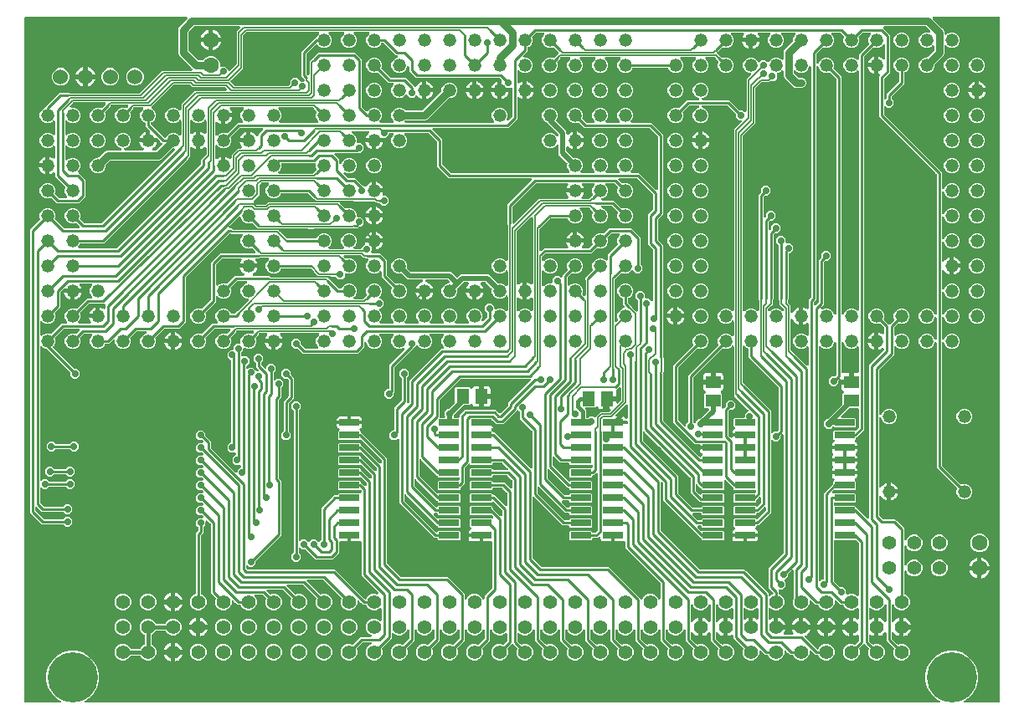
<source format=gbr>
G04 EAGLE Gerber RS-274X export*
G75*
%MOMM*%
%FSLAX34Y34*%
%LPD*%
%INTop Copper*%
%IPPOS*%
%AMOC8*
5,1,8,0,0,1.08239X$1,22.5*%
G01*
%ADD10R,2.032000X0.660400*%
%ADD11C,1.320800*%
%ADD12C,1.524000*%
%ADD13C,1.600200*%
%ADD14C,1.422400*%
%ADD15C,5.080000*%
%ADD16R,1.500000X1.300000*%
%ADD17R,1.300000X1.500000*%
%ADD18C,0.704800*%
%ADD19C,0.406400*%
%ADD20C,0.254000*%
%ADD21C,0.127000*%
%ADD22C,0.762000*%
%ADD23C,0.508000*%

G36*
X37794Y2019D02*
X37794Y2019D01*
X37939Y2034D01*
X37952Y2039D01*
X37965Y2041D01*
X38101Y2094D01*
X38237Y2145D01*
X38248Y2153D01*
X38261Y2158D01*
X38379Y2243D01*
X38499Y2326D01*
X38507Y2337D01*
X38518Y2344D01*
X38611Y2456D01*
X38707Y2567D01*
X38713Y2579D01*
X38721Y2589D01*
X38783Y2721D01*
X38848Y2852D01*
X38851Y2865D01*
X38857Y2877D01*
X38884Y3019D01*
X38915Y3163D01*
X38914Y3176D01*
X38916Y3189D01*
X38907Y3334D01*
X38901Y3480D01*
X38898Y3493D01*
X38897Y3507D01*
X38852Y3645D01*
X38810Y3785D01*
X38803Y3797D01*
X38799Y3809D01*
X38721Y3932D01*
X38645Y4057D01*
X38636Y4067D01*
X38629Y4078D01*
X38522Y4178D01*
X38418Y4280D01*
X38403Y4290D01*
X38397Y4296D01*
X38382Y4304D01*
X38284Y4369D01*
X34424Y6598D01*
X29458Y11564D01*
X25947Y17645D01*
X24129Y24429D01*
X24129Y31451D01*
X25947Y38235D01*
X29458Y44316D01*
X34424Y49282D01*
X40505Y52793D01*
X47289Y54611D01*
X54311Y54611D01*
X61095Y52793D01*
X67176Y49282D01*
X72142Y44316D01*
X75653Y38235D01*
X77471Y31451D01*
X77471Y24429D01*
X75653Y17645D01*
X72142Y11564D01*
X67176Y6598D01*
X63316Y4369D01*
X63199Y4281D01*
X63082Y4196D01*
X63073Y4185D01*
X63062Y4177D01*
X62972Y4063D01*
X62879Y3951D01*
X62873Y3938D01*
X62865Y3928D01*
X62805Y3794D01*
X62743Y3663D01*
X62741Y3650D01*
X62735Y3637D01*
X62711Y3493D01*
X62684Y3350D01*
X62684Y3337D01*
X62682Y3324D01*
X62694Y3178D01*
X62703Y3033D01*
X62707Y3020D01*
X62709Y3007D01*
X62757Y2869D01*
X62801Y2731D01*
X62808Y2719D01*
X62813Y2706D01*
X62894Y2585D01*
X62971Y2462D01*
X62981Y2453D01*
X62989Y2441D01*
X63097Y2344D01*
X63203Y2244D01*
X63215Y2237D01*
X63225Y2228D01*
X63354Y2161D01*
X63482Y2090D01*
X63495Y2087D01*
X63507Y2081D01*
X63649Y2047D01*
X63790Y2011D01*
X63808Y2010D01*
X63816Y2008D01*
X63833Y2008D01*
X63950Y2001D01*
X926650Y2001D01*
X926794Y2019D01*
X926939Y2034D01*
X926952Y2039D01*
X926965Y2041D01*
X927101Y2094D01*
X927237Y2145D01*
X927248Y2153D01*
X927261Y2158D01*
X927379Y2243D01*
X927499Y2326D01*
X927507Y2337D01*
X927518Y2344D01*
X927611Y2456D01*
X927707Y2567D01*
X927713Y2579D01*
X927721Y2589D01*
X927783Y2721D01*
X927848Y2852D01*
X927851Y2865D01*
X927857Y2877D01*
X927884Y3019D01*
X927915Y3163D01*
X927914Y3176D01*
X927916Y3189D01*
X927907Y3334D01*
X927901Y3480D01*
X927898Y3493D01*
X927897Y3507D01*
X927852Y3645D01*
X927810Y3785D01*
X927803Y3797D01*
X927799Y3809D01*
X927721Y3932D01*
X927645Y4057D01*
X927636Y4067D01*
X927629Y4078D01*
X927522Y4178D01*
X927418Y4280D01*
X927403Y4290D01*
X927397Y4296D01*
X927382Y4304D01*
X927284Y4369D01*
X923424Y6598D01*
X918458Y11564D01*
X914947Y17645D01*
X913129Y24429D01*
X913129Y31451D01*
X914947Y38235D01*
X918458Y44316D01*
X923424Y49282D01*
X929505Y52793D01*
X936289Y54611D01*
X943311Y54611D01*
X950095Y52793D01*
X956176Y49282D01*
X961142Y44316D01*
X964653Y38235D01*
X966471Y31451D01*
X966471Y24429D01*
X964653Y17645D01*
X961142Y11564D01*
X956176Y6598D01*
X952316Y4369D01*
X952199Y4281D01*
X952082Y4196D01*
X952073Y4185D01*
X952062Y4177D01*
X951972Y4063D01*
X951879Y3951D01*
X951873Y3938D01*
X951865Y3928D01*
X951805Y3794D01*
X951743Y3663D01*
X951741Y3650D01*
X951735Y3637D01*
X951711Y3493D01*
X951684Y3350D01*
X951684Y3337D01*
X951682Y3324D01*
X951694Y3178D01*
X951703Y3033D01*
X951707Y3020D01*
X951709Y3007D01*
X951757Y2869D01*
X951801Y2731D01*
X951808Y2719D01*
X951813Y2706D01*
X951894Y2585D01*
X951971Y2462D01*
X951981Y2453D01*
X951989Y2441D01*
X952097Y2344D01*
X952203Y2244D01*
X952215Y2237D01*
X952225Y2228D01*
X952354Y2161D01*
X952482Y2090D01*
X952495Y2087D01*
X952507Y2081D01*
X952649Y2047D01*
X952790Y2011D01*
X952808Y2010D01*
X952816Y2008D01*
X952833Y2008D01*
X952950Y2001D01*
X987330Y2001D01*
X987448Y2016D01*
X987567Y2023D01*
X987605Y2036D01*
X987646Y2041D01*
X987756Y2084D01*
X987869Y2121D01*
X987904Y2143D01*
X987941Y2158D01*
X988037Y2227D01*
X988138Y2291D01*
X988166Y2321D01*
X988199Y2344D01*
X988275Y2436D01*
X988356Y2523D01*
X988376Y2558D01*
X988401Y2589D01*
X988452Y2697D01*
X988510Y2801D01*
X988520Y2841D01*
X988537Y2877D01*
X988559Y2994D01*
X988589Y3109D01*
X988593Y3169D01*
X988597Y3189D01*
X988595Y3210D01*
X988599Y3270D01*
X988599Y695230D01*
X988584Y695348D01*
X988577Y695467D01*
X988564Y695505D01*
X988559Y695546D01*
X988516Y695656D01*
X988479Y695769D01*
X988457Y695804D01*
X988442Y695841D01*
X988373Y695937D01*
X988309Y696038D01*
X988279Y696066D01*
X988256Y696099D01*
X988164Y696175D01*
X988077Y696256D01*
X988042Y696276D01*
X988011Y696301D01*
X987903Y696352D01*
X987799Y696410D01*
X987759Y696420D01*
X987723Y696437D01*
X987606Y696459D01*
X987491Y696489D01*
X987431Y696493D01*
X987411Y696497D01*
X987390Y696495D01*
X987330Y696499D01*
X921570Y696499D01*
X921433Y696482D01*
X921294Y696469D01*
X921275Y696462D01*
X921255Y696459D01*
X921126Y696408D01*
X920995Y696361D01*
X920978Y696350D01*
X920959Y696342D01*
X920847Y696261D01*
X920731Y696183D01*
X920718Y696167D01*
X920702Y696156D01*
X920613Y696048D01*
X920521Y695944D01*
X920512Y695926D01*
X920499Y695911D01*
X920440Y695785D01*
X920376Y695661D01*
X920372Y695641D01*
X920363Y695623D01*
X920337Y695487D01*
X920307Y695351D01*
X920307Y695330D01*
X920304Y695311D01*
X920312Y695172D01*
X920316Y695033D01*
X920322Y695013D01*
X920323Y694993D01*
X920366Y694861D01*
X920405Y694727D01*
X920415Y694710D01*
X920421Y694691D01*
X920496Y694573D01*
X920566Y694453D01*
X920585Y694432D01*
X920591Y694422D01*
X920606Y694408D01*
X920673Y694333D01*
X929799Y685206D01*
X931407Y683598D01*
X932181Y681731D01*
X932181Y679682D01*
X932198Y679543D01*
X932211Y679405D01*
X932218Y679386D01*
X932221Y679366D01*
X932272Y679237D01*
X932319Y679106D01*
X932330Y679089D01*
X932338Y679070D01*
X932419Y678958D01*
X932497Y678843D01*
X932513Y678829D01*
X932524Y678813D01*
X932632Y678724D01*
X932736Y678632D01*
X932754Y678623D01*
X932769Y678610D01*
X932895Y678551D01*
X933019Y678488D01*
X933039Y678483D01*
X933057Y678475D01*
X933194Y678449D01*
X933329Y678418D01*
X933350Y678419D01*
X933369Y678415D01*
X933508Y678423D01*
X933647Y678428D01*
X933667Y678433D01*
X933687Y678435D01*
X933819Y678477D01*
X933953Y678516D01*
X933970Y678526D01*
X933989Y678533D01*
X934107Y678607D01*
X934227Y678678D01*
X934248Y678696D01*
X934258Y678703D01*
X934272Y678718D01*
X934347Y678784D01*
X935339Y679776D01*
X938234Y680975D01*
X941366Y680975D01*
X944261Y679776D01*
X946476Y677561D01*
X947675Y674666D01*
X947675Y671534D01*
X946476Y668639D01*
X944261Y666424D01*
X941366Y665225D01*
X938234Y665225D01*
X935339Y666424D01*
X934347Y667416D01*
X934238Y667501D01*
X934131Y667590D01*
X934112Y667599D01*
X934096Y667611D01*
X933969Y667666D01*
X933843Y667725D01*
X933823Y667729D01*
X933804Y667737D01*
X933666Y667759D01*
X933530Y667785D01*
X933510Y667784D01*
X933490Y667787D01*
X933351Y667774D01*
X933213Y667765D01*
X933194Y667759D01*
X933174Y667757D01*
X933042Y667710D01*
X932911Y667667D01*
X932893Y667657D01*
X932874Y667650D01*
X932759Y667572D01*
X932642Y667497D01*
X932628Y667482D01*
X932611Y667471D01*
X932519Y667367D01*
X932424Y667266D01*
X932414Y667248D01*
X932401Y667233D01*
X932338Y667109D01*
X932270Y666987D01*
X932265Y666968D01*
X932256Y666949D01*
X932226Y666814D01*
X932191Y666679D01*
X932189Y666651D01*
X932186Y666639D01*
X932187Y666619D01*
X932181Y666518D01*
X932181Y659389D01*
X931407Y657522D01*
X922646Y648761D01*
X922586Y648683D01*
X922518Y648611D01*
X922489Y648558D01*
X922452Y648510D01*
X922412Y648419D01*
X922364Y648332D01*
X922349Y648274D01*
X922325Y648218D01*
X922310Y648120D01*
X922285Y648024D01*
X922279Y647924D01*
X922275Y647904D01*
X922277Y647892D01*
X922275Y647864D01*
X922275Y646134D01*
X921076Y643239D01*
X918861Y641024D01*
X915966Y639825D01*
X912834Y639825D01*
X909939Y641024D01*
X907724Y643239D01*
X906525Y646134D01*
X906525Y649266D01*
X907724Y652161D01*
X909939Y654376D01*
X912834Y655575D01*
X914564Y655575D01*
X914662Y655587D01*
X914761Y655590D01*
X914819Y655607D01*
X914879Y655615D01*
X914971Y655651D01*
X915066Y655679D01*
X915119Y655709D01*
X915175Y655732D01*
X915255Y655790D01*
X915340Y655840D01*
X915416Y655906D01*
X915432Y655918D01*
X915440Y655928D01*
X915461Y655946D01*
X921648Y662133D01*
X921708Y662211D01*
X921776Y662283D01*
X921805Y662336D01*
X921842Y662384D01*
X921882Y662475D01*
X921930Y662562D01*
X921945Y662620D01*
X921969Y662676D01*
X921984Y662774D01*
X922009Y662870D01*
X922015Y662970D01*
X922019Y662990D01*
X922017Y663002D01*
X922019Y663030D01*
X922019Y666518D01*
X922002Y666656D01*
X921989Y666795D01*
X921982Y666814D01*
X921979Y666834D01*
X921928Y666963D01*
X921881Y667094D01*
X921870Y667111D01*
X921862Y667130D01*
X921781Y667242D01*
X921703Y667357D01*
X921687Y667371D01*
X921676Y667387D01*
X921568Y667476D01*
X921464Y667568D01*
X921446Y667577D01*
X921431Y667590D01*
X921305Y667649D01*
X921181Y667712D01*
X921161Y667717D01*
X921143Y667725D01*
X921006Y667751D01*
X920871Y667782D01*
X920850Y667781D01*
X920831Y667785D01*
X920692Y667777D01*
X920553Y667772D01*
X920533Y667767D01*
X920513Y667765D01*
X920381Y667723D01*
X920247Y667684D01*
X920230Y667674D01*
X920211Y667667D01*
X920093Y667593D01*
X919973Y667522D01*
X919952Y667504D01*
X919942Y667497D01*
X919928Y667482D01*
X919853Y667416D01*
X918861Y666424D01*
X915966Y665225D01*
X912834Y665225D01*
X909939Y666424D01*
X907724Y668639D01*
X906525Y671534D01*
X906525Y674666D01*
X907724Y677561D01*
X909939Y679776D01*
X912834Y680975D01*
X915966Y680975D01*
X916377Y680805D01*
X916444Y680786D01*
X916508Y680759D01*
X916597Y680745D01*
X916683Y680721D01*
X916753Y680720D01*
X916822Y680709D01*
X916912Y680717D01*
X917001Y680716D01*
X917069Y680732D01*
X917139Y680739D01*
X917223Y680769D01*
X917311Y680790D01*
X917372Y680823D01*
X917438Y680846D01*
X917512Y680897D01*
X917592Y680939D01*
X917643Y680986D01*
X917701Y681025D01*
X917761Y681092D01*
X917827Y681153D01*
X917865Y681211D01*
X917912Y681263D01*
X917952Y681343D01*
X918002Y681418D01*
X918025Y681484D01*
X918056Y681546D01*
X918076Y681634D01*
X918105Y681719D01*
X918111Y681789D01*
X918126Y681857D01*
X918123Y681946D01*
X918130Y682036D01*
X918118Y682105D01*
X918116Y682175D01*
X918091Y682261D01*
X918076Y682349D01*
X918047Y682413D01*
X918028Y682480D01*
X917982Y682557D01*
X917945Y682639D01*
X917902Y682694D01*
X917866Y682754D01*
X917760Y682875D01*
X913937Y686698D01*
X913859Y686758D01*
X913787Y686826D01*
X913734Y686855D01*
X913686Y686892D01*
X913595Y686932D01*
X913508Y686980D01*
X913450Y686995D01*
X913394Y687019D01*
X913296Y687034D01*
X913200Y687059D01*
X913100Y687065D01*
X913080Y687069D01*
X913068Y687067D01*
X913040Y687069D01*
X871528Y687069D01*
X871391Y687052D01*
X871252Y687039D01*
X871233Y687032D01*
X871213Y687029D01*
X871084Y686978D01*
X870952Y686931D01*
X870936Y686920D01*
X870917Y686912D01*
X870805Y686831D01*
X870689Y686753D01*
X870676Y686737D01*
X870660Y686726D01*
X870571Y686618D01*
X870479Y686514D01*
X870470Y686496D01*
X870457Y686481D01*
X870397Y686355D01*
X870334Y686231D01*
X870330Y686211D01*
X870321Y686193D01*
X870295Y686057D01*
X870265Y685921D01*
X870265Y685900D01*
X870261Y685881D01*
X870270Y685742D01*
X870274Y685603D01*
X870280Y685583D01*
X870281Y685563D01*
X870324Y685431D01*
X870363Y685297D01*
X870373Y685280D01*
X870379Y685261D01*
X870454Y685143D01*
X870524Y685023D01*
X870543Y685002D01*
X870549Y684992D01*
X870564Y684978D01*
X870631Y684903D01*
X877571Y677962D01*
X877571Y640298D01*
X871592Y634319D01*
X871532Y634241D01*
X871464Y634169D01*
X871435Y634116D01*
X871398Y634068D01*
X871358Y633977D01*
X871310Y633890D01*
X871295Y633832D01*
X871271Y633776D01*
X871256Y633678D01*
X871231Y633583D01*
X871225Y633482D01*
X871221Y633462D01*
X871223Y633450D01*
X871221Y633422D01*
X871221Y614366D01*
X871224Y614341D01*
X871222Y614317D01*
X871244Y614184D01*
X871261Y614050D01*
X871270Y614027D01*
X871274Y614003D01*
X871328Y613879D01*
X871378Y613755D01*
X871392Y613735D01*
X871402Y613712D01*
X871485Y613606D01*
X871564Y613497D01*
X871584Y613481D01*
X871599Y613462D01*
X871706Y613380D01*
X871809Y613294D01*
X871832Y613284D01*
X871851Y613269D01*
X871976Y613216D01*
X872097Y613159D01*
X872121Y613154D01*
X872144Y613144D01*
X872278Y613124D01*
X872409Y613099D01*
X872434Y613101D01*
X872459Y613097D01*
X872593Y613110D01*
X872727Y613119D01*
X872750Y613126D01*
X872775Y613129D01*
X872901Y613175D01*
X873029Y613217D01*
X873050Y613230D01*
X873074Y613239D01*
X873184Y613315D01*
X873298Y613387D01*
X873315Y613405D01*
X873335Y613419D01*
X873424Y613520D01*
X873516Y613619D01*
X873528Y613640D01*
X873544Y613659D01*
X873625Y613798D01*
X873643Y613850D01*
X873670Y613897D01*
X873696Y613999D01*
X873731Y614098D01*
X873735Y614152D01*
X873749Y614205D01*
X873759Y614366D01*
X873759Y618272D01*
X886088Y630601D01*
X886148Y630679D01*
X886216Y630751D01*
X886245Y630804D01*
X886282Y630852D01*
X886322Y630943D01*
X886370Y631030D01*
X886385Y631088D01*
X886409Y631144D01*
X886424Y631242D01*
X886449Y631337D01*
X886455Y631438D01*
X886459Y631458D01*
X886457Y631470D01*
X886459Y631498D01*
X886459Y639381D01*
X886456Y639410D01*
X886458Y639439D01*
X886436Y639568D01*
X886419Y639696D01*
X886409Y639724D01*
X886404Y639753D01*
X886350Y639871D01*
X886302Y639992D01*
X886285Y640016D01*
X886273Y640043D01*
X886192Y640144D01*
X886116Y640249D01*
X886093Y640268D01*
X886074Y640291D01*
X885971Y640369D01*
X885871Y640452D01*
X885844Y640465D01*
X885820Y640482D01*
X885676Y640553D01*
X884539Y641024D01*
X882324Y643239D01*
X881125Y646134D01*
X881125Y649266D01*
X882324Y652161D01*
X884539Y654376D01*
X887434Y655575D01*
X890566Y655575D01*
X893461Y654376D01*
X895676Y652161D01*
X896875Y649266D01*
X896875Y646134D01*
X895676Y643239D01*
X893461Y641024D01*
X892324Y640553D01*
X892299Y640539D01*
X892271Y640530D01*
X892161Y640460D01*
X892048Y640396D01*
X892027Y640375D01*
X892002Y640360D01*
X891913Y640265D01*
X891820Y640175D01*
X891804Y640149D01*
X891784Y640128D01*
X891721Y640014D01*
X891653Y639903D01*
X891645Y639875D01*
X891630Y639849D01*
X891598Y639724D01*
X891560Y639600D01*
X891558Y639570D01*
X891551Y639541D01*
X891541Y639381D01*
X891541Y628868D01*
X879212Y616539D01*
X879152Y616461D01*
X879084Y616389D01*
X879055Y616336D01*
X879018Y616288D01*
X878978Y616197D01*
X878930Y616110D01*
X878915Y616052D01*
X878891Y615996D01*
X878876Y615898D01*
X878851Y615803D01*
X878845Y615702D01*
X878841Y615682D01*
X878843Y615670D01*
X878841Y615642D01*
X878841Y614366D01*
X878853Y614268D01*
X878856Y614169D01*
X878873Y614110D01*
X878881Y614050D01*
X878917Y613958D01*
X878945Y613863D01*
X878975Y613811D01*
X878998Y613755D01*
X879056Y613675D01*
X879106Y613589D01*
X879172Y613514D01*
X879184Y613497D01*
X879194Y613489D01*
X879212Y613468D01*
X881095Y611586D01*
X881095Y607614D01*
X878286Y604805D01*
X874314Y604805D01*
X873387Y605732D01*
X873278Y605817D01*
X873171Y605906D01*
X873152Y605914D01*
X873136Y605927D01*
X873009Y605982D01*
X872883Y606041D01*
X872863Y606045D01*
X872844Y606053D01*
X872706Y606075D01*
X872570Y606101D01*
X872550Y606100D01*
X872530Y606103D01*
X872391Y606090D01*
X872253Y606081D01*
X872234Y606075D01*
X872214Y606073D01*
X872082Y606026D01*
X871951Y605983D01*
X871933Y605972D01*
X871914Y605965D01*
X871799Y605887D01*
X871682Y605813D01*
X871668Y605798D01*
X871651Y605787D01*
X871559Y605683D01*
X871464Y605581D01*
X871454Y605564D01*
X871441Y605548D01*
X871377Y605424D01*
X871310Y605303D01*
X871305Y605283D01*
X871296Y605265D01*
X871266Y605129D01*
X871231Y604995D01*
X871229Y604967D01*
X871226Y604955D01*
X871227Y604934D01*
X871221Y604834D01*
X871221Y598478D01*
X871233Y598380D01*
X871236Y598281D01*
X871253Y598223D01*
X871261Y598163D01*
X871297Y598071D01*
X871325Y597975D01*
X871355Y597923D01*
X871378Y597867D01*
X871436Y597787D01*
X871486Y597702D01*
X871552Y597626D01*
X871564Y597610D01*
X871574Y597602D01*
X871592Y597581D01*
X929641Y539532D01*
X929641Y523132D01*
X929649Y523063D01*
X929648Y522993D01*
X929669Y522906D01*
X929681Y522816D01*
X929706Y522751D01*
X929723Y522684D01*
X929765Y522604D01*
X929798Y522521D01*
X929839Y522464D01*
X929871Y522403D01*
X929932Y522336D01*
X929984Y522263D01*
X930038Y522219D01*
X930085Y522167D01*
X930160Y522118D01*
X930229Y522061D01*
X930293Y522031D01*
X930351Y521992D01*
X930436Y521963D01*
X930517Y521925D01*
X930586Y521912D01*
X930652Y521889D01*
X930741Y521882D01*
X930829Y521865D01*
X930899Y521870D01*
X930969Y521864D01*
X931057Y521879D01*
X931147Y521885D01*
X931213Y521906D01*
X931282Y521918D01*
X931364Y521955D01*
X931449Y521983D01*
X931508Y522020D01*
X931572Y522049D01*
X931642Y522105D01*
X931718Y522153D01*
X931766Y522204D01*
X931820Y522248D01*
X931875Y522319D01*
X931936Y522385D01*
X931970Y522446D01*
X932012Y522502D01*
X932083Y522646D01*
X933124Y525161D01*
X935339Y527376D01*
X938234Y528575D01*
X941366Y528575D01*
X944261Y527376D01*
X946476Y525161D01*
X947675Y522266D01*
X947675Y519134D01*
X946476Y516239D01*
X944261Y514024D01*
X941366Y512825D01*
X938234Y512825D01*
X935339Y514024D01*
X933124Y516239D01*
X932083Y518754D01*
X932048Y518814D01*
X932022Y518879D01*
X931970Y518952D01*
X931925Y519030D01*
X931877Y519080D01*
X931836Y519137D01*
X931766Y519194D01*
X931704Y519258D01*
X931644Y519295D01*
X931591Y519339D01*
X931509Y519378D01*
X931433Y519425D01*
X931366Y519445D01*
X931303Y519475D01*
X931215Y519492D01*
X931129Y519518D01*
X931059Y519522D01*
X930990Y519535D01*
X930901Y519529D01*
X930811Y519533D01*
X930743Y519519D01*
X930673Y519515D01*
X930588Y519487D01*
X930500Y519469D01*
X930437Y519438D01*
X930371Y519417D01*
X930295Y519369D01*
X930214Y519329D01*
X930161Y519284D01*
X930102Y519247D01*
X930040Y519181D01*
X929972Y519123D01*
X929932Y519066D01*
X929884Y519015D01*
X929841Y518937D01*
X929789Y518863D01*
X929764Y518798D01*
X929730Y518737D01*
X929708Y518650D01*
X929676Y518566D01*
X929668Y518496D01*
X929651Y518429D01*
X929641Y518268D01*
X929641Y497732D01*
X929649Y497663D01*
X929648Y497593D01*
X929669Y497506D01*
X929681Y497416D01*
X929706Y497351D01*
X929723Y497284D01*
X929765Y497204D01*
X929798Y497121D01*
X929839Y497064D01*
X929871Y497003D01*
X929932Y496936D01*
X929984Y496863D01*
X930038Y496819D01*
X930085Y496767D01*
X930160Y496718D01*
X930229Y496661D01*
X930293Y496631D01*
X930351Y496592D01*
X930436Y496563D01*
X930517Y496525D01*
X930586Y496512D01*
X930652Y496489D01*
X930741Y496482D01*
X930829Y496465D01*
X930899Y496470D01*
X930969Y496464D01*
X931057Y496479D01*
X931147Y496485D01*
X931213Y496506D01*
X931282Y496518D01*
X931364Y496555D01*
X931449Y496583D01*
X931508Y496620D01*
X931572Y496649D01*
X931642Y496705D01*
X931718Y496753D01*
X931766Y496804D01*
X931820Y496848D01*
X931875Y496919D01*
X931936Y496985D01*
X931970Y497046D01*
X932012Y497102D01*
X932083Y497246D01*
X933124Y499761D01*
X935339Y501976D01*
X938234Y503175D01*
X941366Y503175D01*
X944261Y501976D01*
X946476Y499761D01*
X947675Y496866D01*
X947675Y493734D01*
X946476Y490839D01*
X944261Y488624D01*
X941366Y487425D01*
X938234Y487425D01*
X935339Y488624D01*
X933124Y490839D01*
X932083Y493354D01*
X932048Y493414D01*
X932022Y493479D01*
X931970Y493552D01*
X931925Y493630D01*
X931877Y493680D01*
X931836Y493737D01*
X931766Y493794D01*
X931704Y493858D01*
X931644Y493895D01*
X931591Y493939D01*
X931509Y493978D01*
X931433Y494025D01*
X931366Y494045D01*
X931303Y494075D01*
X931215Y494092D01*
X931129Y494118D01*
X931059Y494122D01*
X930990Y494135D01*
X930901Y494129D01*
X930811Y494133D01*
X930743Y494119D01*
X930673Y494115D01*
X930588Y494087D01*
X930500Y494069D01*
X930437Y494038D01*
X930371Y494017D01*
X930295Y493969D01*
X930214Y493929D01*
X930161Y493884D01*
X930102Y493847D01*
X930040Y493781D01*
X929972Y493723D01*
X929932Y493666D01*
X929884Y493615D01*
X929841Y493537D01*
X929789Y493463D01*
X929764Y493398D01*
X929730Y493337D01*
X929708Y493250D01*
X929676Y493166D01*
X929668Y493096D01*
X929651Y493029D01*
X929641Y492868D01*
X929641Y472332D01*
X929649Y472263D01*
X929648Y472193D01*
X929669Y472106D01*
X929681Y472016D01*
X929706Y471951D01*
X929723Y471884D01*
X929765Y471804D01*
X929798Y471721D01*
X929839Y471664D01*
X929871Y471603D01*
X929932Y471536D01*
X929984Y471463D01*
X930038Y471419D01*
X930085Y471367D01*
X930160Y471318D01*
X930229Y471261D01*
X930293Y471231D01*
X930351Y471192D01*
X930436Y471163D01*
X930517Y471125D01*
X930586Y471112D01*
X930652Y471089D01*
X930741Y471082D01*
X930829Y471065D01*
X930899Y471070D01*
X930969Y471064D01*
X931057Y471079D01*
X931147Y471085D01*
X931213Y471106D01*
X931282Y471118D01*
X931364Y471155D01*
X931449Y471183D01*
X931508Y471220D01*
X931572Y471249D01*
X931642Y471305D01*
X931718Y471353D01*
X931766Y471404D01*
X931820Y471448D01*
X931875Y471519D01*
X931936Y471585D01*
X931970Y471646D01*
X932012Y471702D01*
X932083Y471846D01*
X933124Y474361D01*
X935339Y476576D01*
X938234Y477775D01*
X941366Y477775D01*
X944261Y476576D01*
X946476Y474361D01*
X947675Y471466D01*
X947675Y468334D01*
X946476Y465439D01*
X944261Y463224D01*
X941366Y462025D01*
X938234Y462025D01*
X935339Y463224D01*
X933124Y465439D01*
X932083Y467954D01*
X932048Y468014D01*
X932022Y468079D01*
X931970Y468152D01*
X931925Y468230D01*
X931877Y468280D01*
X931836Y468337D01*
X931766Y468394D01*
X931704Y468458D01*
X931644Y468495D01*
X931591Y468539D01*
X931509Y468578D01*
X931433Y468625D01*
X931366Y468645D01*
X931303Y468675D01*
X931215Y468692D01*
X931129Y468718D01*
X931059Y468722D01*
X930990Y468735D01*
X930901Y468729D01*
X930811Y468733D01*
X930743Y468719D01*
X930673Y468715D01*
X930588Y468687D01*
X930500Y468669D01*
X930437Y468638D01*
X930371Y468617D01*
X930295Y468569D01*
X930214Y468529D01*
X930161Y468484D01*
X930102Y468447D01*
X930040Y468381D01*
X929972Y468323D01*
X929932Y468266D01*
X929884Y468215D01*
X929841Y468137D01*
X929789Y468063D01*
X929764Y467998D01*
X929730Y467937D01*
X929708Y467850D01*
X929676Y467766D01*
X929668Y467696D01*
X929651Y467629D01*
X929641Y467468D01*
X929641Y449981D01*
X929651Y449902D01*
X929651Y449822D01*
X929671Y449745D01*
X929681Y449666D01*
X929710Y449592D01*
X929730Y449514D01*
X929768Y449444D01*
X929798Y449370D01*
X929844Y449306D01*
X929883Y449236D01*
X929937Y449177D01*
X929984Y449113D01*
X930046Y449062D01*
X930100Y449004D01*
X930168Y448961D01*
X930229Y448910D01*
X930302Y448876D01*
X930369Y448833D01*
X930445Y448808D01*
X930517Y448774D01*
X930595Y448759D01*
X930671Y448735D01*
X930751Y448730D01*
X930829Y448715D01*
X930909Y448719D01*
X930989Y448714D01*
X931067Y448729D01*
X931147Y448734D01*
X931223Y448759D01*
X931301Y448774D01*
X931373Y448808D01*
X931449Y448832D01*
X931517Y448875D01*
X931589Y448909D01*
X931650Y448960D01*
X931718Y449002D01*
X931773Y449061D01*
X931834Y449111D01*
X931935Y449233D01*
X931936Y449234D01*
X931936Y449235D01*
X931937Y449235D01*
X932825Y450457D01*
X933843Y451475D01*
X935007Y452321D01*
X936290Y452975D01*
X937659Y453420D01*
X937769Y453437D01*
X937769Y445262D01*
X937784Y445144D01*
X937791Y445025D01*
X937803Y444987D01*
X937809Y444947D01*
X937852Y444836D01*
X937889Y444723D01*
X937911Y444689D01*
X937926Y444651D01*
X937995Y444555D01*
X938028Y444503D01*
X938012Y444485D01*
X937992Y444450D01*
X937967Y444418D01*
X937916Y444311D01*
X937858Y444206D01*
X937848Y444167D01*
X937831Y444131D01*
X937809Y444014D01*
X937779Y443898D01*
X937775Y443838D01*
X937771Y443818D01*
X937773Y443798D01*
X937771Y443781D01*
X937771Y443780D01*
X937771Y443779D01*
X937769Y443738D01*
X937769Y435563D01*
X937659Y435580D01*
X936290Y436025D01*
X935007Y436679D01*
X933843Y437525D01*
X932825Y438543D01*
X931937Y439765D01*
X931882Y439823D01*
X931836Y439887D01*
X931774Y439938D01*
X931719Y439997D01*
X931652Y440039D01*
X931591Y440090D01*
X931518Y440124D01*
X931451Y440167D01*
X931375Y440192D01*
X931303Y440226D01*
X931224Y440241D01*
X931148Y440265D01*
X931069Y440271D01*
X930990Y440285D01*
X930911Y440281D01*
X930831Y440286D01*
X930753Y440271D01*
X930673Y440266D01*
X930597Y440241D01*
X930518Y440226D01*
X930446Y440192D01*
X930371Y440168D01*
X930303Y440125D01*
X930231Y440091D01*
X930169Y440040D01*
X930102Y439998D01*
X930047Y439939D01*
X929985Y439888D01*
X929939Y439824D01*
X929884Y439766D01*
X929845Y439696D01*
X929798Y439631D01*
X929769Y439557D01*
X929730Y439487D01*
X929710Y439410D01*
X929681Y439336D01*
X929671Y439257D01*
X929651Y439179D01*
X929641Y439022D01*
X929641Y439020D01*
X929641Y439019D01*
X929641Y421532D01*
X929649Y421463D01*
X929648Y421393D01*
X929669Y421305D01*
X929681Y421216D01*
X929706Y421151D01*
X929723Y421084D01*
X929765Y421004D01*
X929798Y420921D01*
X929839Y420864D01*
X929871Y420803D01*
X929932Y420736D01*
X929984Y420663D01*
X930038Y420619D01*
X930085Y420567D01*
X930160Y420518D01*
X930229Y420461D01*
X930293Y420431D01*
X930351Y420392D01*
X930436Y420363D01*
X930517Y420325D01*
X930586Y420312D01*
X930652Y420289D01*
X930741Y420282D01*
X930829Y420265D01*
X930899Y420270D01*
X930969Y420264D01*
X931057Y420279D01*
X931147Y420285D01*
X931213Y420306D01*
X931282Y420318D01*
X931364Y420355D01*
X931449Y420383D01*
X931508Y420420D01*
X931572Y420449D01*
X931642Y420505D01*
X931718Y420553D01*
X931766Y420604D01*
X931820Y420648D01*
X931875Y420719D01*
X931936Y420785D01*
X931970Y420846D01*
X932012Y420902D01*
X932083Y421046D01*
X933124Y423561D01*
X935339Y425776D01*
X938234Y426975D01*
X941366Y426975D01*
X944261Y425776D01*
X946476Y423561D01*
X947675Y420666D01*
X947675Y417534D01*
X946476Y414639D01*
X944261Y412424D01*
X941366Y411225D01*
X938234Y411225D01*
X935339Y412424D01*
X933124Y414639D01*
X932083Y417154D01*
X932048Y417214D01*
X932022Y417279D01*
X931970Y417352D01*
X931925Y417430D01*
X931877Y417480D01*
X931836Y417537D01*
X931766Y417594D01*
X931704Y417658D01*
X931644Y417695D01*
X931591Y417739D01*
X931509Y417778D01*
X931433Y417825D01*
X931366Y417845D01*
X931303Y417875D01*
X931215Y417892D01*
X931129Y417918D01*
X931059Y417922D01*
X930990Y417935D01*
X930901Y417929D01*
X930811Y417933D01*
X930743Y417919D01*
X930673Y417915D01*
X930588Y417887D01*
X930500Y417869D01*
X930437Y417838D01*
X930371Y417817D01*
X930295Y417769D01*
X930214Y417729D01*
X930161Y417684D01*
X930102Y417647D01*
X930040Y417581D01*
X929972Y417523D01*
X929932Y417466D01*
X929884Y417415D01*
X929841Y417337D01*
X929789Y417263D01*
X929764Y417198D01*
X929730Y417137D01*
X929708Y417050D01*
X929676Y416966D01*
X929668Y416896D01*
X929651Y416829D01*
X929641Y416668D01*
X929641Y396132D01*
X929649Y396063D01*
X929648Y395993D01*
X929669Y395905D01*
X929681Y395816D01*
X929706Y395751D01*
X929723Y395684D01*
X929765Y395604D01*
X929798Y395521D01*
X929839Y395464D01*
X929871Y395403D01*
X929932Y395336D01*
X929984Y395263D01*
X930038Y395219D01*
X930085Y395167D01*
X930160Y395118D01*
X930229Y395061D01*
X930293Y395031D01*
X930351Y394992D01*
X930436Y394963D01*
X930517Y394925D01*
X930586Y394912D01*
X930652Y394889D01*
X930741Y394882D01*
X930829Y394865D01*
X930899Y394870D01*
X930969Y394864D01*
X931057Y394879D01*
X931147Y394885D01*
X931213Y394906D01*
X931282Y394918D01*
X931364Y394955D01*
X931449Y394983D01*
X931508Y395020D01*
X931572Y395049D01*
X931642Y395105D01*
X931718Y395153D01*
X931766Y395204D01*
X931820Y395248D01*
X931875Y395319D01*
X931936Y395385D01*
X931970Y395446D01*
X932012Y395502D01*
X932083Y395646D01*
X933124Y398161D01*
X935339Y400376D01*
X938234Y401575D01*
X941366Y401575D01*
X944261Y400376D01*
X946476Y398161D01*
X947675Y395266D01*
X947675Y392134D01*
X946476Y389239D01*
X944261Y387024D01*
X941366Y385825D01*
X938234Y385825D01*
X935339Y387024D01*
X933124Y389239D01*
X932083Y391754D01*
X932048Y391814D01*
X932022Y391879D01*
X931970Y391952D01*
X931925Y392030D01*
X931877Y392080D01*
X931836Y392137D01*
X931766Y392194D01*
X931704Y392258D01*
X931644Y392295D01*
X931591Y392339D01*
X931509Y392378D01*
X931433Y392425D01*
X931366Y392445D01*
X931303Y392475D01*
X931215Y392492D01*
X931129Y392518D01*
X931059Y392522D01*
X930990Y392535D01*
X930901Y392529D01*
X930811Y392533D01*
X930743Y392519D01*
X930673Y392515D01*
X930588Y392487D01*
X930500Y392469D01*
X930437Y392438D01*
X930371Y392417D01*
X930295Y392369D01*
X930214Y392329D01*
X930161Y392284D01*
X930102Y392247D01*
X930040Y392181D01*
X929972Y392123D01*
X929932Y392066D01*
X929884Y392015D01*
X929841Y391937D01*
X929789Y391863D01*
X929764Y391798D01*
X929730Y391737D01*
X929708Y391650D01*
X929676Y391566D01*
X929668Y391496D01*
X929651Y391429D01*
X929641Y391268D01*
X929641Y370732D01*
X929649Y370663D01*
X929648Y370593D01*
X929669Y370505D01*
X929681Y370416D01*
X929706Y370351D01*
X929723Y370284D01*
X929765Y370204D01*
X929798Y370121D01*
X929839Y370064D01*
X929871Y370003D01*
X929932Y369936D01*
X929984Y369863D01*
X930038Y369819D01*
X930085Y369767D01*
X930160Y369718D01*
X930229Y369661D01*
X930293Y369631D01*
X930351Y369592D01*
X930436Y369563D01*
X930517Y369525D01*
X930586Y369512D01*
X930652Y369489D01*
X930741Y369482D01*
X930829Y369465D01*
X930899Y369470D01*
X930969Y369464D01*
X931057Y369479D01*
X931147Y369485D01*
X931213Y369506D01*
X931282Y369518D01*
X931364Y369555D01*
X931449Y369583D01*
X931508Y369620D01*
X931572Y369649D01*
X931642Y369705D01*
X931718Y369753D01*
X931766Y369804D01*
X931820Y369848D01*
X931875Y369919D01*
X931936Y369985D01*
X931970Y370046D01*
X932012Y370102D01*
X932083Y370246D01*
X933124Y372761D01*
X935339Y374976D01*
X938234Y376175D01*
X941366Y376175D01*
X944261Y374976D01*
X946476Y372761D01*
X947675Y369866D01*
X947675Y366734D01*
X946476Y363839D01*
X944261Y361624D01*
X941366Y360425D01*
X938234Y360425D01*
X935339Y361624D01*
X933124Y363839D01*
X932083Y366354D01*
X932048Y366414D01*
X932022Y366479D01*
X931970Y366552D01*
X931925Y366630D01*
X931877Y366680D01*
X931836Y366737D01*
X931766Y366794D01*
X931704Y366858D01*
X931644Y366895D01*
X931591Y366939D01*
X931509Y366978D01*
X931433Y367025D01*
X931366Y367045D01*
X931303Y367075D01*
X931215Y367092D01*
X931129Y367118D01*
X931059Y367122D01*
X930990Y367135D01*
X930901Y367129D01*
X930811Y367133D01*
X930743Y367119D01*
X930673Y367115D01*
X930588Y367087D01*
X930500Y367069D01*
X930437Y367038D01*
X930371Y367017D01*
X930295Y366969D01*
X930214Y366929D01*
X930161Y366884D01*
X930102Y366847D01*
X930040Y366781D01*
X929972Y366723D01*
X929932Y366666D01*
X929884Y366615D01*
X929841Y366537D01*
X929789Y366463D01*
X929764Y366398D01*
X929730Y366337D01*
X929708Y366250D01*
X929676Y366166D01*
X929668Y366096D01*
X929651Y366029D01*
X929641Y365868D01*
X929641Y242878D01*
X929653Y242780D01*
X929656Y242681D01*
X929673Y242623D01*
X929681Y242563D01*
X929717Y242471D01*
X929745Y242375D01*
X929775Y242323D01*
X929798Y242267D01*
X929856Y242187D01*
X929906Y242101D01*
X929972Y242026D01*
X929984Y242010D01*
X929994Y242002D01*
X930012Y241981D01*
X948414Y223579D01*
X948437Y223561D01*
X948456Y223539D01*
X948562Y223464D01*
X948665Y223384D01*
X948692Y223372D01*
X948717Y223355D01*
X948838Y223310D01*
X948957Y223258D01*
X948986Y223253D01*
X949014Y223243D01*
X949143Y223228D01*
X949271Y223208D01*
X949301Y223211D01*
X949330Y223208D01*
X949458Y223226D01*
X949588Y223238D01*
X949616Y223248D01*
X949645Y223252D01*
X949797Y223304D01*
X950934Y223775D01*
X954066Y223775D01*
X956961Y222576D01*
X959176Y220361D01*
X960375Y217466D01*
X960375Y214334D01*
X959176Y211439D01*
X956961Y209224D01*
X954066Y208025D01*
X950934Y208025D01*
X948039Y209224D01*
X945824Y211439D01*
X944625Y214334D01*
X944625Y217466D01*
X945096Y218603D01*
X945104Y218631D01*
X945117Y218658D01*
X945146Y218784D01*
X945180Y218910D01*
X945180Y218939D01*
X945187Y218968D01*
X945183Y219098D01*
X945185Y219228D01*
X945178Y219256D01*
X945177Y219286D01*
X945141Y219410D01*
X945111Y219537D01*
X945097Y219563D01*
X945089Y219591D01*
X945023Y219703D01*
X944962Y219818D01*
X944942Y219840D01*
X944927Y219865D01*
X944821Y219986D01*
X926419Y238388D01*
X924559Y240248D01*
X924559Y365868D01*
X924551Y365937D01*
X924552Y366007D01*
X924531Y366095D01*
X924519Y366184D01*
X924494Y366249D01*
X924477Y366316D01*
X924435Y366396D01*
X924402Y366479D01*
X924361Y366536D01*
X924329Y366597D01*
X924268Y366664D01*
X924216Y366737D01*
X924162Y366781D01*
X924115Y366833D01*
X924040Y366882D01*
X923971Y366939D01*
X923907Y366969D01*
X923849Y367008D01*
X923764Y367037D01*
X923683Y367075D01*
X923614Y367088D01*
X923548Y367111D01*
X923459Y367118D01*
X923371Y367135D01*
X923301Y367130D01*
X923231Y367136D01*
X923143Y367121D01*
X923053Y367115D01*
X922987Y367094D01*
X922918Y367082D01*
X922836Y367045D01*
X922751Y367017D01*
X922692Y366980D01*
X922628Y366951D01*
X922558Y366895D01*
X922482Y366847D01*
X922434Y366796D01*
X922380Y366752D01*
X922325Y366681D01*
X922264Y366615D01*
X922230Y366554D01*
X922188Y366498D01*
X922117Y366354D01*
X921076Y363839D01*
X918861Y361624D01*
X915966Y360425D01*
X912834Y360425D01*
X909939Y361624D01*
X907724Y363839D01*
X906525Y366734D01*
X906525Y369866D01*
X907724Y372761D01*
X909939Y374976D01*
X912834Y376175D01*
X915966Y376175D01*
X918861Y374976D01*
X921076Y372761D01*
X922117Y370246D01*
X922152Y370186D01*
X922178Y370121D01*
X922230Y370048D01*
X922275Y369970D01*
X922323Y369920D01*
X922364Y369863D01*
X922434Y369806D01*
X922496Y369742D01*
X922556Y369705D01*
X922609Y369661D01*
X922691Y369622D01*
X922767Y369575D01*
X922834Y369555D01*
X922897Y369525D01*
X922985Y369508D01*
X923071Y369482D01*
X923141Y369478D01*
X923210Y369465D01*
X923299Y369471D01*
X923389Y369467D01*
X923457Y369481D01*
X923527Y369485D01*
X923612Y369513D01*
X923700Y369531D01*
X923763Y369562D01*
X923829Y369583D01*
X923905Y369631D01*
X923986Y369671D01*
X924039Y369716D01*
X924098Y369753D01*
X924160Y369819D01*
X924228Y369877D01*
X924268Y369934D01*
X924316Y369985D01*
X924359Y370063D01*
X924411Y370137D01*
X924436Y370202D01*
X924470Y370263D01*
X924492Y370350D01*
X924524Y370434D01*
X924532Y370504D01*
X924549Y370571D01*
X924559Y370732D01*
X924559Y391268D01*
X924551Y391337D01*
X924552Y391407D01*
X924531Y391495D01*
X924519Y391584D01*
X924494Y391649D01*
X924477Y391716D01*
X924435Y391796D01*
X924402Y391879D01*
X924361Y391936D01*
X924329Y391997D01*
X924268Y392064D01*
X924216Y392137D01*
X924162Y392181D01*
X924115Y392233D01*
X924040Y392282D01*
X923971Y392339D01*
X923907Y392369D01*
X923849Y392408D01*
X923764Y392437D01*
X923683Y392475D01*
X923614Y392488D01*
X923548Y392511D01*
X923459Y392518D01*
X923371Y392535D01*
X923301Y392530D01*
X923231Y392536D01*
X923143Y392521D01*
X923053Y392515D01*
X922987Y392494D01*
X922918Y392482D01*
X922836Y392445D01*
X922751Y392417D01*
X922692Y392380D01*
X922628Y392351D01*
X922558Y392295D01*
X922482Y392247D01*
X922434Y392196D01*
X922380Y392152D01*
X922325Y392081D01*
X922264Y392015D01*
X922230Y391954D01*
X922188Y391898D01*
X922117Y391754D01*
X921076Y389239D01*
X918861Y387024D01*
X915966Y385825D01*
X912834Y385825D01*
X909939Y387024D01*
X907724Y389239D01*
X906525Y392134D01*
X906525Y395266D01*
X907724Y398161D01*
X909939Y400376D01*
X912834Y401575D01*
X915966Y401575D01*
X918861Y400376D01*
X921076Y398161D01*
X922117Y395646D01*
X922152Y395586D01*
X922178Y395521D01*
X922230Y395448D01*
X922275Y395370D01*
X922323Y395320D01*
X922364Y395263D01*
X922434Y395206D01*
X922496Y395142D01*
X922556Y395105D01*
X922609Y395061D01*
X922691Y395022D01*
X922767Y394975D01*
X922834Y394955D01*
X922897Y394925D01*
X922985Y394908D01*
X923071Y394882D01*
X923141Y394878D01*
X923210Y394865D01*
X923299Y394871D01*
X923389Y394867D01*
X923457Y394881D01*
X923527Y394885D01*
X923612Y394913D01*
X923700Y394931D01*
X923763Y394962D01*
X923829Y394983D01*
X923905Y395031D01*
X923986Y395071D01*
X924039Y395116D01*
X924098Y395153D01*
X924160Y395219D01*
X924228Y395277D01*
X924268Y395334D01*
X924316Y395385D01*
X924359Y395463D01*
X924411Y395537D01*
X924436Y395602D01*
X924470Y395663D01*
X924492Y395750D01*
X924524Y395834D01*
X924532Y395904D01*
X924549Y395971D01*
X924559Y396132D01*
X924559Y536902D01*
X924547Y537000D01*
X924544Y537099D01*
X924527Y537157D01*
X924519Y537217D01*
X924483Y537309D01*
X924455Y537405D01*
X924425Y537457D01*
X924402Y537513D01*
X924344Y537593D01*
X924294Y537678D01*
X924228Y537754D01*
X924216Y537770D01*
X924206Y537778D01*
X924188Y537799D01*
X866139Y595848D01*
X866139Y636052D01*
X866693Y636607D01*
X866742Y636669D01*
X866799Y636726D01*
X866839Y636795D01*
X866888Y636858D01*
X866920Y636931D01*
X866961Y636999D01*
X866983Y637076D01*
X867015Y637150D01*
X867027Y637228D01*
X867049Y637305D01*
X867052Y637385D01*
X867065Y637464D01*
X867057Y637543D01*
X867060Y637623D01*
X867042Y637700D01*
X867035Y637780D01*
X867008Y637855D01*
X866990Y637933D01*
X866954Y638004D01*
X866927Y638080D01*
X866882Y638145D01*
X866846Y638217D01*
X866793Y638277D01*
X866749Y638343D01*
X866689Y638396D01*
X866636Y638455D01*
X866570Y638500D01*
X866510Y638553D01*
X866439Y638589D01*
X866373Y638634D01*
X866298Y638662D01*
X866227Y638698D01*
X866149Y638715D01*
X866074Y638742D01*
X865994Y638750D01*
X865917Y638768D01*
X865837Y638765D01*
X865758Y638773D01*
X865631Y638761D01*
X865631Y646938D01*
X865616Y647056D01*
X865609Y647175D01*
X865596Y647213D01*
X865591Y647253D01*
X865548Y647364D01*
X865511Y647477D01*
X865489Y647511D01*
X865474Y647549D01*
X865405Y647645D01*
X865371Y647697D01*
X865388Y647715D01*
X865408Y647750D01*
X865433Y647782D01*
X865484Y647889D01*
X865542Y647994D01*
X865552Y648033D01*
X865569Y648069D01*
X865591Y648186D01*
X865621Y648302D01*
X865625Y648362D01*
X865629Y648382D01*
X865627Y648402D01*
X865631Y648462D01*
X865631Y656637D01*
X865741Y656620D01*
X867110Y656175D01*
X868393Y655521D01*
X869558Y654675D01*
X870323Y653910D01*
X870432Y653825D01*
X870539Y653736D01*
X870558Y653728D01*
X870574Y653715D01*
X870702Y653660D01*
X870827Y653601D01*
X870847Y653597D01*
X870866Y653589D01*
X871004Y653567D01*
X871140Y653541D01*
X871160Y653542D01*
X871180Y653539D01*
X871319Y653552D01*
X871457Y653561D01*
X871476Y653567D01*
X871496Y653569D01*
X871627Y653616D01*
X871759Y653659D01*
X871777Y653670D01*
X871796Y653676D01*
X871910Y653754D01*
X872028Y653829D01*
X872042Y653844D01*
X872059Y653855D01*
X872151Y653959D01*
X872246Y654060D01*
X872256Y654078D01*
X872269Y654093D01*
X872332Y654217D01*
X872400Y654339D01*
X872405Y654359D01*
X872414Y654377D01*
X872444Y654513D01*
X872479Y654647D01*
X872481Y654675D01*
X872484Y654687D01*
X872483Y654707D01*
X872489Y654808D01*
X872489Y667788D01*
X872472Y667926D01*
X872459Y668065D01*
X872452Y668084D01*
X872449Y668104D01*
X872398Y668233D01*
X872351Y668364D01*
X872340Y668381D01*
X872332Y668400D01*
X872251Y668512D01*
X872173Y668627D01*
X872157Y668641D01*
X872146Y668657D01*
X872038Y668746D01*
X871934Y668838D01*
X871916Y668847D01*
X871901Y668860D01*
X871775Y668919D01*
X871651Y668982D01*
X871631Y668987D01*
X871613Y668995D01*
X871477Y669021D01*
X871341Y669052D01*
X871320Y669051D01*
X871301Y669055D01*
X871162Y669047D01*
X871023Y669042D01*
X871003Y669037D01*
X870983Y669035D01*
X870851Y668993D01*
X870717Y668954D01*
X870700Y668944D01*
X870681Y668937D01*
X870563Y668863D01*
X870443Y668792D01*
X870422Y668774D01*
X870412Y668767D01*
X870398Y668752D01*
X870323Y668686D01*
X868061Y666424D01*
X865166Y665225D01*
X862034Y665225D01*
X860897Y665696D01*
X860869Y665704D01*
X860842Y665717D01*
X860716Y665746D01*
X860590Y665780D01*
X860561Y665780D01*
X860532Y665787D01*
X860402Y665783D01*
X860272Y665785D01*
X860244Y665778D01*
X860214Y665777D01*
X860090Y665741D01*
X859963Y665711D01*
X859937Y665697D01*
X859909Y665689D01*
X859797Y665623D01*
X859682Y665562D01*
X859660Y665542D01*
X859635Y665527D01*
X859514Y665421D01*
X851272Y657179D01*
X851212Y657101D01*
X851144Y657029D01*
X851115Y656976D01*
X851078Y656928D01*
X851038Y656837D01*
X850990Y656750D01*
X850975Y656692D01*
X850951Y656636D01*
X850936Y656538D01*
X850911Y656443D01*
X850905Y656342D01*
X850901Y656322D01*
X850903Y656310D01*
X850901Y656282D01*
X850901Y278348D01*
X843144Y270591D01*
X843084Y270513D01*
X843016Y270441D01*
X842987Y270388D01*
X842950Y270340D01*
X842910Y270249D01*
X842862Y270162D01*
X842847Y270104D01*
X842823Y270048D01*
X842808Y269950D01*
X842783Y269855D01*
X842777Y269754D01*
X842773Y269734D01*
X842775Y269722D01*
X842773Y269694D01*
X842773Y269222D01*
X841741Y268189D01*
X841660Y268085D01*
X841574Y267984D01*
X841562Y267959D01*
X841546Y267938D01*
X841493Y267817D01*
X841435Y267697D01*
X841430Y267671D01*
X841419Y267646D01*
X841398Y267515D01*
X841372Y267386D01*
X841374Y267359D01*
X841369Y267332D01*
X841382Y267200D01*
X841389Y267068D01*
X841397Y267042D01*
X841399Y267016D01*
X841444Y266891D01*
X841484Y266765D01*
X841498Y266742D01*
X841507Y266716D01*
X841581Y266607D01*
X841651Y266494D01*
X841670Y266475D01*
X841685Y266453D01*
X841785Y266366D01*
X841880Y266274D01*
X841904Y266261D01*
X841924Y266243D01*
X842042Y266182D01*
X842157Y266117D01*
X842193Y266105D01*
X842207Y266098D01*
X842228Y266093D01*
X842310Y266066D01*
X842483Y266020D01*
X843062Y265685D01*
X843535Y265212D01*
X843870Y264633D01*
X844043Y263986D01*
X844043Y262000D01*
X831723Y262000D01*
X831605Y261985D01*
X831486Y261978D01*
X831448Y261965D01*
X831408Y261960D01*
X831352Y261938D01*
X831237Y261960D01*
X831121Y261990D01*
X831061Y261994D01*
X831041Y261998D01*
X831021Y261996D01*
X830961Y262000D01*
X818641Y262000D01*
X818641Y263986D01*
X818814Y264633D01*
X819149Y265212D01*
X819622Y265685D01*
X820201Y266020D01*
X820374Y266066D01*
X820497Y266116D01*
X820622Y266161D01*
X820644Y266176D01*
X820669Y266186D01*
X820775Y266265D01*
X820885Y266339D01*
X820903Y266360D01*
X820924Y266376D01*
X821008Y266479D01*
X821095Y266578D01*
X821107Y266602D01*
X821124Y266623D01*
X821180Y266743D01*
X821240Y266861D01*
X821246Y266887D01*
X821257Y266912D01*
X821280Y267042D01*
X821309Y267171D01*
X821309Y267198D01*
X821313Y267225D01*
X821304Y267357D01*
X821300Y267489D01*
X821292Y267515D01*
X821290Y267542D01*
X821248Y267667D01*
X821211Y267795D01*
X821198Y267818D01*
X821189Y267843D01*
X821117Y267955D01*
X821050Y268069D01*
X821025Y268097D01*
X821016Y268110D01*
X821000Y268125D01*
X820943Y268189D01*
X819911Y269222D01*
X819911Y276878D01*
X820656Y277623D01*
X842464Y277623D01*
X842562Y277635D01*
X842661Y277638D01*
X842719Y277655D01*
X842779Y277663D01*
X842871Y277699D01*
X842967Y277727D01*
X843019Y277757D01*
X843075Y277780D01*
X843155Y277838D01*
X843240Y277888D01*
X843316Y277954D01*
X843332Y277966D01*
X843340Y277976D01*
X843361Y277994D01*
X845448Y280081D01*
X845508Y280159D01*
X845576Y280231D01*
X845605Y280284D01*
X845642Y280332D01*
X845682Y280423D01*
X845730Y280510D01*
X845745Y280568D01*
X845769Y280624D01*
X845784Y280722D01*
X845809Y280817D01*
X845815Y280918D01*
X845819Y280938D01*
X845817Y280950D01*
X845819Y280978D01*
X845819Y298960D01*
X845804Y299078D01*
X845797Y299197D01*
X845785Y299235D01*
X845779Y299276D01*
X845736Y299386D01*
X845699Y299499D01*
X845677Y299534D01*
X845662Y299571D01*
X845593Y299667D01*
X845529Y299768D01*
X845499Y299796D01*
X845476Y299829D01*
X845384Y299905D01*
X845297Y299986D01*
X845262Y300006D01*
X845231Y300031D01*
X845123Y300082D01*
X845019Y300140D01*
X844979Y300150D01*
X844943Y300167D01*
X844826Y300189D01*
X844711Y300219D01*
X844651Y300223D01*
X844631Y300227D01*
X844610Y300225D01*
X844550Y300229D01*
X836344Y300229D01*
X836246Y300217D01*
X836147Y300214D01*
X836089Y300197D01*
X836029Y300189D01*
X835937Y300153D01*
X835841Y300125D01*
X835789Y300095D01*
X835733Y300072D01*
X835653Y300014D01*
X835568Y299964D01*
X835492Y299898D01*
X835476Y299886D01*
X835468Y299876D01*
X835447Y299858D01*
X828079Y292489D01*
X827993Y292380D01*
X827905Y292273D01*
X827896Y292254D01*
X827884Y292238D01*
X827828Y292110D01*
X827769Y291985D01*
X827765Y291965D01*
X827757Y291946D01*
X827735Y291808D01*
X827709Y291672D01*
X827711Y291652D01*
X827708Y291632D01*
X827721Y291493D01*
X827729Y291355D01*
X827735Y291336D01*
X827737Y291316D01*
X827785Y291184D01*
X827827Y291053D01*
X827838Y291035D01*
X827845Y291016D01*
X827923Y290901D01*
X827997Y290784D01*
X828012Y290770D01*
X828024Y290753D01*
X828128Y290661D01*
X828229Y290566D01*
X828247Y290556D01*
X828262Y290543D01*
X828386Y290479D01*
X828508Y290412D01*
X828527Y290407D01*
X828545Y290398D01*
X828681Y290368D01*
X828815Y290333D01*
X828844Y290331D01*
X828855Y290328D01*
X828876Y290329D01*
X828976Y290323D01*
X842028Y290323D01*
X842773Y289578D01*
X842773Y281922D01*
X842028Y281177D01*
X820656Y281177D01*
X820634Y281199D01*
X820540Y281272D01*
X820451Y281350D01*
X820415Y281369D01*
X820383Y281394D01*
X820274Y281441D01*
X820168Y281495D01*
X820128Y281504D01*
X820091Y281520D01*
X819973Y281539D01*
X819857Y281565D01*
X819817Y281563D01*
X819777Y281570D01*
X819658Y281559D01*
X819540Y281555D01*
X819501Y281544D01*
X819460Y281540D01*
X819348Y281500D01*
X819234Y281467D01*
X819199Y281446D01*
X819161Y281432D01*
X819063Y281365D01*
X818960Y281305D01*
X818915Y281265D01*
X818898Y281254D01*
X818885Y281238D01*
X818839Y281199D01*
X817326Y279685D01*
X813354Y279685D01*
X810545Y282494D01*
X810545Y286466D01*
X813354Y289275D01*
X813560Y289275D01*
X813658Y289287D01*
X813757Y289290D01*
X813815Y289307D01*
X813875Y289315D01*
X813967Y289351D01*
X814063Y289379D01*
X814115Y289409D01*
X814171Y289432D01*
X814251Y289490D01*
X814336Y289540D01*
X814412Y289606D01*
X814428Y289618D01*
X814436Y289628D01*
X814457Y289646D01*
X829058Y304247D01*
X829118Y304325D01*
X829186Y304397D01*
X829215Y304450D01*
X829252Y304498D01*
X829292Y304589D01*
X829340Y304676D01*
X829355Y304734D01*
X829379Y304790D01*
X829394Y304888D01*
X829419Y304984D01*
X829425Y305084D01*
X829429Y305104D01*
X829427Y305116D01*
X829429Y305144D01*
X829429Y315026D01*
X830386Y315983D01*
X830467Y316088D01*
X830552Y316189D01*
X830564Y316213D01*
X830581Y316234D01*
X830633Y316356D01*
X830691Y316475D01*
X830696Y316501D01*
X830707Y316526D01*
X830728Y316657D01*
X830754Y316786D01*
X830753Y316813D01*
X830757Y316840D01*
X830744Y316972D01*
X830738Y317104D01*
X830730Y317130D01*
X830727Y317157D01*
X830682Y317281D01*
X830643Y317408D01*
X830629Y317431D01*
X830619Y317456D01*
X830545Y317566D01*
X830475Y317678D01*
X830456Y317697D01*
X830441Y317719D01*
X830342Y317807D01*
X830246Y317898D01*
X830223Y317912D01*
X830202Y317930D01*
X830084Y317990D01*
X829969Y318055D01*
X829933Y318067D01*
X829919Y318074D01*
X829898Y318079D01*
X829817Y318106D01*
X829719Y318132D01*
X829140Y318467D01*
X828667Y318940D01*
X828332Y319519D01*
X828159Y320166D01*
X828159Y324461D01*
X836930Y324461D01*
X837048Y324476D01*
X837167Y324483D01*
X837205Y324496D01*
X837245Y324501D01*
X837356Y324544D01*
X837469Y324581D01*
X837504Y324603D01*
X837541Y324618D01*
X837637Y324688D01*
X837738Y324751D01*
X837766Y324781D01*
X837798Y324805D01*
X837874Y324896D01*
X837956Y324983D01*
X837975Y325018D01*
X838001Y325049D01*
X838052Y325157D01*
X838109Y325261D01*
X838120Y325301D01*
X838137Y325337D01*
X838159Y325454D01*
X838189Y325569D01*
X838193Y325630D01*
X838197Y325650D01*
X838195Y325670D01*
X838199Y325730D01*
X838199Y327001D01*
X839470Y327001D01*
X839588Y327016D01*
X839707Y327023D01*
X839745Y327036D01*
X839785Y327041D01*
X839896Y327085D01*
X840009Y327121D01*
X840044Y327143D01*
X840081Y327158D01*
X840177Y327228D01*
X840278Y327291D01*
X840306Y327321D01*
X840338Y327345D01*
X840414Y327436D01*
X840496Y327523D01*
X840515Y327558D01*
X840541Y327590D01*
X840592Y327697D01*
X840649Y327801D01*
X840660Y327841D01*
X840677Y327877D01*
X840699Y327994D01*
X840729Y328109D01*
X840733Y328170D01*
X840737Y328190D01*
X840735Y328210D01*
X840739Y328270D01*
X840739Y336041D01*
X844550Y336041D01*
X844668Y336056D01*
X844787Y336063D01*
X844825Y336076D01*
X844866Y336081D01*
X844976Y336124D01*
X845089Y336161D01*
X845124Y336183D01*
X845161Y336198D01*
X845257Y336267D01*
X845358Y336331D01*
X845386Y336361D01*
X845419Y336384D01*
X845495Y336476D01*
X845576Y336563D01*
X845596Y336598D01*
X845621Y336629D01*
X845672Y336737D01*
X845730Y336841D01*
X845740Y336881D01*
X845757Y336917D01*
X845779Y337034D01*
X845809Y337149D01*
X845813Y337209D01*
X845817Y337229D01*
X845815Y337250D01*
X845819Y337310D01*
X845819Y361718D01*
X845802Y361856D01*
X845789Y361995D01*
X845782Y362014D01*
X845779Y362034D01*
X845728Y362163D01*
X845681Y362294D01*
X845670Y362311D01*
X845662Y362330D01*
X845581Y362442D01*
X845503Y362557D01*
X845487Y362571D01*
X845476Y362587D01*
X845368Y362676D01*
X845264Y362768D01*
X845246Y362777D01*
X845231Y362790D01*
X845105Y362849D01*
X844981Y362912D01*
X844961Y362917D01*
X844943Y362925D01*
X844806Y362951D01*
X844671Y362982D01*
X844650Y362981D01*
X844631Y362985D01*
X844492Y362977D01*
X844353Y362972D01*
X844333Y362967D01*
X844313Y362965D01*
X844181Y362923D01*
X844047Y362884D01*
X844030Y362874D01*
X844011Y362867D01*
X843893Y362793D01*
X843773Y362722D01*
X843752Y362704D01*
X843742Y362697D01*
X843728Y362682D01*
X843653Y362616D01*
X842661Y361624D01*
X839766Y360425D01*
X836634Y360425D01*
X833739Y361624D01*
X831524Y363839D01*
X830483Y366354D01*
X830448Y366414D01*
X830422Y366479D01*
X830370Y366552D01*
X830325Y366630D01*
X830277Y366680D01*
X830236Y366737D01*
X830166Y366794D01*
X830104Y366858D01*
X830044Y366895D01*
X829991Y366939D01*
X829909Y366978D01*
X829833Y367025D01*
X829766Y367045D01*
X829703Y367075D01*
X829615Y367092D01*
X829529Y367118D01*
X829459Y367122D01*
X829390Y367135D01*
X829301Y367129D01*
X829211Y367133D01*
X829143Y367119D01*
X829073Y367115D01*
X828988Y367087D01*
X828900Y367069D01*
X828837Y367038D01*
X828771Y367017D01*
X828695Y366969D01*
X828614Y366929D01*
X828561Y366884D01*
X828502Y366847D01*
X828440Y366781D01*
X828372Y366723D01*
X828332Y366666D01*
X828284Y366615D01*
X828241Y366537D01*
X828189Y366463D01*
X828164Y366398D01*
X828130Y366337D01*
X828108Y366250D01*
X828076Y366166D01*
X828068Y366096D01*
X828051Y366029D01*
X828041Y365868D01*
X828041Y337072D01*
X828056Y336947D01*
X828058Y336923D01*
X828063Y336846D01*
X828064Y336843D01*
X828066Y336822D01*
X828076Y336790D01*
X828081Y336756D01*
X828127Y336640D01*
X828167Y336520D01*
X828185Y336492D01*
X828198Y336461D01*
X828271Y336359D01*
X828340Y336253D01*
X828365Y336231D01*
X828384Y336203D01*
X828481Y336123D01*
X828574Y336038D01*
X828603Y336022D01*
X828629Y336001D01*
X828743Y335947D01*
X828854Y335887D01*
X828887Y335879D01*
X828917Y335865D01*
X829041Y335841D01*
X829163Y335811D01*
X829196Y335812D01*
X829229Y335805D01*
X829355Y335813D01*
X829481Y335814D01*
X829529Y335824D01*
X829547Y335825D01*
X829567Y335832D01*
X829639Y335846D01*
X830366Y336041D01*
X835661Y336041D01*
X835661Y329539D01*
X827871Y329539D01*
X827843Y329581D01*
X827827Y329594D01*
X827816Y329610D01*
X827709Y329699D01*
X827604Y329791D01*
X827586Y329800D01*
X827571Y329813D01*
X827445Y329872D01*
X827321Y329936D01*
X827301Y329940D01*
X827283Y329949D01*
X827147Y329975D01*
X827011Y330005D01*
X826990Y330005D01*
X826970Y330009D01*
X826832Y330000D01*
X826693Y329996D01*
X826673Y329990D01*
X826653Y329989D01*
X826521Y329946D01*
X826387Y329907D01*
X826370Y329897D01*
X826351Y329891D01*
X826233Y329817D01*
X826113Y329746D01*
X826092Y329727D01*
X826082Y329721D01*
X826068Y329706D01*
X825992Y329639D01*
X825586Y329233D01*
X825526Y329155D01*
X825458Y329083D01*
X825429Y329030D01*
X825392Y328982D01*
X825352Y328891D01*
X825304Y328804D01*
X825289Y328746D01*
X825265Y328690D01*
X825250Y328592D01*
X825225Y328497D01*
X825219Y328396D01*
X825215Y328376D01*
X825217Y328364D01*
X825215Y328336D01*
X825215Y325674D01*
X822406Y322865D01*
X818434Y322865D01*
X815625Y325674D01*
X815625Y329646D01*
X818434Y332455D01*
X821096Y332455D01*
X821194Y332467D01*
X821293Y332470D01*
X821351Y332487D01*
X821411Y332495D01*
X821503Y332531D01*
X821599Y332559D01*
X821651Y332589D01*
X821707Y332612D01*
X821787Y332670D01*
X821872Y332720D01*
X821948Y332786D01*
X821964Y332798D01*
X821972Y332808D01*
X821993Y332826D01*
X822588Y333421D01*
X822648Y333499D01*
X822716Y333571D01*
X822745Y333624D01*
X822782Y333672D01*
X822822Y333763D01*
X822870Y333850D01*
X822885Y333908D01*
X822909Y333964D01*
X822924Y334062D01*
X822949Y334157D01*
X822955Y334258D01*
X822959Y334278D01*
X822957Y334290D01*
X822959Y334318D01*
X822959Y365868D01*
X822951Y365937D01*
X822952Y366007D01*
X822931Y366095D01*
X822919Y366184D01*
X822894Y366249D01*
X822877Y366316D01*
X822835Y366396D01*
X822802Y366479D01*
X822761Y366536D01*
X822729Y366597D01*
X822668Y366664D01*
X822616Y366737D01*
X822562Y366781D01*
X822515Y366833D01*
X822440Y366882D01*
X822371Y366939D01*
X822307Y366969D01*
X822249Y367008D01*
X822164Y367037D01*
X822083Y367075D01*
X822014Y367088D01*
X821948Y367111D01*
X821859Y367118D01*
X821771Y367135D01*
X821701Y367130D01*
X821631Y367136D01*
X821543Y367121D01*
X821453Y367115D01*
X821387Y367094D01*
X821318Y367082D01*
X821236Y367045D01*
X821151Y367017D01*
X821092Y366980D01*
X821028Y366951D01*
X820958Y366895D01*
X820882Y366847D01*
X820834Y366796D01*
X820780Y366752D01*
X820725Y366681D01*
X820664Y366615D01*
X820630Y366554D01*
X820588Y366498D01*
X820517Y366354D01*
X819476Y363839D01*
X817261Y361624D01*
X814366Y360425D01*
X811234Y360425D01*
X808339Y361624D01*
X807347Y362616D01*
X807238Y362701D01*
X807131Y362790D01*
X807112Y362799D01*
X807096Y362811D01*
X806969Y362866D01*
X806843Y362925D01*
X806823Y362929D01*
X806804Y362937D01*
X806666Y362959D01*
X806530Y362985D01*
X806510Y362984D01*
X806490Y362987D01*
X806351Y362974D01*
X806213Y362965D01*
X806194Y362959D01*
X806174Y362957D01*
X806042Y362910D01*
X805911Y362867D01*
X805893Y362857D01*
X805874Y362850D01*
X805759Y362772D01*
X805642Y362697D01*
X805628Y362682D01*
X805611Y362671D01*
X805519Y362567D01*
X805424Y362466D01*
X805414Y362448D01*
X805401Y362433D01*
X805338Y362309D01*
X805270Y362187D01*
X805265Y362168D01*
X805256Y362149D01*
X805226Y362014D01*
X805191Y361879D01*
X805189Y361851D01*
X805186Y361839D01*
X805187Y361819D01*
X805181Y361718D01*
X805181Y126686D01*
X805198Y126548D01*
X805211Y126409D01*
X805218Y126390D01*
X805221Y126370D01*
X805272Y126241D01*
X805319Y126110D01*
X805330Y126093D01*
X805338Y126075D01*
X805419Y125962D01*
X805497Y125847D01*
X805513Y125834D01*
X805524Y125817D01*
X805632Y125728D01*
X805736Y125636D01*
X805754Y125627D01*
X805769Y125614D01*
X805895Y125555D01*
X806019Y125492D01*
X806039Y125487D01*
X806057Y125479D01*
X806194Y125453D01*
X806329Y125422D01*
X806350Y125423D01*
X806369Y125419D01*
X806508Y125428D01*
X806647Y125432D01*
X806667Y125438D01*
X806687Y125439D01*
X806819Y125482D01*
X806953Y125520D01*
X806970Y125531D01*
X806989Y125537D01*
X807107Y125611D01*
X807227Y125682D01*
X807248Y125700D01*
X807258Y125707D01*
X807272Y125722D01*
X807347Y125788D01*
X808274Y126715D01*
X808990Y126715D01*
X809108Y126730D01*
X809227Y126737D01*
X809265Y126750D01*
X809306Y126755D01*
X809416Y126798D01*
X809529Y126835D01*
X809564Y126857D01*
X809601Y126872D01*
X809697Y126941D01*
X809798Y127005D01*
X809826Y127035D01*
X809859Y127058D01*
X809935Y127150D01*
X810016Y127237D01*
X810036Y127272D01*
X810061Y127303D01*
X810112Y127411D01*
X810170Y127515D01*
X810180Y127555D01*
X810197Y127591D01*
X810219Y127708D01*
X810249Y127823D01*
X810253Y127883D01*
X810257Y127903D01*
X810255Y127924D01*
X810259Y127984D01*
X810259Y214412D01*
X819540Y223693D01*
X819600Y223771D01*
X819668Y223843D01*
X819697Y223896D01*
X819734Y223944D01*
X819774Y224035D01*
X819822Y224122D01*
X819837Y224180D01*
X819861Y224236D01*
X819876Y224334D01*
X819901Y224429D01*
X819907Y224530D01*
X819911Y224550D01*
X819909Y224562D01*
X819911Y224590D01*
X819911Y226078D01*
X820943Y227111D01*
X821025Y227215D01*
X821110Y227316D01*
X821122Y227341D01*
X821138Y227362D01*
X821191Y227483D01*
X821249Y227602D01*
X821254Y227629D01*
X821265Y227654D01*
X821285Y227784D01*
X821312Y227914D01*
X821310Y227941D01*
X821315Y227968D01*
X821302Y228100D01*
X821295Y228232D01*
X821287Y228257D01*
X821285Y228284D01*
X821240Y228409D01*
X821201Y228535D01*
X821186Y228558D01*
X821177Y228584D01*
X821103Y228693D01*
X821033Y228806D01*
X821014Y228824D01*
X820999Y228847D01*
X820899Y228935D01*
X820804Y229026D01*
X820781Y229039D01*
X820760Y229057D01*
X820642Y229118D01*
X820527Y229183D01*
X820491Y229195D01*
X820477Y229202D01*
X820456Y229207D01*
X820374Y229234D01*
X820201Y229280D01*
X819622Y229615D01*
X819149Y230088D01*
X818814Y230667D01*
X818641Y231314D01*
X818641Y233300D01*
X830961Y233300D01*
X831079Y233315D01*
X831198Y233322D01*
X831236Y233334D01*
X831276Y233340D01*
X831332Y233362D01*
X831447Y233340D01*
X831563Y233310D01*
X831623Y233306D01*
X831643Y233302D01*
X831663Y233304D01*
X831723Y233300D01*
X844043Y233300D01*
X844043Y231314D01*
X843870Y230667D01*
X843535Y230088D01*
X843062Y229615D01*
X842483Y229280D01*
X842310Y229234D01*
X842187Y229184D01*
X842062Y229139D01*
X842040Y229124D01*
X842015Y229114D01*
X841909Y229035D01*
X841799Y228961D01*
X841781Y228940D01*
X841760Y228924D01*
X841676Y228821D01*
X841589Y228722D01*
X841577Y228698D01*
X841560Y228677D01*
X841504Y228557D01*
X841444Y228439D01*
X841438Y228413D01*
X841427Y228388D01*
X841403Y228258D01*
X841375Y228129D01*
X841375Y228102D01*
X841371Y228075D01*
X841380Y227943D01*
X841384Y227811D01*
X841392Y227785D01*
X841394Y227758D01*
X841436Y227632D01*
X841473Y227505D01*
X841486Y227482D01*
X841495Y227456D01*
X841567Y227345D01*
X841634Y227231D01*
X841659Y227203D01*
X841668Y227190D01*
X841684Y227175D01*
X841741Y227111D01*
X842773Y226078D01*
X842773Y218422D01*
X842028Y217677D01*
X821236Y217677D01*
X821138Y217665D01*
X821039Y217662D01*
X820981Y217645D01*
X820921Y217637D01*
X820829Y217601D01*
X820733Y217573D01*
X820681Y217543D01*
X820625Y217520D01*
X820545Y217462D01*
X820459Y217412D01*
X820384Y217346D01*
X820368Y217334D01*
X820360Y217324D01*
X820339Y217306D01*
X819323Y216289D01*
X819237Y216180D01*
X819149Y216073D01*
X819140Y216054D01*
X819128Y216038D01*
X819072Y215910D01*
X819013Y215785D01*
X819009Y215765D01*
X819001Y215746D01*
X818979Y215608D01*
X818953Y215472D01*
X818955Y215452D01*
X818951Y215432D01*
X818965Y215293D01*
X818973Y215155D01*
X818979Y215136D01*
X818981Y215116D01*
X819028Y214984D01*
X819071Y214853D01*
X819082Y214835D01*
X819089Y214816D01*
X819167Y214701D01*
X819241Y214584D01*
X819256Y214570D01*
X819267Y214553D01*
X819372Y214461D01*
X819473Y214366D01*
X819491Y214356D01*
X819506Y214343D01*
X819630Y214279D01*
X819751Y214212D01*
X819771Y214207D01*
X819789Y214198D01*
X819925Y214168D01*
X820059Y214133D01*
X820087Y214131D01*
X820099Y214128D01*
X820120Y214129D01*
X820220Y214123D01*
X842028Y214123D01*
X842773Y213378D01*
X842773Y205722D01*
X842028Y204977D01*
X821690Y204977D01*
X821572Y204962D01*
X821453Y204955D01*
X821415Y204942D01*
X821374Y204937D01*
X821264Y204894D01*
X821151Y204857D01*
X821116Y204835D01*
X821079Y204820D01*
X820983Y204751D01*
X820882Y204687D01*
X820854Y204657D01*
X820821Y204634D01*
X820745Y204542D01*
X820664Y204455D01*
X820644Y204420D01*
X820619Y204389D01*
X820568Y204281D01*
X820510Y204177D01*
X820500Y204137D01*
X820483Y204101D01*
X820461Y203984D01*
X820431Y203869D01*
X820427Y203809D01*
X820423Y203789D01*
X820425Y203768D01*
X820421Y203708D01*
X820421Y202692D01*
X820436Y202574D01*
X820443Y202455D01*
X820456Y202417D01*
X820461Y202376D01*
X820504Y202266D01*
X820541Y202153D01*
X820563Y202118D01*
X820578Y202081D01*
X820647Y201985D01*
X820711Y201884D01*
X820741Y201856D01*
X820764Y201823D01*
X820856Y201747D01*
X820943Y201666D01*
X820978Y201646D01*
X821009Y201621D01*
X821117Y201570D01*
X821221Y201512D01*
X821261Y201502D01*
X821297Y201485D01*
X821414Y201463D01*
X821529Y201433D01*
X821589Y201429D01*
X821609Y201425D01*
X821630Y201427D01*
X821690Y201423D01*
X842028Y201423D01*
X842773Y200678D01*
X842773Y200206D01*
X842785Y200108D01*
X842788Y200009D01*
X842805Y199951D01*
X842813Y199891D01*
X842849Y199799D01*
X842877Y199703D01*
X842907Y199651D01*
X842930Y199595D01*
X842988Y199515D01*
X843038Y199430D01*
X843104Y199354D01*
X843116Y199338D01*
X843126Y199330D01*
X843144Y199309D01*
X853813Y188641D01*
X853922Y188555D01*
X854029Y188467D01*
X854048Y188458D01*
X854064Y188446D01*
X854192Y188390D01*
X854317Y188331D01*
X854337Y188327D01*
X854356Y188319D01*
X854494Y188297D01*
X854630Y188271D01*
X854650Y188273D01*
X854670Y188269D01*
X854809Y188283D01*
X854947Y188291D01*
X854966Y188297D01*
X854986Y188299D01*
X855118Y188346D01*
X855249Y188389D01*
X855267Y188400D01*
X855286Y188407D01*
X855401Y188485D01*
X855518Y188559D01*
X855532Y188574D01*
X855549Y188585D01*
X855641Y188690D01*
X855736Y188791D01*
X855746Y188809D01*
X855759Y188824D01*
X855823Y188948D01*
X855890Y189069D01*
X855895Y189089D01*
X855904Y189107D01*
X855934Y189243D01*
X855969Y189377D01*
X855971Y189405D01*
X855974Y189417D01*
X855973Y189438D01*
X855979Y189538D01*
X855979Y343952D01*
X870848Y358821D01*
X870908Y358899D01*
X870976Y358971D01*
X871005Y359024D01*
X871042Y359072D01*
X871082Y359163D01*
X871130Y359250D01*
X871145Y359308D01*
X871169Y359364D01*
X871184Y359462D01*
X871209Y359557D01*
X871215Y359658D01*
X871219Y359678D01*
X871217Y359690D01*
X871219Y359718D01*
X871219Y360041D01*
X871214Y360081D01*
X871217Y360120D01*
X871194Y360238D01*
X871179Y360357D01*
X871165Y360394D01*
X871157Y360433D01*
X871106Y360541D01*
X871062Y360652D01*
X871039Y360685D01*
X871022Y360721D01*
X870946Y360813D01*
X870876Y360910D01*
X870845Y360935D01*
X870820Y360966D01*
X870723Y361036D01*
X870631Y361113D01*
X870595Y361130D01*
X870562Y361153D01*
X870451Y361197D01*
X870343Y361248D01*
X870304Y361256D01*
X870267Y361270D01*
X870148Y361285D01*
X870031Y361308D01*
X869991Y361305D01*
X869951Y361310D01*
X869832Y361296D01*
X869713Y361288D01*
X869675Y361276D01*
X869636Y361271D01*
X869524Y361227D01*
X869411Y361190D01*
X869377Y361169D01*
X869340Y361154D01*
X869204Y361068D01*
X868393Y360479D01*
X867110Y359825D01*
X865741Y359380D01*
X865631Y359363D01*
X865631Y367538D01*
X865616Y367656D01*
X865609Y367775D01*
X865596Y367813D01*
X865591Y367853D01*
X865548Y367964D01*
X865511Y368077D01*
X865489Y368111D01*
X865474Y368149D01*
X865405Y368245D01*
X865371Y368297D01*
X865388Y368315D01*
X865408Y368350D01*
X865433Y368382D01*
X865484Y368489D01*
X865542Y368594D01*
X865552Y368633D01*
X865569Y368669D01*
X865591Y368786D01*
X865621Y368902D01*
X865625Y368962D01*
X865629Y368982D01*
X865627Y369002D01*
X865631Y369062D01*
X865631Y377237D01*
X865741Y377220D01*
X867110Y376775D01*
X868393Y376121D01*
X869204Y375532D01*
X869239Y375513D01*
X869269Y375487D01*
X869378Y375436D01*
X869483Y375379D01*
X869521Y375369D01*
X869557Y375352D01*
X869674Y375329D01*
X869791Y375300D01*
X869831Y375300D01*
X869870Y375292D01*
X869989Y375300D01*
X870109Y375300D01*
X870147Y375309D01*
X870187Y375312D01*
X870301Y375349D01*
X870417Y375379D01*
X870452Y375398D01*
X870489Y375410D01*
X870591Y375474D01*
X870696Y375532D01*
X870725Y375559D01*
X870758Y375580D01*
X870840Y375667D01*
X870927Y375749D01*
X870949Y375783D01*
X870976Y375812D01*
X871034Y375917D01*
X871098Y376018D01*
X871110Y376055D01*
X871130Y376090D01*
X871159Y376206D01*
X871197Y376320D01*
X871199Y376360D01*
X871209Y376398D01*
X871219Y376559D01*
X871219Y381962D01*
X871207Y382060D01*
X871204Y382159D01*
X871187Y382217D01*
X871179Y382277D01*
X871143Y382369D01*
X871115Y382465D01*
X871085Y382517D01*
X871062Y382573D01*
X871004Y382653D01*
X870954Y382738D01*
X870888Y382814D01*
X870876Y382830D01*
X870866Y382838D01*
X870848Y382859D01*
X867686Y386021D01*
X867663Y386039D01*
X867644Y386061D01*
X867538Y386136D01*
X867435Y386216D01*
X867408Y386228D01*
X867383Y386245D01*
X867262Y386290D01*
X867143Y386342D01*
X867114Y386347D01*
X867086Y386357D01*
X866957Y386372D01*
X866829Y386392D01*
X866799Y386389D01*
X866770Y386392D01*
X866642Y386374D01*
X866512Y386362D01*
X866484Y386352D01*
X866455Y386348D01*
X866303Y386296D01*
X865166Y385825D01*
X862034Y385825D01*
X859139Y387024D01*
X856924Y389239D01*
X855725Y392134D01*
X855725Y395266D01*
X856924Y398161D01*
X859139Y400376D01*
X862034Y401575D01*
X865166Y401575D01*
X868061Y400376D01*
X870276Y398161D01*
X871475Y395266D01*
X871475Y392134D01*
X871004Y390997D01*
X870996Y390969D01*
X870983Y390942D01*
X870954Y390816D01*
X870920Y390690D01*
X870920Y390661D01*
X870913Y390632D01*
X870917Y390502D01*
X870915Y390372D01*
X870922Y390344D01*
X870923Y390314D01*
X870959Y390190D01*
X870989Y390063D01*
X871003Y390037D01*
X871011Y390009D01*
X871077Y389897D01*
X871138Y389782D01*
X871158Y389760D01*
X871173Y389735D01*
X871279Y389614D01*
X875402Y385491D01*
X875497Y385418D01*
X875586Y385339D01*
X875622Y385320D01*
X875654Y385296D01*
X875763Y385248D01*
X875869Y385194D01*
X875908Y385185D01*
X875946Y385169D01*
X876063Y385151D01*
X876179Y385125D01*
X876220Y385126D01*
X876260Y385120D01*
X876378Y385131D01*
X876497Y385134D01*
X876536Y385146D01*
X876576Y385149D01*
X876689Y385190D01*
X876803Y385223D01*
X876837Y385243D01*
X876876Y385257D01*
X876974Y385324D01*
X877077Y385384D01*
X877122Y385424D01*
X877139Y385436D01*
X877152Y385451D01*
X877197Y385491D01*
X881321Y389614D01*
X881339Y389637D01*
X881361Y389656D01*
X881436Y389762D01*
X881516Y389865D01*
X881528Y389892D01*
X881545Y389917D01*
X881590Y390038D01*
X881642Y390157D01*
X881647Y390186D01*
X881657Y390214D01*
X881672Y390343D01*
X881692Y390471D01*
X881689Y390501D01*
X881692Y390530D01*
X881674Y390658D01*
X881662Y390788D01*
X881652Y390816D01*
X881648Y390845D01*
X881596Y390997D01*
X881125Y392134D01*
X881125Y395266D01*
X882324Y398161D01*
X884539Y400376D01*
X887434Y401575D01*
X890566Y401575D01*
X893461Y400376D01*
X895676Y398161D01*
X896875Y395266D01*
X896875Y392134D01*
X895676Y389239D01*
X893461Y387024D01*
X890566Y385825D01*
X887434Y385825D01*
X886297Y386296D01*
X886269Y386304D01*
X886242Y386317D01*
X886116Y386346D01*
X885990Y386380D01*
X885961Y386380D01*
X885932Y386387D01*
X885802Y386383D01*
X885672Y386385D01*
X885644Y386378D01*
X885614Y386377D01*
X885490Y386341D01*
X885363Y386311D01*
X885337Y386297D01*
X885309Y386289D01*
X885197Y386223D01*
X885082Y386162D01*
X885060Y386142D01*
X885035Y386127D01*
X884914Y386021D01*
X881752Y382859D01*
X881692Y382781D01*
X881624Y382709D01*
X881595Y382656D01*
X881558Y382608D01*
X881518Y382517D01*
X881470Y382430D01*
X881455Y382372D01*
X881431Y382316D01*
X881416Y382218D01*
X881391Y382123D01*
X881385Y382022D01*
X881381Y382002D01*
X881383Y381990D01*
X881381Y381962D01*
X881381Y374882D01*
X881398Y374744D01*
X881411Y374605D01*
X881418Y374586D01*
X881421Y374566D01*
X881472Y374437D01*
X881519Y374306D01*
X881530Y374289D01*
X881538Y374270D01*
X881619Y374158D01*
X881697Y374043D01*
X881713Y374029D01*
X881724Y374013D01*
X881832Y373924D01*
X881936Y373832D01*
X881954Y373823D01*
X881969Y373810D01*
X882095Y373751D01*
X882219Y373688D01*
X882239Y373683D01*
X882257Y373675D01*
X882394Y373649D01*
X882529Y373618D01*
X882550Y373619D01*
X882569Y373615D01*
X882708Y373623D01*
X882847Y373628D01*
X882867Y373633D01*
X882887Y373635D01*
X883019Y373677D01*
X883153Y373716D01*
X883170Y373726D01*
X883189Y373733D01*
X883307Y373807D01*
X883427Y373878D01*
X883448Y373896D01*
X883458Y373903D01*
X883472Y373918D01*
X883547Y373984D01*
X884539Y374976D01*
X887434Y376175D01*
X890566Y376175D01*
X893461Y374976D01*
X895676Y372761D01*
X896875Y369866D01*
X896875Y366734D01*
X895676Y363839D01*
X893461Y361624D01*
X890566Y360425D01*
X887434Y360425D01*
X884539Y361624D01*
X883547Y362616D01*
X883438Y362701D01*
X883331Y362790D01*
X883312Y362799D01*
X883296Y362811D01*
X883169Y362866D01*
X883043Y362925D01*
X883023Y362929D01*
X883004Y362937D01*
X882866Y362959D01*
X882730Y362985D01*
X882710Y362984D01*
X882690Y362987D01*
X882551Y362974D01*
X882413Y362965D01*
X882394Y362959D01*
X882374Y362957D01*
X882242Y362910D01*
X882111Y362867D01*
X882093Y362857D01*
X882074Y362850D01*
X881959Y362772D01*
X881842Y362697D01*
X881828Y362682D01*
X881811Y362671D01*
X881719Y362567D01*
X881624Y362466D01*
X881614Y362448D01*
X881601Y362433D01*
X881538Y362309D01*
X881470Y362187D01*
X881465Y362168D01*
X881456Y362149D01*
X881426Y362014D01*
X881391Y361879D01*
X881389Y361851D01*
X881386Y361839D01*
X881387Y361819D01*
X881381Y361718D01*
X881381Y354548D01*
X866512Y339679D01*
X866452Y339601D01*
X866384Y339529D01*
X866355Y339476D01*
X866318Y339428D01*
X866278Y339337D01*
X866230Y339250D01*
X866215Y339192D01*
X866191Y339136D01*
X866176Y339038D01*
X866151Y338943D01*
X866145Y338842D01*
X866141Y338822D01*
X866143Y338810D01*
X866141Y338782D01*
X866141Y294532D01*
X866149Y294463D01*
X866148Y294393D01*
X866169Y294305D01*
X866181Y294216D01*
X866206Y294151D01*
X866223Y294084D01*
X866265Y294004D01*
X866298Y293921D01*
X866339Y293864D01*
X866371Y293803D01*
X866432Y293736D01*
X866484Y293663D01*
X866538Y293619D01*
X866585Y293567D01*
X866660Y293518D01*
X866729Y293461D01*
X866793Y293431D01*
X866851Y293392D01*
X866936Y293363D01*
X867017Y293325D01*
X867086Y293312D01*
X867152Y293289D01*
X867241Y293282D01*
X867329Y293265D01*
X867399Y293270D01*
X867469Y293264D01*
X867557Y293279D01*
X867647Y293285D01*
X867713Y293306D01*
X867782Y293318D01*
X867864Y293355D01*
X867949Y293383D01*
X868008Y293420D01*
X868072Y293449D01*
X868142Y293505D01*
X868218Y293553D01*
X868266Y293604D01*
X868320Y293648D01*
X868375Y293719D01*
X868436Y293785D01*
X868470Y293846D01*
X868512Y293902D01*
X868583Y294046D01*
X869624Y296561D01*
X871839Y298776D01*
X874734Y299975D01*
X877866Y299975D01*
X880761Y298776D01*
X882976Y296561D01*
X884175Y293666D01*
X884175Y290534D01*
X882976Y287639D01*
X880761Y285424D01*
X877866Y284225D01*
X874734Y284225D01*
X871839Y285424D01*
X869624Y287639D01*
X868583Y290154D01*
X868548Y290214D01*
X868522Y290279D01*
X868470Y290352D01*
X868425Y290430D01*
X868377Y290480D01*
X868336Y290537D01*
X868266Y290594D01*
X868204Y290658D01*
X868144Y290695D01*
X868091Y290739D01*
X868009Y290778D01*
X867933Y290825D01*
X867866Y290845D01*
X867803Y290875D01*
X867715Y290892D01*
X867629Y290918D01*
X867559Y290922D01*
X867490Y290935D01*
X867401Y290929D01*
X867311Y290933D01*
X867243Y290919D01*
X867173Y290915D01*
X867088Y290887D01*
X867000Y290869D01*
X866937Y290838D01*
X866871Y290817D01*
X866795Y290769D01*
X866714Y290729D01*
X866661Y290684D01*
X866602Y290647D01*
X866540Y290581D01*
X866472Y290523D01*
X866432Y290466D01*
X866384Y290415D01*
X866341Y290337D01*
X866289Y290263D01*
X866264Y290198D01*
X866230Y290137D01*
X866208Y290050D01*
X866176Y289966D01*
X866168Y289896D01*
X866151Y289829D01*
X866141Y289668D01*
X866141Y221381D01*
X866151Y221302D01*
X866151Y221222D01*
X866171Y221145D01*
X866181Y221066D01*
X866210Y220992D01*
X866230Y220914D01*
X866268Y220844D01*
X866298Y220770D01*
X866344Y220706D01*
X866383Y220636D01*
X866437Y220577D01*
X866484Y220513D01*
X866546Y220462D01*
X866600Y220404D01*
X866668Y220361D01*
X866729Y220310D01*
X866802Y220276D01*
X866869Y220233D01*
X866945Y220208D01*
X867017Y220174D01*
X867095Y220159D01*
X867171Y220135D01*
X867251Y220130D01*
X867329Y220115D01*
X867409Y220119D01*
X867489Y220114D01*
X867567Y220129D01*
X867647Y220134D01*
X867723Y220159D01*
X867801Y220174D01*
X867873Y220208D01*
X867949Y220232D01*
X868017Y220275D01*
X868089Y220309D01*
X868150Y220360D01*
X868218Y220402D01*
X868273Y220461D01*
X868334Y220511D01*
X868435Y220633D01*
X868436Y220634D01*
X868436Y220635D01*
X868437Y220635D01*
X869325Y221857D01*
X870343Y222875D01*
X871507Y223721D01*
X872790Y224375D01*
X874159Y224820D01*
X874269Y224837D01*
X874269Y216662D01*
X874284Y216544D01*
X874291Y216425D01*
X874303Y216387D01*
X874309Y216347D01*
X874352Y216236D01*
X874389Y216123D01*
X874411Y216089D01*
X874426Y216051D01*
X874495Y215955D01*
X874528Y215903D01*
X874512Y215885D01*
X874492Y215850D01*
X874467Y215818D01*
X874416Y215711D01*
X874358Y215606D01*
X874348Y215567D01*
X874331Y215531D01*
X874309Y215414D01*
X874279Y215298D01*
X874275Y215238D01*
X874271Y215218D01*
X874273Y215198D01*
X874269Y215138D01*
X874269Y206963D01*
X874159Y206980D01*
X872790Y207425D01*
X871507Y208079D01*
X870343Y208925D01*
X869325Y209943D01*
X868437Y211165D01*
X868382Y211223D01*
X868336Y211287D01*
X868274Y211338D01*
X868219Y211397D01*
X868152Y211439D01*
X868091Y211490D01*
X868018Y211524D01*
X867951Y211567D01*
X867875Y211592D01*
X867803Y211626D01*
X867724Y211641D01*
X867648Y211665D01*
X867569Y211671D01*
X867490Y211685D01*
X867411Y211681D01*
X867331Y211686D01*
X867253Y211671D01*
X867173Y211666D01*
X867097Y211641D01*
X867018Y211626D01*
X866946Y211592D01*
X866871Y211568D01*
X866803Y211525D01*
X866731Y211491D01*
X866669Y211440D01*
X866602Y211398D01*
X866547Y211339D01*
X866485Y211288D01*
X866439Y211224D01*
X866384Y211166D01*
X866345Y211096D01*
X866298Y211031D01*
X866269Y210957D01*
X866230Y210887D01*
X866210Y210810D01*
X866181Y210736D01*
X866171Y210657D01*
X866151Y210579D01*
X866141Y210422D01*
X866141Y210420D01*
X866141Y210419D01*
X866141Y192078D01*
X866153Y191980D01*
X866156Y191881D01*
X866173Y191823D01*
X866181Y191763D01*
X866217Y191671D01*
X866245Y191575D01*
X866275Y191523D01*
X866298Y191467D01*
X866356Y191387D01*
X866406Y191301D01*
X866472Y191226D01*
X866484Y191210D01*
X866494Y191202D01*
X866512Y191181D01*
X869361Y188332D01*
X869439Y188272D01*
X869511Y188204D01*
X869564Y188175D01*
X869612Y188138D01*
X869703Y188098D01*
X869790Y188050D01*
X869848Y188035D01*
X869904Y188011D01*
X870002Y187996D01*
X870097Y187971D01*
X870197Y187965D01*
X870218Y187961D01*
X870230Y187963D01*
X870258Y187961D01*
X882432Y187961D01*
X884292Y186101D01*
X889681Y180712D01*
X891541Y178852D01*
X891541Y167589D01*
X891549Y167520D01*
X891548Y167450D01*
X891569Y167363D01*
X891581Y167274D01*
X891606Y167209D01*
X891623Y167141D01*
X891665Y167062D01*
X891698Y166978D01*
X891739Y166922D01*
X891771Y166860D01*
X891832Y166793D01*
X891884Y166721D01*
X891938Y166676D01*
X891985Y166625D01*
X892060Y166575D01*
X892129Y166518D01*
X892193Y166488D01*
X892251Y166450D01*
X892336Y166421D01*
X892417Y166382D01*
X892486Y166369D01*
X892552Y166347D01*
X892641Y166340D01*
X892729Y166323D01*
X892799Y166327D01*
X892869Y166322D01*
X892957Y166337D01*
X893047Y166342D01*
X893113Y166364D01*
X893182Y166376D01*
X893264Y166413D01*
X893349Y166440D01*
X893408Y166478D01*
X893472Y166506D01*
X893542Y166563D01*
X893618Y166611D01*
X893666Y166661D01*
X893720Y166705D01*
X893775Y166777D01*
X893836Y166842D01*
X893870Y166903D01*
X893912Y166959D01*
X893983Y167104D01*
X894593Y168578D01*
X896952Y170937D01*
X900033Y172213D01*
X903367Y172213D01*
X906448Y170937D01*
X908807Y168578D01*
X910083Y165497D01*
X910083Y162163D01*
X908807Y159082D01*
X906448Y156723D01*
X903367Y155447D01*
X900033Y155447D01*
X896952Y156723D01*
X894593Y159082D01*
X893983Y160556D01*
X893948Y160617D01*
X893922Y160682D01*
X893870Y160754D01*
X893825Y160833D01*
X893777Y160883D01*
X893736Y160939D01*
X893666Y160997D01*
X893604Y161061D01*
X893544Y161097D01*
X893491Y161142D01*
X893409Y161180D01*
X893333Y161227D01*
X893266Y161248D01*
X893203Y161278D01*
X893115Y161294D01*
X893029Y161321D01*
X892959Y161324D01*
X892890Y161337D01*
X892801Y161332D01*
X892711Y161336D01*
X892643Y161322D01*
X892573Y161318D01*
X892488Y161290D01*
X892400Y161272D01*
X892337Y161241D01*
X892271Y161220D01*
X892195Y161171D01*
X892114Y161132D01*
X892061Y161087D01*
X892002Y161049D01*
X891940Y160984D01*
X891872Y160926D01*
X891832Y160869D01*
X891784Y160818D01*
X891741Y160739D01*
X891689Y160666D01*
X891664Y160600D01*
X891630Y160539D01*
X891608Y160452D01*
X891576Y160368D01*
X891568Y160299D01*
X891551Y160231D01*
X891541Y160071D01*
X891541Y142189D01*
X891549Y142120D01*
X891548Y142050D01*
X891569Y141963D01*
X891581Y141874D01*
X891606Y141809D01*
X891623Y141741D01*
X891665Y141662D01*
X891698Y141578D01*
X891739Y141522D01*
X891771Y141460D01*
X891832Y141393D01*
X891884Y141321D01*
X891938Y141276D01*
X891985Y141225D01*
X892060Y141175D01*
X892129Y141118D01*
X892193Y141088D01*
X892251Y141050D01*
X892336Y141021D01*
X892417Y140982D01*
X892486Y140969D01*
X892552Y140947D01*
X892641Y140940D01*
X892729Y140923D01*
X892799Y140927D01*
X892869Y140922D01*
X892957Y140937D01*
X893047Y140942D01*
X893113Y140964D01*
X893182Y140976D01*
X893264Y141013D01*
X893349Y141040D01*
X893408Y141078D01*
X893472Y141106D01*
X893542Y141163D01*
X893618Y141211D01*
X893666Y141261D01*
X893720Y141305D01*
X893775Y141377D01*
X893836Y141442D01*
X893870Y141503D01*
X893912Y141559D01*
X893983Y141704D01*
X894593Y143178D01*
X896952Y145537D01*
X900033Y146813D01*
X903367Y146813D01*
X906448Y145537D01*
X908807Y143178D01*
X910083Y140097D01*
X910083Y136763D01*
X908807Y133682D01*
X906448Y131323D01*
X903367Y130047D01*
X900033Y130047D01*
X896952Y131323D01*
X894593Y133682D01*
X893983Y135156D01*
X893948Y135217D01*
X893922Y135282D01*
X893870Y135354D01*
X893825Y135433D01*
X893777Y135483D01*
X893736Y135539D01*
X893666Y135597D01*
X893604Y135661D01*
X893544Y135697D01*
X893491Y135742D01*
X893409Y135780D01*
X893333Y135827D01*
X893266Y135848D01*
X893203Y135878D01*
X893115Y135894D01*
X893029Y135921D01*
X892959Y135924D01*
X892890Y135937D01*
X892801Y135932D01*
X892711Y135936D01*
X892643Y135922D01*
X892573Y135918D01*
X892488Y135890D01*
X892400Y135872D01*
X892337Y135841D01*
X892271Y135820D01*
X892195Y135771D01*
X892114Y135732D01*
X892061Y135687D01*
X892002Y135649D01*
X891940Y135584D01*
X891872Y135526D01*
X891832Y135469D01*
X891784Y135418D01*
X891741Y135339D01*
X891689Y135266D01*
X891664Y135200D01*
X891630Y135139D01*
X891608Y135052D01*
X891576Y134968D01*
X891568Y134899D01*
X891551Y134831D01*
X891541Y134671D01*
X891541Y113009D01*
X891544Y112980D01*
X891542Y112950D01*
X891564Y112822D01*
X891581Y112694D01*
X891591Y112666D01*
X891596Y112637D01*
X891650Y112518D01*
X891698Y112398D01*
X891715Y112374D01*
X891727Y112347D01*
X891808Y112246D01*
X891884Y112141D01*
X891907Y112122D01*
X891926Y112099D01*
X892029Y112021D01*
X892129Y111938D01*
X892156Y111925D01*
X892180Y111907D01*
X892324Y111836D01*
X893748Y111247D01*
X896107Y108888D01*
X897383Y105807D01*
X897383Y102473D01*
X896107Y99392D01*
X893748Y97033D01*
X890667Y95757D01*
X887333Y95757D01*
X884252Y97033D01*
X881893Y99392D01*
X881283Y100866D01*
X881248Y100927D01*
X881222Y100992D01*
X881170Y101064D01*
X881125Y101143D01*
X881077Y101193D01*
X881036Y101249D01*
X880966Y101307D01*
X880904Y101371D01*
X880844Y101407D01*
X880791Y101452D01*
X880709Y101490D01*
X880633Y101537D01*
X880566Y101558D01*
X880503Y101588D01*
X880415Y101604D01*
X880329Y101631D01*
X880259Y101634D01*
X880190Y101647D01*
X880101Y101642D01*
X880011Y101646D01*
X879943Y101632D01*
X879873Y101628D01*
X879788Y101600D01*
X879700Y101582D01*
X879637Y101551D01*
X879571Y101530D01*
X879495Y101481D01*
X879414Y101442D01*
X879361Y101397D01*
X879302Y101359D01*
X879240Y101294D01*
X879172Y101236D01*
X879132Y101179D01*
X879084Y101128D01*
X879041Y101049D01*
X878989Y100976D01*
X878964Y100910D01*
X878930Y100849D01*
X878908Y100762D01*
X878876Y100678D01*
X878868Y100609D01*
X878851Y100541D01*
X878841Y100381D01*
X878841Y85086D01*
X878851Y85006D01*
X878851Y84927D01*
X878871Y84849D01*
X878881Y84770D01*
X878910Y84696D01*
X878930Y84619D01*
X878968Y84549D01*
X878998Y84474D01*
X879044Y84410D01*
X879083Y84340D01*
X879137Y84282D01*
X879184Y84217D01*
X879246Y84166D01*
X879300Y84108D01*
X879368Y84065D01*
X879429Y84014D01*
X879501Y83980D01*
X879569Y83937D01*
X879645Y83913D01*
X879717Y83879D01*
X879795Y83864D01*
X879871Y83839D01*
X879951Y83834D01*
X880029Y83819D01*
X880109Y83824D01*
X880188Y83819D01*
X880267Y83834D01*
X880347Y83839D01*
X880423Y83863D01*
X880501Y83878D01*
X880573Y83912D01*
X880649Y83937D01*
X880717Y83979D01*
X880789Y84013D01*
X880851Y84064D01*
X880918Y84107D01*
X880973Y84165D01*
X881034Y84215D01*
X881135Y84338D01*
X881136Y84338D01*
X881136Y84339D01*
X881137Y84339D01*
X881637Y85028D01*
X882712Y86103D01*
X883941Y86996D01*
X885295Y87686D01*
X886715Y88147D01*
X886715Y79756D01*
X886730Y79638D01*
X886737Y79519D01*
X886749Y79481D01*
X886755Y79441D01*
X886798Y79330D01*
X886835Y79217D01*
X886857Y79183D01*
X886872Y79145D01*
X886941Y79049D01*
X887005Y78948D01*
X887035Y78920D01*
X887058Y78888D01*
X887150Y78812D01*
X887230Y78737D01*
X887176Y78703D01*
X887148Y78673D01*
X887115Y78649D01*
X887039Y78558D01*
X886958Y78471D01*
X886938Y78436D01*
X886913Y78404D01*
X886862Y78297D01*
X886804Y78192D01*
X886794Y78153D01*
X886777Y78117D01*
X886755Y78000D01*
X886725Y77884D01*
X886721Y77824D01*
X886717Y77804D01*
X886719Y77784D01*
X886715Y77724D01*
X886715Y69333D01*
X885295Y69794D01*
X883941Y70484D01*
X882712Y71377D01*
X881637Y72452D01*
X881137Y73141D01*
X881082Y73199D01*
X881036Y73263D01*
X880974Y73314D01*
X880919Y73372D01*
X880852Y73415D01*
X880791Y73466D01*
X880718Y73500D01*
X880651Y73543D01*
X880575Y73567D01*
X880503Y73601D01*
X880424Y73616D01*
X880348Y73641D01*
X880269Y73646D01*
X880190Y73661D01*
X880111Y73656D01*
X880031Y73661D01*
X879953Y73646D01*
X879873Y73641D01*
X879797Y73617D01*
X879718Y73602D01*
X879646Y73568D01*
X879571Y73543D01*
X879503Y73501D01*
X879431Y73467D01*
X879369Y73416D01*
X879302Y73373D01*
X879247Y73315D01*
X879185Y73264D01*
X879138Y73200D01*
X879084Y73142D01*
X879045Y73072D01*
X878998Y73007D01*
X878969Y72933D01*
X878930Y72863D01*
X878910Y72786D01*
X878881Y72711D01*
X878871Y72632D01*
X878851Y72555D01*
X878841Y72397D01*
X878841Y72396D01*
X878841Y72395D01*
X878841Y72394D01*
X878841Y67618D01*
X878853Y67520D01*
X878856Y67421D01*
X878873Y67363D01*
X878881Y67303D01*
X878917Y67211D01*
X878945Y67115D01*
X878975Y67063D01*
X878998Y67007D01*
X879056Y66927D01*
X879106Y66842D01*
X879172Y66766D01*
X879184Y66750D01*
X879194Y66742D01*
X879212Y66721D01*
X884525Y61408D01*
X884549Y61390D01*
X884568Y61367D01*
X884674Y61293D01*
X884776Y61213D01*
X884804Y61201D01*
X884828Y61184D01*
X884949Y61138D01*
X885068Y61087D01*
X885097Y61082D01*
X885125Y61072D01*
X885254Y61057D01*
X885382Y61037D01*
X885412Y61040D01*
X885441Y61036D01*
X885570Y61054D01*
X885699Y61067D01*
X885727Y61077D01*
X885756Y61081D01*
X885908Y61133D01*
X887333Y61723D01*
X890667Y61723D01*
X893748Y60447D01*
X896107Y58088D01*
X897383Y55007D01*
X897383Y51673D01*
X896107Y48592D01*
X893748Y46233D01*
X890667Y44957D01*
X887333Y44957D01*
X884252Y46233D01*
X881893Y48592D01*
X880617Y51673D01*
X880617Y55007D01*
X881207Y56432D01*
X881215Y56460D01*
X881228Y56486D01*
X881257Y56613D01*
X881291Y56738D01*
X881292Y56768D01*
X881298Y56797D01*
X881294Y56926D01*
X881296Y57056D01*
X881289Y57085D01*
X881288Y57115D01*
X881252Y57239D01*
X881222Y57366D01*
X881208Y57392D01*
X881200Y57420D01*
X881134Y57532D01*
X881073Y57647D01*
X881053Y57669D01*
X881038Y57694D01*
X880932Y57815D01*
X875619Y63128D01*
X873759Y64988D01*
X873759Y72394D01*
X873749Y72474D01*
X873749Y72553D01*
X873729Y72631D01*
X873719Y72710D01*
X873690Y72784D01*
X873670Y72861D01*
X873632Y72931D01*
X873602Y73006D01*
X873556Y73070D01*
X873517Y73140D01*
X873463Y73198D01*
X873416Y73263D01*
X873354Y73314D01*
X873300Y73372D01*
X873232Y73415D01*
X873171Y73466D01*
X873099Y73500D01*
X873031Y73543D01*
X872955Y73567D01*
X872883Y73601D01*
X872805Y73616D01*
X872729Y73641D01*
X872649Y73646D01*
X872571Y73661D01*
X872491Y73656D01*
X872412Y73661D01*
X872333Y73646D01*
X872253Y73641D01*
X872177Y73617D01*
X872099Y73602D01*
X872027Y73568D01*
X871951Y73543D01*
X871883Y73501D01*
X871811Y73467D01*
X871749Y73416D01*
X871682Y73373D01*
X871627Y73315D01*
X871566Y73265D01*
X871465Y73142D01*
X871464Y73142D01*
X871464Y73141D01*
X871463Y73141D01*
X870963Y72452D01*
X869888Y71377D01*
X868659Y70484D01*
X867305Y69794D01*
X865885Y69333D01*
X865885Y77724D01*
X865870Y77842D01*
X865863Y77961D01*
X865850Y77999D01*
X865845Y78039D01*
X865802Y78150D01*
X865765Y78263D01*
X865743Y78297D01*
X865728Y78335D01*
X865659Y78431D01*
X865595Y78532D01*
X865565Y78560D01*
X865542Y78592D01*
X865450Y78668D01*
X865370Y78743D01*
X865424Y78777D01*
X865452Y78807D01*
X865485Y78831D01*
X865561Y78922D01*
X865642Y79009D01*
X865662Y79044D01*
X865687Y79076D01*
X865738Y79183D01*
X865796Y79288D01*
X865806Y79327D01*
X865823Y79363D01*
X865845Y79480D01*
X865875Y79596D01*
X865879Y79656D01*
X865883Y79676D01*
X865881Y79696D01*
X865885Y79756D01*
X865885Y88147D01*
X867305Y87686D01*
X868659Y86996D01*
X869888Y86103D01*
X870963Y85028D01*
X871463Y84339D01*
X871518Y84281D01*
X871564Y84217D01*
X871626Y84166D01*
X871681Y84108D01*
X871748Y84065D01*
X871809Y84014D01*
X871882Y83980D01*
X871949Y83937D01*
X872025Y83913D01*
X872097Y83879D01*
X872176Y83864D01*
X872252Y83839D01*
X872331Y83834D01*
X872410Y83819D01*
X872489Y83824D01*
X872569Y83819D01*
X872647Y83834D01*
X872727Y83839D01*
X872803Y83863D01*
X872882Y83878D01*
X872954Y83912D01*
X873029Y83937D01*
X873097Y83979D01*
X873169Y84013D01*
X873231Y84064D01*
X873298Y84107D01*
X873353Y84165D01*
X873415Y84216D01*
X873462Y84280D01*
X873516Y84338D01*
X873555Y84408D01*
X873602Y84473D01*
X873631Y84547D01*
X873670Y84617D01*
X873690Y84694D01*
X873719Y84769D01*
X873729Y84848D01*
X873749Y84925D01*
X873759Y85083D01*
X873759Y85084D01*
X873759Y85085D01*
X873759Y85086D01*
X873759Y100381D01*
X873751Y100450D01*
X873752Y100520D01*
X873731Y100607D01*
X873719Y100696D01*
X873694Y100761D01*
X873677Y100829D01*
X873635Y100908D01*
X873602Y100992D01*
X873561Y101048D01*
X873529Y101110D01*
X873468Y101176D01*
X873416Y101249D01*
X873362Y101294D01*
X873315Y101345D01*
X873240Y101395D01*
X873171Y101452D01*
X873107Y101482D01*
X873049Y101520D01*
X872964Y101549D01*
X872883Y101587D01*
X872814Y101601D01*
X872748Y101623D01*
X872659Y101630D01*
X872571Y101647D01*
X872501Y101643D01*
X872431Y101648D01*
X872343Y101633D01*
X872253Y101628D01*
X872187Y101606D01*
X872118Y101594D01*
X872036Y101557D01*
X871951Y101529D01*
X871892Y101492D01*
X871828Y101463D01*
X871758Y101407D01*
X871682Y101359D01*
X871634Y101308D01*
X871580Y101265D01*
X871525Y101193D01*
X871464Y101128D01*
X871430Y101067D01*
X871388Y101011D01*
X871317Y100866D01*
X870707Y99392D01*
X868348Y97033D01*
X865267Y95757D01*
X861933Y95757D01*
X858852Y97033D01*
X858147Y97738D01*
X858038Y97823D01*
X857931Y97911D01*
X857912Y97920D01*
X857896Y97932D01*
X857768Y97988D01*
X857643Y98047D01*
X857623Y98051D01*
X857604Y98059D01*
X857466Y98081D01*
X857330Y98107D01*
X857310Y98106D01*
X857290Y98109D01*
X857151Y98096D01*
X857013Y98087D01*
X856994Y98081D01*
X856974Y98079D01*
X856843Y98032D01*
X856711Y97989D01*
X856693Y97978D01*
X856674Y97971D01*
X856560Y97893D01*
X856442Y97819D01*
X856428Y97804D01*
X856411Y97793D01*
X856319Y97689D01*
X856224Y97587D01*
X856214Y97569D01*
X856201Y97554D01*
X856138Y97431D01*
X856070Y97309D01*
X856065Y97289D01*
X856056Y97271D01*
X856026Y97135D01*
X855991Y97001D01*
X855989Y96973D01*
X855986Y96961D01*
X855987Y96940D01*
X855981Y96840D01*
X855981Y87627D01*
X855986Y87587D01*
X855983Y87548D01*
X856006Y87430D01*
X856021Y87311D01*
X856035Y87274D01*
X856043Y87235D01*
X856094Y87127D01*
X856138Y87016D01*
X856161Y86983D01*
X856178Y86947D01*
X856254Y86855D01*
X856324Y86758D01*
X856355Y86733D01*
X856380Y86702D01*
X856477Y86632D01*
X856569Y86555D01*
X856605Y86538D01*
X856638Y86515D01*
X856749Y86471D01*
X856857Y86420D01*
X856896Y86412D01*
X856933Y86398D01*
X857052Y86382D01*
X857169Y86360D01*
X857209Y86363D01*
X857249Y86357D01*
X857367Y86372D01*
X857487Y86380D01*
X857525Y86392D01*
X857564Y86397D01*
X857676Y86441D01*
X857789Y86478D01*
X857823Y86499D01*
X857860Y86514D01*
X857996Y86600D01*
X858541Y86996D01*
X859895Y87686D01*
X861315Y88147D01*
X861315Y79756D01*
X861330Y79638D01*
X861337Y79519D01*
X861349Y79481D01*
X861355Y79441D01*
X861398Y79330D01*
X861435Y79217D01*
X861457Y79183D01*
X861472Y79145D01*
X861541Y79049D01*
X861605Y78948D01*
X861635Y78920D01*
X861658Y78888D01*
X861750Y78812D01*
X861830Y78737D01*
X861776Y78703D01*
X861748Y78673D01*
X861715Y78649D01*
X861639Y78558D01*
X861558Y78471D01*
X861538Y78436D01*
X861513Y78404D01*
X861462Y78297D01*
X861404Y78192D01*
X861394Y78153D01*
X861377Y78117D01*
X861355Y78000D01*
X861325Y77884D01*
X861321Y77824D01*
X861317Y77804D01*
X861319Y77784D01*
X861315Y77724D01*
X861315Y69333D01*
X859895Y69794D01*
X858541Y70484D01*
X857996Y70880D01*
X857961Y70899D01*
X857931Y70925D01*
X857822Y70976D01*
X857717Y71033D01*
X857679Y71043D01*
X857643Y71060D01*
X857526Y71083D01*
X857409Y71112D01*
X857369Y71112D01*
X857330Y71120D01*
X857211Y71113D01*
X857091Y71113D01*
X857053Y71103D01*
X857013Y71100D01*
X856899Y71063D01*
X856783Y71034D01*
X856748Y71014D01*
X856711Y71002D01*
X856609Y70938D01*
X856505Y70881D01*
X856476Y70853D01*
X856442Y70832D01*
X856360Y70745D01*
X856273Y70663D01*
X856251Y70629D01*
X856224Y70600D01*
X856166Y70496D01*
X856102Y70395D01*
X856090Y70357D01*
X856070Y70322D01*
X856041Y70206D01*
X856003Y70092D01*
X856001Y70052D01*
X855991Y70014D01*
X855981Y69853D01*
X855981Y65078D01*
X855993Y64980D01*
X855996Y64881D01*
X856013Y64823D01*
X856021Y64763D01*
X856057Y64671D01*
X856085Y64575D01*
X856115Y64523D01*
X856138Y64467D01*
X856196Y64387D01*
X856246Y64302D01*
X856312Y64226D01*
X856324Y64210D01*
X856334Y64202D01*
X856352Y64181D01*
X859125Y61408D01*
X859149Y61390D01*
X859168Y61367D01*
X859274Y61293D01*
X859376Y61213D01*
X859404Y61201D01*
X859428Y61184D01*
X859549Y61138D01*
X859668Y61087D01*
X859697Y61082D01*
X859725Y61072D01*
X859854Y61057D01*
X859982Y61037D01*
X860012Y61040D01*
X860041Y61036D01*
X860170Y61054D01*
X860299Y61067D01*
X860327Y61077D01*
X860356Y61081D01*
X860508Y61133D01*
X861933Y61723D01*
X865267Y61723D01*
X868348Y60447D01*
X870707Y58088D01*
X871983Y55007D01*
X871983Y51673D01*
X870707Y48592D01*
X868348Y46233D01*
X865267Y44957D01*
X861933Y44957D01*
X858852Y46233D01*
X856493Y48592D01*
X855217Y51673D01*
X855217Y55007D01*
X855807Y56432D01*
X855815Y56460D01*
X855828Y56486D01*
X855857Y56613D01*
X855891Y56738D01*
X855892Y56768D01*
X855898Y56797D01*
X855894Y56926D01*
X855896Y57056D01*
X855889Y57085D01*
X855888Y57115D01*
X855852Y57239D01*
X855822Y57366D01*
X855808Y57392D01*
X855800Y57420D01*
X855734Y57532D01*
X855673Y57647D01*
X855653Y57669D01*
X855638Y57694D01*
X855532Y57815D01*
X852759Y60587D01*
X851797Y61549D01*
X851703Y61622D01*
X851614Y61701D01*
X851578Y61719D01*
X851546Y61744D01*
X851437Y61792D01*
X851331Y61846D01*
X851292Y61855D01*
X851254Y61871D01*
X851137Y61889D01*
X851021Y61915D01*
X850980Y61914D01*
X850940Y61920D01*
X850822Y61909D01*
X850703Y61906D01*
X850664Y61894D01*
X850624Y61891D01*
X850512Y61850D01*
X850397Y61817D01*
X850362Y61797D01*
X850324Y61783D01*
X850226Y61716D01*
X850123Y61656D01*
X850078Y61616D01*
X850061Y61604D01*
X850048Y61589D01*
X850002Y61549D01*
X849041Y60588D01*
X846268Y57815D01*
X846250Y57791D01*
X846227Y57772D01*
X846153Y57666D01*
X846073Y57564D01*
X846061Y57536D01*
X846044Y57512D01*
X845998Y57391D01*
X845947Y57272D01*
X845942Y57243D01*
X845932Y57215D01*
X845917Y57086D01*
X845897Y56958D01*
X845900Y56928D01*
X845896Y56899D01*
X845914Y56770D01*
X845927Y56641D01*
X845937Y56613D01*
X845941Y56584D01*
X845993Y56432D01*
X846583Y55007D01*
X846583Y51673D01*
X845307Y48592D01*
X842948Y46233D01*
X839867Y44957D01*
X836533Y44957D01*
X833452Y46233D01*
X831093Y48592D01*
X829817Y51673D01*
X829817Y55007D01*
X831093Y58088D01*
X833452Y60447D01*
X836533Y61723D01*
X839867Y61723D01*
X841292Y61133D01*
X841320Y61125D01*
X841346Y61112D01*
X841473Y61083D01*
X841598Y61049D01*
X841628Y61048D01*
X841657Y61042D01*
X841786Y61046D01*
X841916Y61044D01*
X841945Y61051D01*
X841975Y61052D01*
X842099Y61088D01*
X842226Y61118D01*
X842252Y61132D01*
X842280Y61140D01*
X842392Y61206D01*
X842507Y61267D01*
X842529Y61287D01*
X842554Y61302D01*
X842675Y61408D01*
X845448Y64181D01*
X845508Y64259D01*
X845576Y64331D01*
X845605Y64384D01*
X845642Y64432D01*
X845682Y64523D01*
X845730Y64610D01*
X845745Y64668D01*
X845769Y64724D01*
X845784Y64822D01*
X845809Y64917D01*
X845815Y65017D01*
X845819Y65038D01*
X845817Y65050D01*
X845819Y65078D01*
X845819Y69853D01*
X845814Y69893D01*
X845817Y69932D01*
X845794Y70050D01*
X845779Y70169D01*
X845765Y70206D01*
X845757Y70245D01*
X845706Y70353D01*
X845662Y70464D01*
X845639Y70497D01*
X845622Y70533D01*
X845546Y70625D01*
X845476Y70722D01*
X845445Y70747D01*
X845420Y70778D01*
X845323Y70848D01*
X845231Y70925D01*
X845195Y70942D01*
X845162Y70965D01*
X845051Y71009D01*
X844943Y71060D01*
X844904Y71068D01*
X844867Y71082D01*
X844748Y71098D01*
X844631Y71120D01*
X844591Y71117D01*
X844551Y71123D01*
X844433Y71108D01*
X844313Y71100D01*
X844275Y71088D01*
X844236Y71083D01*
X844124Y71039D01*
X844011Y71002D01*
X843977Y70981D01*
X843940Y70966D01*
X843804Y70880D01*
X843259Y70484D01*
X841905Y69794D01*
X840485Y69333D01*
X840485Y77724D01*
X840470Y77842D01*
X840463Y77961D01*
X840450Y77999D01*
X840445Y78039D01*
X840402Y78150D01*
X840365Y78263D01*
X840343Y78297D01*
X840328Y78335D01*
X840259Y78431D01*
X840195Y78532D01*
X840165Y78560D01*
X840142Y78592D01*
X840050Y78668D01*
X839970Y78743D01*
X840024Y78777D01*
X840052Y78807D01*
X840085Y78831D01*
X840161Y78922D01*
X840242Y79009D01*
X840262Y79044D01*
X840287Y79076D01*
X840338Y79183D01*
X840396Y79288D01*
X840406Y79327D01*
X840423Y79363D01*
X840445Y79480D01*
X840475Y79596D01*
X840479Y79656D01*
X840483Y79676D01*
X840481Y79696D01*
X840485Y79756D01*
X840485Y88147D01*
X841905Y87686D01*
X843259Y86996D01*
X843804Y86600D01*
X843839Y86581D01*
X843869Y86555D01*
X843978Y86504D01*
X844083Y86447D01*
X844121Y86437D01*
X844157Y86420D01*
X844274Y86397D01*
X844391Y86368D01*
X844431Y86368D01*
X844470Y86360D01*
X844589Y86367D01*
X844709Y86367D01*
X844747Y86377D01*
X844787Y86380D01*
X844901Y86417D01*
X845017Y86446D01*
X845052Y86466D01*
X845089Y86478D01*
X845191Y86542D01*
X845295Y86599D01*
X845324Y86627D01*
X845358Y86648D01*
X845440Y86735D01*
X845527Y86817D01*
X845549Y86851D01*
X845576Y86880D01*
X845634Y86984D01*
X845698Y87085D01*
X845710Y87123D01*
X845730Y87158D01*
X845759Y87274D01*
X845797Y87388D01*
X845799Y87428D01*
X845809Y87466D01*
X845819Y87627D01*
X845819Y96840D01*
X845802Y96978D01*
X845789Y97116D01*
X845782Y97135D01*
X845779Y97156D01*
X845728Y97285D01*
X845681Y97416D01*
X845670Y97433D01*
X845662Y97451D01*
X845581Y97564D01*
X845503Y97679D01*
X845487Y97692D01*
X845476Y97709D01*
X845368Y97797D01*
X845264Y97889D01*
X845246Y97899D01*
X845231Y97911D01*
X845105Y97971D01*
X844981Y98034D01*
X844961Y98038D01*
X844943Y98047D01*
X844806Y98073D01*
X844671Y98104D01*
X844650Y98103D01*
X844631Y98107D01*
X844492Y98098D01*
X844353Y98094D01*
X844333Y98088D01*
X844313Y98087D01*
X844181Y98044D01*
X844047Y98006D01*
X844030Y97995D01*
X844011Y97989D01*
X843893Y97915D01*
X843773Y97844D01*
X843752Y97825D01*
X843742Y97819D01*
X843728Y97804D01*
X843653Y97738D01*
X842948Y97033D01*
X839867Y95757D01*
X836533Y95757D01*
X833452Y97033D01*
X831093Y99392D01*
X830504Y100816D01*
X830489Y100841D01*
X830480Y100869D01*
X830410Y100979D01*
X830346Y101092D01*
X830325Y101113D01*
X830310Y101138D01*
X830215Y101227D01*
X830125Y101320D01*
X830100Y101336D01*
X830078Y101356D01*
X829964Y101419D01*
X829854Y101487D01*
X829825Y101495D01*
X829800Y101510D01*
X829674Y101542D01*
X829550Y101580D01*
X829520Y101582D01*
X829492Y101589D01*
X829331Y101599D01*
X826988Y101599D01*
X823349Y105237D01*
X823240Y105323D01*
X823133Y105411D01*
X823114Y105420D01*
X823098Y105432D01*
X822970Y105488D01*
X822845Y105547D01*
X822825Y105551D01*
X822806Y105559D01*
X822668Y105581D01*
X822532Y105607D01*
X822512Y105605D01*
X822492Y105609D01*
X822353Y105595D01*
X822215Y105587D01*
X822196Y105581D01*
X822176Y105579D01*
X822044Y105532D01*
X821913Y105489D01*
X821895Y105478D01*
X821876Y105471D01*
X821761Y105393D01*
X821644Y105319D01*
X821630Y105304D01*
X821613Y105293D01*
X821521Y105188D01*
X821426Y105087D01*
X821416Y105069D01*
X821403Y105054D01*
X821339Y104930D01*
X821272Y104809D01*
X821267Y104789D01*
X821258Y104771D01*
X821228Y104635D01*
X821193Y104501D01*
X821191Y104473D01*
X821188Y104461D01*
X821189Y104440D01*
X821183Y104340D01*
X821183Y102473D01*
X819907Y99392D01*
X817548Y97033D01*
X814467Y95757D01*
X811133Y95757D01*
X808052Y97033D01*
X805693Y99392D01*
X805104Y100816D01*
X805089Y100841D01*
X805080Y100869D01*
X805010Y100979D01*
X804946Y101092D01*
X804925Y101113D01*
X804910Y101138D01*
X804815Y101227D01*
X804725Y101320D01*
X804700Y101336D01*
X804678Y101356D01*
X804564Y101419D01*
X804454Y101487D01*
X804425Y101495D01*
X804400Y101510D01*
X804274Y101542D01*
X804150Y101580D01*
X804120Y101582D01*
X804092Y101589D01*
X803931Y101599D01*
X801588Y101599D01*
X797949Y105237D01*
X797840Y105323D01*
X797733Y105411D01*
X797714Y105420D01*
X797698Y105432D01*
X797570Y105488D01*
X797445Y105547D01*
X797425Y105551D01*
X797406Y105559D01*
X797268Y105581D01*
X797132Y105607D01*
X797112Y105605D01*
X797092Y105609D01*
X796953Y105595D01*
X796815Y105587D01*
X796796Y105581D01*
X796776Y105579D01*
X796644Y105532D01*
X796513Y105489D01*
X796495Y105478D01*
X796476Y105471D01*
X796361Y105393D01*
X796244Y105319D01*
X796230Y105304D01*
X796213Y105293D01*
X796121Y105188D01*
X796026Y105087D01*
X796016Y105069D01*
X796003Y105054D01*
X795939Y104930D01*
X795872Y104809D01*
X795867Y104789D01*
X795858Y104771D01*
X795828Y104635D01*
X795793Y104501D01*
X795791Y104473D01*
X795788Y104461D01*
X795789Y104440D01*
X795783Y104340D01*
X795783Y102473D01*
X794507Y99392D01*
X792148Y97033D01*
X789067Y95757D01*
X785733Y95757D01*
X782652Y97033D01*
X780293Y99392D01*
X779017Y102473D01*
X779017Y105807D01*
X779683Y107414D01*
X779685Y107423D01*
X779690Y107431D01*
X779727Y107576D01*
X779767Y107721D01*
X779767Y107730D01*
X779769Y107739D01*
X779779Y107900D01*
X779779Y135582D01*
X779762Y135719D01*
X779749Y135858D01*
X779742Y135877D01*
X779739Y135897D01*
X779688Y136026D01*
X779641Y136158D01*
X779630Y136174D01*
X779622Y136193D01*
X779541Y136306D01*
X779463Y136421D01*
X779447Y136434D01*
X779436Y136450D01*
X779328Y136539D01*
X779224Y136631D01*
X779206Y136640D01*
X779191Y136653D01*
X779065Y136713D01*
X778941Y136776D01*
X778921Y136780D01*
X778903Y136789D01*
X778767Y136815D01*
X778631Y136845D01*
X778610Y136845D01*
X778591Y136849D01*
X778452Y136840D01*
X778313Y136836D01*
X778293Y136830D01*
X778273Y136829D01*
X778141Y136786D01*
X778007Y136747D01*
X777990Y136737D01*
X777971Y136731D01*
X777853Y136656D01*
X777733Y136586D01*
X777712Y136567D01*
X777702Y136561D01*
X777688Y136546D01*
X777613Y136479D01*
X774786Y133653D01*
X774726Y133575D01*
X774658Y133503D01*
X774629Y133450D01*
X774592Y133402D01*
X774552Y133311D01*
X774504Y133224D01*
X774489Y133166D01*
X774465Y133110D01*
X774450Y133012D01*
X774425Y132917D01*
X774419Y132823D01*
X774417Y132814D01*
X774418Y132810D01*
X774415Y132796D01*
X774417Y132784D01*
X774415Y132756D01*
X774415Y130094D01*
X771606Y127285D01*
X771560Y127285D01*
X771422Y127268D01*
X771283Y127255D01*
X771264Y127248D01*
X771244Y127245D01*
X771115Y127194D01*
X770984Y127147D01*
X770967Y127136D01*
X770949Y127128D01*
X770836Y127047D01*
X770721Y126969D01*
X770708Y126953D01*
X770691Y126942D01*
X770602Y126834D01*
X770510Y126730D01*
X770501Y126712D01*
X770488Y126697D01*
X770429Y126571D01*
X770366Y126447D01*
X770361Y126427D01*
X770353Y126409D01*
X770327Y126272D01*
X770296Y126137D01*
X770297Y126116D01*
X770293Y126097D01*
X770302Y125958D01*
X770306Y125819D01*
X770312Y125799D01*
X770313Y125779D01*
X770356Y125647D01*
X770394Y125513D01*
X770405Y125496D01*
X770411Y125477D01*
X770485Y125359D01*
X770556Y125239D01*
X770574Y125218D01*
X770581Y125208D01*
X770596Y125194D01*
X770662Y125119D01*
X771875Y123906D01*
X771875Y119934D01*
X769066Y117125D01*
X765810Y117125D01*
X765692Y117110D01*
X765573Y117103D01*
X765535Y117090D01*
X765494Y117085D01*
X765384Y117042D01*
X765271Y117005D01*
X765236Y116983D01*
X765199Y116968D01*
X765103Y116899D01*
X765002Y116835D01*
X764974Y116805D01*
X764941Y116782D01*
X764865Y116690D01*
X764784Y116603D01*
X764764Y116568D01*
X764739Y116537D01*
X764688Y116429D01*
X764630Y116325D01*
X764620Y116285D01*
X764603Y116249D01*
X764581Y116132D01*
X764551Y116017D01*
X764547Y115957D01*
X764543Y115937D01*
X764545Y115916D01*
X764541Y115856D01*
X764541Y113009D01*
X764544Y112980D01*
X764542Y112950D01*
X764564Y112822D01*
X764581Y112694D01*
X764591Y112666D01*
X764596Y112637D01*
X764650Y112518D01*
X764698Y112398D01*
X764715Y112374D01*
X764727Y112347D01*
X764808Y112246D01*
X764884Y112141D01*
X764907Y112122D01*
X764926Y112099D01*
X765029Y112021D01*
X765129Y111938D01*
X765156Y111925D01*
X765180Y111907D01*
X765324Y111836D01*
X766748Y111247D01*
X769107Y108888D01*
X770383Y105807D01*
X770383Y102473D01*
X769107Y99392D01*
X766748Y97033D01*
X763667Y95757D01*
X760333Y95757D01*
X757252Y97033D01*
X756547Y97738D01*
X756438Y97823D01*
X756331Y97911D01*
X756312Y97920D01*
X756296Y97932D01*
X756168Y97988D01*
X756043Y98047D01*
X756023Y98051D01*
X756004Y98059D01*
X755866Y98081D01*
X755730Y98107D01*
X755710Y98106D01*
X755690Y98109D01*
X755551Y98096D01*
X755413Y98087D01*
X755394Y98081D01*
X755374Y98079D01*
X755243Y98032D01*
X755111Y97989D01*
X755093Y97978D01*
X755074Y97971D01*
X754960Y97893D01*
X754842Y97819D01*
X754828Y97804D01*
X754811Y97793D01*
X754719Y97689D01*
X754624Y97587D01*
X754614Y97569D01*
X754601Y97554D01*
X754538Y97431D01*
X754470Y97309D01*
X754465Y97289D01*
X754456Y97271D01*
X754426Y97135D01*
X754391Y97001D01*
X754389Y96973D01*
X754386Y96961D01*
X754387Y96940D01*
X754381Y96840D01*
X754381Y87627D01*
X754386Y87587D01*
X754383Y87548D01*
X754406Y87430D01*
X754421Y87311D01*
X754435Y87274D01*
X754443Y87235D01*
X754494Y87127D01*
X754538Y87016D01*
X754561Y86983D01*
X754578Y86947D01*
X754654Y86855D01*
X754724Y86758D01*
X754755Y86733D01*
X754780Y86702D01*
X754877Y86632D01*
X754969Y86555D01*
X755005Y86538D01*
X755038Y86515D01*
X755149Y86471D01*
X755257Y86420D01*
X755296Y86412D01*
X755333Y86398D01*
X755452Y86382D01*
X755569Y86360D01*
X755609Y86363D01*
X755649Y86357D01*
X755767Y86372D01*
X755887Y86380D01*
X755925Y86392D01*
X755964Y86397D01*
X756076Y86441D01*
X756189Y86478D01*
X756223Y86499D01*
X756260Y86514D01*
X756396Y86600D01*
X756941Y86996D01*
X758295Y87686D01*
X759715Y88147D01*
X759715Y79756D01*
X759730Y79638D01*
X759737Y79519D01*
X759749Y79481D01*
X759755Y79441D01*
X759798Y79330D01*
X759835Y79217D01*
X759857Y79183D01*
X759872Y79145D01*
X759941Y79049D01*
X760005Y78948D01*
X760035Y78920D01*
X760058Y78888D01*
X760150Y78812D01*
X760237Y78730D01*
X760272Y78711D01*
X760303Y78685D01*
X760411Y78634D01*
X760515Y78577D01*
X760555Y78567D01*
X760591Y78549D01*
X760708Y78527D01*
X760823Y78497D01*
X760883Y78493D01*
X760903Y78490D01*
X760924Y78491D01*
X760984Y78487D01*
X761747Y78487D01*
X761747Y77724D01*
X761762Y77606D01*
X761769Y77487D01*
X761782Y77449D01*
X761787Y77408D01*
X761831Y77298D01*
X761867Y77185D01*
X761889Y77150D01*
X761904Y77113D01*
X761974Y77016D01*
X762037Y76916D01*
X762067Y76888D01*
X762091Y76855D01*
X762182Y76779D01*
X762269Y76698D01*
X762304Y76678D01*
X762336Y76653D01*
X762443Y76602D01*
X762548Y76544D01*
X762587Y76534D01*
X762623Y76517D01*
X762740Y76495D01*
X762856Y76465D01*
X762916Y76461D01*
X762936Y76457D01*
X762956Y76459D01*
X763016Y76455D01*
X771407Y76455D01*
X770946Y75035D01*
X770256Y73681D01*
X769860Y73136D01*
X769841Y73101D01*
X769815Y73071D01*
X769764Y72962D01*
X769707Y72857D01*
X769697Y72819D01*
X769680Y72783D01*
X769657Y72666D01*
X769628Y72549D01*
X769628Y72509D01*
X769620Y72470D01*
X769627Y72351D01*
X769627Y72231D01*
X769637Y72193D01*
X769640Y72153D01*
X769677Y72039D01*
X769706Y71923D01*
X769726Y71888D01*
X769738Y71851D01*
X769802Y71749D01*
X769859Y71645D01*
X769887Y71616D01*
X769908Y71582D01*
X769995Y71500D01*
X770077Y71413D01*
X770111Y71391D01*
X770140Y71364D01*
X770244Y71306D01*
X770345Y71242D01*
X770383Y71230D01*
X770418Y71210D01*
X770534Y71181D01*
X770648Y71143D01*
X770688Y71141D01*
X770726Y71131D01*
X770887Y71121D01*
X778513Y71121D01*
X778553Y71126D01*
X778592Y71123D01*
X778710Y71146D01*
X778829Y71161D01*
X778866Y71175D01*
X778905Y71183D01*
X779013Y71234D01*
X779124Y71278D01*
X779157Y71301D01*
X779193Y71318D01*
X779285Y71394D01*
X779382Y71464D01*
X779407Y71495D01*
X779438Y71520D01*
X779508Y71617D01*
X779585Y71709D01*
X779602Y71745D01*
X779625Y71778D01*
X779669Y71889D01*
X779720Y71997D01*
X779728Y72036D01*
X779742Y72073D01*
X779758Y72192D01*
X779780Y72309D01*
X779777Y72349D01*
X779783Y72389D01*
X779768Y72507D01*
X779760Y72627D01*
X779748Y72665D01*
X779743Y72704D01*
X779699Y72816D01*
X779662Y72929D01*
X779641Y72963D01*
X779626Y73000D01*
X779540Y73136D01*
X779144Y73681D01*
X778454Y75035D01*
X777993Y76455D01*
X786384Y76455D01*
X786502Y76470D01*
X786621Y76477D01*
X786659Y76489D01*
X786699Y76495D01*
X786810Y76538D01*
X786923Y76575D01*
X786957Y76597D01*
X786995Y76612D01*
X787091Y76681D01*
X787192Y76745D01*
X787220Y76775D01*
X787252Y76798D01*
X787328Y76890D01*
X787403Y76970D01*
X787437Y76916D01*
X787467Y76888D01*
X787491Y76855D01*
X787582Y76779D01*
X787669Y76698D01*
X787704Y76678D01*
X787736Y76653D01*
X787843Y76602D01*
X787948Y76544D01*
X787987Y76534D01*
X788023Y76517D01*
X788140Y76495D01*
X788256Y76465D01*
X788316Y76461D01*
X788336Y76457D01*
X788356Y76459D01*
X788416Y76455D01*
X796807Y76455D01*
X796346Y75035D01*
X795656Y73681D01*
X794763Y72452D01*
X793688Y71377D01*
X792459Y70484D01*
X791783Y70140D01*
X791644Y70045D01*
X791521Y69961D01*
X791520Y69961D01*
X791416Y69843D01*
X791310Y69723D01*
X791232Y69570D01*
X791165Y69440D01*
X791165Y69439D01*
X791129Y69279D01*
X791096Y69130D01*
X791096Y69129D01*
X791101Y68956D01*
X791105Y68812D01*
X791106Y68811D01*
X791146Y68670D01*
X791194Y68506D01*
X791277Y68365D01*
X791355Y68232D01*
X791356Y68232D01*
X791356Y68231D01*
X791462Y68111D01*
X803118Y56456D01*
X803157Y56425D01*
X803190Y56388D01*
X803282Y56328D01*
X803369Y56261D01*
X803414Y56241D01*
X803456Y56214D01*
X803560Y56178D01*
X803661Y56134D01*
X803710Y56127D01*
X803757Y56110D01*
X803866Y56102D01*
X803975Y56084D01*
X804024Y56089D01*
X804074Y56085D01*
X804182Y56104D01*
X804291Y56114D01*
X804338Y56131D01*
X804387Y56140D01*
X804487Y56185D01*
X804591Y56222D01*
X804632Y56250D01*
X804677Y56270D01*
X804763Y56339D01*
X804854Y56400D01*
X804887Y56438D01*
X804926Y56469D01*
X804992Y56557D01*
X805064Y56639D01*
X805087Y56683D01*
X805117Y56723D01*
X805188Y56867D01*
X805693Y58088D01*
X808052Y60447D01*
X811133Y61723D01*
X814467Y61723D01*
X817548Y60447D01*
X819907Y58088D01*
X821183Y55007D01*
X821183Y51673D01*
X819907Y48592D01*
X817548Y46233D01*
X814467Y44957D01*
X811133Y44957D01*
X808052Y46233D01*
X805693Y48592D01*
X805104Y50016D01*
X805089Y50041D01*
X805080Y50069D01*
X805010Y50179D01*
X804946Y50292D01*
X804925Y50313D01*
X804910Y50338D01*
X804815Y50427D01*
X804725Y50520D01*
X804700Y50536D01*
X804678Y50556D01*
X804564Y50619D01*
X804454Y50687D01*
X804425Y50695D01*
X804400Y50710D01*
X804274Y50742D01*
X804150Y50780D01*
X804120Y50782D01*
X804092Y50789D01*
X803931Y50799D01*
X801588Y50799D01*
X797949Y54437D01*
X797840Y54523D01*
X797733Y54611D01*
X797714Y54620D01*
X797698Y54632D01*
X797570Y54688D01*
X797445Y54747D01*
X797425Y54751D01*
X797406Y54759D01*
X797268Y54781D01*
X797132Y54807D01*
X797112Y54805D01*
X797092Y54809D01*
X796953Y54795D01*
X796815Y54787D01*
X796796Y54781D01*
X796776Y54779D01*
X796644Y54732D01*
X796513Y54689D01*
X796495Y54678D01*
X796476Y54671D01*
X796361Y54593D01*
X796244Y54519D01*
X796230Y54504D01*
X796213Y54493D01*
X796121Y54388D01*
X796026Y54287D01*
X796016Y54269D01*
X796003Y54254D01*
X795939Y54130D01*
X795872Y54009D01*
X795867Y53989D01*
X795858Y53971D01*
X795828Y53835D01*
X795793Y53701D01*
X795791Y53673D01*
X795788Y53661D01*
X795789Y53640D01*
X795783Y53540D01*
X795783Y51673D01*
X794507Y48592D01*
X792148Y46233D01*
X789067Y44957D01*
X785733Y44957D01*
X782652Y46233D01*
X780293Y48592D01*
X779704Y50016D01*
X779689Y50041D01*
X779680Y50069D01*
X779610Y50179D01*
X779546Y50292D01*
X779525Y50313D01*
X779510Y50338D01*
X779415Y50427D01*
X779325Y50520D01*
X779300Y50536D01*
X779278Y50556D01*
X779164Y50619D01*
X779054Y50687D01*
X779025Y50695D01*
X779000Y50710D01*
X778874Y50742D01*
X778750Y50780D01*
X778720Y50782D01*
X778692Y50789D01*
X778531Y50799D01*
X776188Y50799D01*
X774328Y52659D01*
X772549Y54437D01*
X772440Y54523D01*
X772333Y54611D01*
X772314Y54620D01*
X772298Y54632D01*
X772170Y54688D01*
X772045Y54747D01*
X772025Y54751D01*
X772006Y54759D01*
X771868Y54781D01*
X771732Y54807D01*
X771712Y54805D01*
X771692Y54809D01*
X771553Y54795D01*
X771415Y54787D01*
X771396Y54781D01*
X771376Y54779D01*
X771244Y54732D01*
X771113Y54689D01*
X771095Y54678D01*
X771076Y54671D01*
X770961Y54593D01*
X770844Y54519D01*
X770830Y54504D01*
X770813Y54493D01*
X770721Y54388D01*
X770626Y54287D01*
X770616Y54269D01*
X770603Y54254D01*
X770539Y54130D01*
X770472Y54009D01*
X770467Y53989D01*
X770458Y53971D01*
X770428Y53835D01*
X770393Y53701D01*
X770391Y53673D01*
X770388Y53661D01*
X770389Y53640D01*
X770383Y53540D01*
X770383Y51673D01*
X769107Y48592D01*
X766748Y46233D01*
X763667Y44957D01*
X760333Y44957D01*
X757252Y46233D01*
X754893Y48592D01*
X754304Y50016D01*
X754289Y50041D01*
X754280Y50069D01*
X754210Y50179D01*
X754146Y50292D01*
X754125Y50313D01*
X754110Y50338D01*
X754015Y50427D01*
X753925Y50520D01*
X753900Y50536D01*
X753878Y50556D01*
X753764Y50619D01*
X753654Y50687D01*
X753625Y50695D01*
X753600Y50710D01*
X753474Y50742D01*
X753350Y50780D01*
X753320Y50782D01*
X753292Y50789D01*
X753131Y50799D01*
X750788Y50799D01*
X747149Y54437D01*
X747040Y54523D01*
X746933Y54611D01*
X746914Y54620D01*
X746898Y54632D01*
X746770Y54688D01*
X746645Y54747D01*
X746625Y54751D01*
X746606Y54759D01*
X746468Y54781D01*
X746332Y54807D01*
X746312Y54805D01*
X746292Y54809D01*
X746153Y54795D01*
X746015Y54787D01*
X745996Y54781D01*
X745976Y54779D01*
X745844Y54732D01*
X745713Y54689D01*
X745695Y54678D01*
X745676Y54671D01*
X745561Y54593D01*
X745444Y54519D01*
X745430Y54504D01*
X745413Y54493D01*
X745321Y54388D01*
X745226Y54287D01*
X745216Y54269D01*
X745203Y54254D01*
X745139Y54130D01*
X745072Y54009D01*
X745067Y53989D01*
X745058Y53971D01*
X745028Y53835D01*
X744993Y53701D01*
X744991Y53673D01*
X744988Y53661D01*
X744989Y53640D01*
X744983Y53540D01*
X744983Y51673D01*
X743707Y48592D01*
X741348Y46233D01*
X738267Y44957D01*
X734933Y44957D01*
X731852Y46233D01*
X729493Y48592D01*
X728217Y51673D01*
X728217Y55007D01*
X728807Y56432D01*
X728815Y56460D01*
X728828Y56486D01*
X728857Y56613D01*
X728891Y56738D01*
X728892Y56768D01*
X728898Y56797D01*
X728894Y56926D01*
X728896Y57056D01*
X728889Y57085D01*
X728888Y57115D01*
X728852Y57239D01*
X728822Y57366D01*
X728808Y57392D01*
X728800Y57420D01*
X728734Y57532D01*
X728673Y57647D01*
X728653Y57669D01*
X728638Y57694D01*
X728532Y57815D01*
X720679Y65668D01*
X718819Y67528D01*
X718819Y69853D01*
X718814Y69893D01*
X718817Y69932D01*
X718794Y70050D01*
X718779Y70169D01*
X718765Y70206D01*
X718757Y70245D01*
X718706Y70353D01*
X718662Y70464D01*
X718639Y70497D01*
X718622Y70533D01*
X718546Y70625D01*
X718476Y70722D01*
X718445Y70747D01*
X718420Y70778D01*
X718323Y70848D01*
X718231Y70925D01*
X718195Y70942D01*
X718162Y70965D01*
X718051Y71009D01*
X717943Y71060D01*
X717904Y71068D01*
X717867Y71082D01*
X717748Y71098D01*
X717631Y71120D01*
X717591Y71117D01*
X717551Y71123D01*
X717433Y71108D01*
X717313Y71100D01*
X717275Y71088D01*
X717236Y71083D01*
X717124Y71039D01*
X717011Y71002D01*
X716977Y70981D01*
X716940Y70966D01*
X716804Y70880D01*
X716259Y70484D01*
X714905Y69794D01*
X713485Y69333D01*
X713485Y77724D01*
X713470Y77842D01*
X713463Y77961D01*
X713450Y77999D01*
X713445Y78039D01*
X713402Y78150D01*
X713365Y78263D01*
X713343Y78297D01*
X713328Y78335D01*
X713259Y78431D01*
X713195Y78532D01*
X713165Y78560D01*
X713142Y78592D01*
X713050Y78668D01*
X712970Y78743D01*
X713024Y78777D01*
X713052Y78807D01*
X713085Y78831D01*
X713161Y78922D01*
X713242Y79009D01*
X713262Y79044D01*
X713287Y79076D01*
X713338Y79183D01*
X713396Y79288D01*
X713406Y79327D01*
X713423Y79363D01*
X713445Y79480D01*
X713475Y79596D01*
X713479Y79656D01*
X713483Y79676D01*
X713481Y79696D01*
X713485Y79756D01*
X713485Y88147D01*
X714905Y87686D01*
X716259Y86996D01*
X716804Y86600D01*
X716839Y86581D01*
X716869Y86555D01*
X716978Y86504D01*
X717083Y86447D01*
X717121Y86437D01*
X717157Y86420D01*
X717274Y86397D01*
X717391Y86368D01*
X717431Y86368D01*
X717470Y86360D01*
X717589Y86367D01*
X717709Y86367D01*
X717747Y86377D01*
X717787Y86380D01*
X717901Y86417D01*
X718017Y86446D01*
X718052Y86466D01*
X718089Y86478D01*
X718191Y86542D01*
X718295Y86599D01*
X718324Y86627D01*
X718358Y86648D01*
X718440Y86735D01*
X718527Y86817D01*
X718549Y86851D01*
X718576Y86880D01*
X718634Y86984D01*
X718698Y87085D01*
X718710Y87123D01*
X718730Y87158D01*
X718759Y87274D01*
X718797Y87388D01*
X718799Y87428D01*
X718809Y87466D01*
X718819Y87627D01*
X718819Y96840D01*
X718802Y96978D01*
X718789Y97116D01*
X718782Y97135D01*
X718779Y97156D01*
X718728Y97285D01*
X718681Y97416D01*
X718670Y97433D01*
X718662Y97451D01*
X718581Y97564D01*
X718503Y97679D01*
X718487Y97692D01*
X718476Y97709D01*
X718368Y97797D01*
X718264Y97889D01*
X718246Y97899D01*
X718231Y97911D01*
X718105Y97971D01*
X717981Y98034D01*
X717961Y98038D01*
X717943Y98047D01*
X717806Y98073D01*
X717671Y98104D01*
X717650Y98103D01*
X717631Y98107D01*
X717492Y98098D01*
X717353Y98094D01*
X717333Y98088D01*
X717313Y98087D01*
X717181Y98044D01*
X717047Y98006D01*
X717030Y97995D01*
X717011Y97989D01*
X716893Y97915D01*
X716773Y97844D01*
X716752Y97825D01*
X716742Y97819D01*
X716728Y97804D01*
X716653Y97738D01*
X715948Y97033D01*
X712867Y95757D01*
X709533Y95757D01*
X706452Y97033D01*
X704093Y99392D01*
X703483Y100866D01*
X703448Y100927D01*
X703422Y100992D01*
X703370Y101064D01*
X703325Y101143D01*
X703277Y101193D01*
X703236Y101249D01*
X703166Y101306D01*
X703104Y101371D01*
X703044Y101407D01*
X702991Y101452D01*
X702909Y101490D01*
X702833Y101537D01*
X702766Y101558D01*
X702703Y101587D01*
X702615Y101604D01*
X702529Y101631D01*
X702459Y101634D01*
X702390Y101647D01*
X702301Y101642D01*
X702211Y101646D01*
X702143Y101632D01*
X702073Y101628D01*
X701988Y101600D01*
X701900Y101582D01*
X701837Y101551D01*
X701771Y101529D01*
X701695Y101481D01*
X701614Y101442D01*
X701561Y101397D01*
X701502Y101359D01*
X701440Y101294D01*
X701372Y101236D01*
X701332Y101178D01*
X701284Y101128D01*
X701241Y101049D01*
X701189Y100976D01*
X701164Y100910D01*
X701130Y100849D01*
X701108Y100762D01*
X701076Y100678D01*
X701068Y100609D01*
X701051Y100541D01*
X701041Y100381D01*
X701041Y85086D01*
X701051Y85006D01*
X701051Y84927D01*
X701071Y84849D01*
X701081Y84770D01*
X701110Y84696D01*
X701130Y84619D01*
X701168Y84549D01*
X701198Y84474D01*
X701244Y84410D01*
X701283Y84340D01*
X701337Y84282D01*
X701384Y84217D01*
X701446Y84166D01*
X701500Y84108D01*
X701568Y84065D01*
X701629Y84014D01*
X701701Y83980D01*
X701769Y83937D01*
X701845Y83913D01*
X701917Y83879D01*
X701995Y83864D01*
X702071Y83839D01*
X702151Y83834D01*
X702229Y83819D01*
X702309Y83824D01*
X702388Y83819D01*
X702467Y83834D01*
X702547Y83839D01*
X702623Y83863D01*
X702701Y83878D01*
X702773Y83912D01*
X702849Y83937D01*
X702917Y83979D01*
X702989Y84013D01*
X703051Y84064D01*
X703118Y84107D01*
X703173Y84165D01*
X703234Y84215D01*
X703335Y84338D01*
X703336Y84338D01*
X703336Y84339D01*
X703337Y84339D01*
X703837Y85028D01*
X704912Y86103D01*
X706141Y86996D01*
X707495Y87686D01*
X708915Y88147D01*
X708915Y79756D01*
X708930Y79638D01*
X708937Y79519D01*
X708949Y79481D01*
X708955Y79441D01*
X708998Y79330D01*
X709035Y79217D01*
X709057Y79183D01*
X709072Y79145D01*
X709141Y79049D01*
X709205Y78948D01*
X709235Y78920D01*
X709258Y78888D01*
X709350Y78812D01*
X709430Y78737D01*
X709376Y78703D01*
X709348Y78673D01*
X709315Y78649D01*
X709239Y78558D01*
X709158Y78471D01*
X709138Y78436D01*
X709113Y78404D01*
X709062Y78297D01*
X709004Y78192D01*
X708994Y78153D01*
X708977Y78117D01*
X708955Y78000D01*
X708925Y77884D01*
X708921Y77824D01*
X708917Y77804D01*
X708919Y77784D01*
X708915Y77724D01*
X708915Y69333D01*
X707495Y69794D01*
X706141Y70484D01*
X704912Y71377D01*
X703837Y72452D01*
X703337Y73141D01*
X703282Y73199D01*
X703236Y73263D01*
X703174Y73314D01*
X703119Y73372D01*
X703052Y73415D01*
X702991Y73466D01*
X702918Y73500D01*
X702851Y73543D01*
X702775Y73567D01*
X702703Y73601D01*
X702624Y73616D01*
X702548Y73641D01*
X702469Y73646D01*
X702390Y73661D01*
X702311Y73656D01*
X702231Y73661D01*
X702153Y73646D01*
X702073Y73641D01*
X701997Y73617D01*
X701918Y73602D01*
X701846Y73568D01*
X701771Y73543D01*
X701703Y73501D01*
X701631Y73467D01*
X701569Y73416D01*
X701502Y73373D01*
X701447Y73315D01*
X701385Y73264D01*
X701338Y73200D01*
X701284Y73142D01*
X701245Y73072D01*
X701198Y73007D01*
X701169Y72933D01*
X701130Y72863D01*
X701110Y72786D01*
X701081Y72711D01*
X701071Y72632D01*
X701051Y72555D01*
X701041Y72397D01*
X701041Y72396D01*
X701041Y72395D01*
X701041Y72394D01*
X701041Y67618D01*
X701053Y67520D01*
X701056Y67421D01*
X701073Y67363D01*
X701081Y67303D01*
X701117Y67211D01*
X701145Y67115D01*
X701175Y67063D01*
X701198Y67007D01*
X701256Y66927D01*
X701306Y66842D01*
X701372Y66766D01*
X701384Y66750D01*
X701394Y66742D01*
X701412Y66721D01*
X706725Y61408D01*
X706749Y61390D01*
X706768Y61367D01*
X706874Y61293D01*
X706976Y61213D01*
X707004Y61201D01*
X707028Y61184D01*
X707149Y61138D01*
X707268Y61087D01*
X707297Y61082D01*
X707325Y61072D01*
X707454Y61057D01*
X707582Y61037D01*
X707612Y61040D01*
X707641Y61036D01*
X707770Y61054D01*
X707899Y61067D01*
X707927Y61077D01*
X707956Y61081D01*
X708108Y61133D01*
X709533Y61723D01*
X712867Y61723D01*
X715948Y60447D01*
X718307Y58088D01*
X719583Y55007D01*
X719583Y51673D01*
X718307Y48592D01*
X715948Y46233D01*
X712867Y44957D01*
X709533Y44957D01*
X706452Y46233D01*
X704093Y48592D01*
X702817Y51673D01*
X702817Y55007D01*
X703407Y56432D01*
X703415Y56460D01*
X703428Y56486D01*
X703457Y56613D01*
X703491Y56738D01*
X703492Y56768D01*
X703498Y56797D01*
X703494Y56926D01*
X703496Y57056D01*
X703489Y57085D01*
X703488Y57115D01*
X703452Y57239D01*
X703422Y57366D01*
X703408Y57392D01*
X703400Y57420D01*
X703334Y57532D01*
X703273Y57647D01*
X703253Y57669D01*
X703238Y57694D01*
X703132Y57815D01*
X697819Y63128D01*
X695959Y64988D01*
X695959Y72394D01*
X695949Y72474D01*
X695949Y72553D01*
X695929Y72631D01*
X695919Y72710D01*
X695890Y72784D01*
X695870Y72861D01*
X695832Y72931D01*
X695802Y73006D01*
X695756Y73070D01*
X695717Y73140D01*
X695663Y73198D01*
X695616Y73263D01*
X695554Y73314D01*
X695500Y73372D01*
X695432Y73415D01*
X695371Y73466D01*
X695299Y73500D01*
X695231Y73543D01*
X695155Y73567D01*
X695083Y73601D01*
X695005Y73616D01*
X694929Y73641D01*
X694849Y73646D01*
X694771Y73661D01*
X694691Y73656D01*
X694612Y73661D01*
X694533Y73646D01*
X694453Y73641D01*
X694377Y73617D01*
X694299Y73602D01*
X694227Y73568D01*
X694151Y73543D01*
X694083Y73501D01*
X694011Y73467D01*
X693949Y73416D01*
X693882Y73373D01*
X693827Y73315D01*
X693766Y73265D01*
X693665Y73142D01*
X693664Y73142D01*
X693664Y73141D01*
X693663Y73141D01*
X693163Y72452D01*
X692088Y71377D01*
X690859Y70484D01*
X689505Y69794D01*
X688085Y69333D01*
X688085Y77724D01*
X688070Y77842D01*
X688063Y77961D01*
X688050Y77999D01*
X688045Y78039D01*
X688002Y78150D01*
X687965Y78263D01*
X687943Y78297D01*
X687928Y78335D01*
X687859Y78431D01*
X687795Y78532D01*
X687765Y78560D01*
X687742Y78592D01*
X687650Y78668D01*
X687570Y78743D01*
X687624Y78777D01*
X687652Y78807D01*
X687685Y78831D01*
X687761Y78922D01*
X687842Y79009D01*
X687862Y79044D01*
X687887Y79076D01*
X687938Y79183D01*
X687996Y79288D01*
X688006Y79327D01*
X688023Y79363D01*
X688045Y79480D01*
X688075Y79596D01*
X688079Y79656D01*
X688083Y79676D01*
X688081Y79696D01*
X688085Y79756D01*
X688085Y88147D01*
X689505Y87686D01*
X690859Y86996D01*
X692088Y86103D01*
X693163Y85028D01*
X693663Y84339D01*
X693718Y84281D01*
X693764Y84217D01*
X693826Y84166D01*
X693881Y84108D01*
X693948Y84065D01*
X694009Y84014D01*
X694082Y83980D01*
X694149Y83937D01*
X694225Y83913D01*
X694297Y83879D01*
X694376Y83864D01*
X694452Y83839D01*
X694531Y83834D01*
X694610Y83819D01*
X694689Y83824D01*
X694769Y83819D01*
X694847Y83834D01*
X694927Y83839D01*
X695003Y83863D01*
X695082Y83878D01*
X695154Y83912D01*
X695229Y83937D01*
X695297Y83979D01*
X695369Y84013D01*
X695431Y84064D01*
X695498Y84107D01*
X695553Y84165D01*
X695615Y84216D01*
X695662Y84280D01*
X695716Y84338D01*
X695755Y84408D01*
X695802Y84473D01*
X695831Y84547D01*
X695870Y84617D01*
X695890Y84694D01*
X695919Y84769D01*
X695929Y84848D01*
X695949Y84925D01*
X695959Y85083D01*
X695959Y85084D01*
X695959Y85085D01*
X695959Y85086D01*
X695959Y100381D01*
X695951Y100450D01*
X695952Y100520D01*
X695931Y100607D01*
X695919Y100696D01*
X695894Y100761D01*
X695877Y100829D01*
X695835Y100908D01*
X695802Y100992D01*
X695761Y101048D01*
X695729Y101110D01*
X695668Y101176D01*
X695616Y101249D01*
X695562Y101294D01*
X695515Y101345D01*
X695440Y101395D01*
X695371Y101452D01*
X695307Y101482D01*
X695249Y101520D01*
X695164Y101549D01*
X695083Y101587D01*
X695014Y101601D01*
X694948Y101623D01*
X694859Y101630D01*
X694771Y101647D01*
X694701Y101643D01*
X694631Y101648D01*
X694543Y101633D01*
X694453Y101628D01*
X694387Y101606D01*
X694318Y101594D01*
X694236Y101557D01*
X694151Y101529D01*
X694092Y101492D01*
X694028Y101463D01*
X693958Y101407D01*
X693882Y101359D01*
X693834Y101308D01*
X693780Y101265D01*
X693725Y101193D01*
X693664Y101128D01*
X693630Y101067D01*
X693588Y101011D01*
X693517Y100866D01*
X692907Y99392D01*
X690548Y97033D01*
X687467Y95757D01*
X684133Y95757D01*
X681052Y97033D01*
X678693Y99392D01*
X678083Y100866D01*
X678048Y100927D01*
X678022Y100992D01*
X677970Y101064D01*
X677925Y101143D01*
X677877Y101193D01*
X677836Y101249D01*
X677766Y101307D01*
X677704Y101371D01*
X677644Y101407D01*
X677591Y101452D01*
X677509Y101490D01*
X677433Y101537D01*
X677366Y101558D01*
X677303Y101588D01*
X677215Y101604D01*
X677129Y101631D01*
X677059Y101634D01*
X676990Y101647D01*
X676901Y101642D01*
X676811Y101646D01*
X676743Y101632D01*
X676673Y101628D01*
X676588Y101600D01*
X676500Y101582D01*
X676437Y101551D01*
X676371Y101530D01*
X676295Y101481D01*
X676214Y101442D01*
X676161Y101397D01*
X676102Y101359D01*
X676040Y101294D01*
X675972Y101236D01*
X675932Y101179D01*
X675884Y101128D01*
X675841Y101049D01*
X675789Y100976D01*
X675764Y100910D01*
X675730Y100849D01*
X675708Y100762D01*
X675676Y100678D01*
X675668Y100609D01*
X675651Y100541D01*
X675641Y100381D01*
X675641Y85086D01*
X675651Y85006D01*
X675651Y84927D01*
X675671Y84849D01*
X675681Y84770D01*
X675710Y84696D01*
X675730Y84619D01*
X675768Y84549D01*
X675798Y84474D01*
X675844Y84410D01*
X675883Y84340D01*
X675937Y84282D01*
X675984Y84217D01*
X676046Y84166D01*
X676100Y84108D01*
X676168Y84065D01*
X676229Y84014D01*
X676301Y83980D01*
X676369Y83937D01*
X676445Y83913D01*
X676517Y83879D01*
X676595Y83864D01*
X676671Y83839D01*
X676751Y83834D01*
X676829Y83819D01*
X676909Y83824D01*
X676988Y83819D01*
X677067Y83834D01*
X677147Y83839D01*
X677223Y83863D01*
X677301Y83878D01*
X677373Y83912D01*
X677449Y83937D01*
X677517Y83979D01*
X677589Y84013D01*
X677651Y84064D01*
X677718Y84107D01*
X677773Y84165D01*
X677834Y84215D01*
X677935Y84338D01*
X677936Y84338D01*
X677936Y84339D01*
X677937Y84339D01*
X678437Y85028D01*
X679512Y86103D01*
X680741Y86996D01*
X682095Y87686D01*
X683515Y88147D01*
X683515Y79756D01*
X683530Y79638D01*
X683537Y79519D01*
X683549Y79481D01*
X683555Y79441D01*
X683598Y79330D01*
X683635Y79217D01*
X683657Y79183D01*
X683672Y79145D01*
X683741Y79049D01*
X683805Y78948D01*
X683835Y78920D01*
X683858Y78888D01*
X683950Y78812D01*
X684030Y78737D01*
X683976Y78703D01*
X683948Y78673D01*
X683915Y78649D01*
X683839Y78558D01*
X683758Y78471D01*
X683738Y78436D01*
X683713Y78404D01*
X683662Y78297D01*
X683604Y78192D01*
X683594Y78153D01*
X683577Y78117D01*
X683555Y78000D01*
X683525Y77884D01*
X683521Y77824D01*
X683517Y77804D01*
X683519Y77784D01*
X683515Y77724D01*
X683515Y69333D01*
X682095Y69794D01*
X680741Y70484D01*
X679512Y71377D01*
X678437Y72452D01*
X677937Y73141D01*
X677882Y73199D01*
X677836Y73263D01*
X677774Y73314D01*
X677719Y73372D01*
X677652Y73415D01*
X677591Y73466D01*
X677518Y73500D01*
X677451Y73543D01*
X677375Y73567D01*
X677303Y73601D01*
X677224Y73616D01*
X677148Y73641D01*
X677069Y73646D01*
X676990Y73661D01*
X676911Y73656D01*
X676831Y73661D01*
X676753Y73646D01*
X676673Y73641D01*
X676597Y73617D01*
X676518Y73602D01*
X676446Y73568D01*
X676371Y73543D01*
X676303Y73501D01*
X676231Y73467D01*
X676169Y73416D01*
X676102Y73373D01*
X676047Y73315D01*
X675985Y73264D01*
X675938Y73200D01*
X675884Y73142D01*
X675845Y73072D01*
X675798Y73007D01*
X675769Y72933D01*
X675730Y72863D01*
X675710Y72786D01*
X675681Y72711D01*
X675671Y72632D01*
X675651Y72555D01*
X675641Y72397D01*
X675641Y72396D01*
X675641Y72395D01*
X675641Y72394D01*
X675641Y67618D01*
X675653Y67520D01*
X675656Y67421D01*
X675673Y67363D01*
X675681Y67303D01*
X675717Y67211D01*
X675745Y67115D01*
X675775Y67063D01*
X675798Y67007D01*
X675856Y66927D01*
X675906Y66841D01*
X675972Y66766D01*
X675984Y66750D01*
X675994Y66742D01*
X676012Y66721D01*
X681325Y61408D01*
X681349Y61390D01*
X681368Y61367D01*
X681474Y61293D01*
X681576Y61213D01*
X681604Y61201D01*
X681628Y61184D01*
X681749Y61138D01*
X681868Y61087D01*
X681897Y61082D01*
X681925Y61072D01*
X682054Y61057D01*
X682182Y61037D01*
X682212Y61040D01*
X682241Y61036D01*
X682370Y61054D01*
X682499Y61067D01*
X682527Y61077D01*
X682556Y61081D01*
X682708Y61133D01*
X684133Y61723D01*
X687467Y61723D01*
X690548Y60447D01*
X692907Y58088D01*
X694183Y55007D01*
X694183Y51673D01*
X692907Y48592D01*
X690548Y46233D01*
X687467Y44957D01*
X684133Y44957D01*
X681052Y46233D01*
X678693Y48592D01*
X677417Y51673D01*
X677417Y55007D01*
X678007Y56432D01*
X678015Y56460D01*
X678028Y56486D01*
X678057Y56613D01*
X678091Y56738D01*
X678092Y56768D01*
X678098Y56797D01*
X678094Y56926D01*
X678096Y57056D01*
X678089Y57085D01*
X678088Y57115D01*
X678052Y57239D01*
X678022Y57366D01*
X678008Y57392D01*
X678000Y57420D01*
X677934Y57532D01*
X677873Y57647D01*
X677853Y57669D01*
X677838Y57694D01*
X677732Y57815D01*
X672419Y63128D01*
X670559Y64988D01*
X670559Y74981D01*
X670551Y75050D01*
X670552Y75120D01*
X670531Y75207D01*
X670519Y75296D01*
X670494Y75361D01*
X670477Y75429D01*
X670435Y75508D01*
X670402Y75592D01*
X670361Y75648D01*
X670329Y75710D01*
X670268Y75777D01*
X670216Y75849D01*
X670162Y75894D01*
X670115Y75945D01*
X670040Y75995D01*
X669971Y76052D01*
X669907Y76082D01*
X669849Y76120D01*
X669764Y76149D01*
X669683Y76188D01*
X669614Y76201D01*
X669548Y76223D01*
X669459Y76230D01*
X669371Y76247D01*
X669301Y76243D01*
X669231Y76248D01*
X669143Y76233D01*
X669053Y76228D01*
X668987Y76206D01*
X668918Y76194D01*
X668836Y76157D01*
X668751Y76130D01*
X668692Y76092D01*
X668628Y76064D01*
X668558Y76007D01*
X668482Y75959D01*
X668434Y75909D01*
X668380Y75865D01*
X668325Y75793D01*
X668264Y75728D01*
X668230Y75667D01*
X668188Y75611D01*
X668117Y75466D01*
X667507Y73992D01*
X665148Y71633D01*
X662067Y70357D01*
X658733Y70357D01*
X655652Y71633D01*
X653293Y73992D01*
X652683Y75466D01*
X652648Y75527D01*
X652622Y75592D01*
X652570Y75664D01*
X652525Y75743D01*
X652477Y75793D01*
X652436Y75849D01*
X652366Y75907D01*
X652304Y75971D01*
X652244Y76007D01*
X652191Y76052D01*
X652109Y76090D01*
X652033Y76137D01*
X651966Y76158D01*
X651903Y76188D01*
X651815Y76204D01*
X651729Y76231D01*
X651659Y76234D01*
X651590Y76247D01*
X651501Y76242D01*
X651411Y76246D01*
X651343Y76232D01*
X651273Y76228D01*
X651188Y76200D01*
X651100Y76182D01*
X651037Y76151D01*
X650971Y76130D01*
X650895Y76081D01*
X650814Y76042D01*
X650761Y75997D01*
X650702Y75959D01*
X650640Y75894D01*
X650572Y75836D01*
X650532Y75779D01*
X650484Y75728D01*
X650441Y75649D01*
X650389Y75576D01*
X650364Y75510D01*
X650330Y75449D01*
X650308Y75362D01*
X650276Y75278D01*
X650268Y75209D01*
X650251Y75141D01*
X650241Y74981D01*
X650241Y67618D01*
X650253Y67520D01*
X650256Y67421D01*
X650273Y67363D01*
X650281Y67303D01*
X650317Y67211D01*
X650345Y67115D01*
X650375Y67063D01*
X650398Y67007D01*
X650456Y66927D01*
X650506Y66842D01*
X650572Y66766D01*
X650584Y66750D01*
X650594Y66742D01*
X650612Y66721D01*
X655925Y61408D01*
X655949Y61390D01*
X655968Y61367D01*
X656074Y61293D01*
X656176Y61213D01*
X656204Y61201D01*
X656228Y61184D01*
X656349Y61138D01*
X656468Y61087D01*
X656497Y61082D01*
X656525Y61072D01*
X656654Y61057D01*
X656782Y61037D01*
X656812Y61040D01*
X656841Y61036D01*
X656970Y61054D01*
X657099Y61067D01*
X657127Y61077D01*
X657156Y61081D01*
X657308Y61133D01*
X658733Y61723D01*
X662067Y61723D01*
X665148Y60447D01*
X667507Y58088D01*
X668783Y55007D01*
X668783Y51673D01*
X667507Y48592D01*
X665148Y46233D01*
X662067Y44957D01*
X658733Y44957D01*
X655652Y46233D01*
X653293Y48592D01*
X652017Y51673D01*
X652017Y55007D01*
X652607Y56432D01*
X652615Y56460D01*
X652628Y56486D01*
X652657Y56613D01*
X652691Y56738D01*
X652692Y56768D01*
X652698Y56797D01*
X652694Y56926D01*
X652696Y57056D01*
X652689Y57085D01*
X652688Y57115D01*
X652652Y57239D01*
X652622Y57366D01*
X652608Y57392D01*
X652600Y57420D01*
X652534Y57532D01*
X652473Y57647D01*
X652453Y57669D01*
X652438Y57694D01*
X652332Y57815D01*
X647019Y63128D01*
X645159Y64988D01*
X645159Y74981D01*
X645151Y75050D01*
X645152Y75120D01*
X645131Y75207D01*
X645119Y75296D01*
X645094Y75361D01*
X645077Y75429D01*
X645035Y75508D01*
X645002Y75592D01*
X644961Y75648D01*
X644929Y75710D01*
X644868Y75777D01*
X644816Y75849D01*
X644762Y75894D01*
X644715Y75945D01*
X644640Y75995D01*
X644571Y76052D01*
X644507Y76082D01*
X644449Y76120D01*
X644364Y76149D01*
X644283Y76188D01*
X644214Y76201D01*
X644148Y76223D01*
X644059Y76230D01*
X643971Y76247D01*
X643901Y76243D01*
X643831Y76248D01*
X643743Y76233D01*
X643653Y76228D01*
X643587Y76206D01*
X643518Y76194D01*
X643436Y76157D01*
X643351Y76130D01*
X643292Y76092D01*
X643228Y76064D01*
X643158Y76007D01*
X643082Y75959D01*
X643034Y75909D01*
X642980Y75865D01*
X642925Y75793D01*
X642864Y75728D01*
X642830Y75667D01*
X642788Y75611D01*
X642717Y75466D01*
X642107Y73992D01*
X639748Y71633D01*
X636667Y70357D01*
X633333Y70357D01*
X630252Y71633D01*
X627893Y73992D01*
X627283Y75466D01*
X627248Y75527D01*
X627222Y75592D01*
X627170Y75664D01*
X627125Y75743D01*
X627077Y75793D01*
X627036Y75849D01*
X626966Y75906D01*
X626904Y75971D01*
X626844Y76007D01*
X626791Y76052D01*
X626709Y76090D01*
X626633Y76137D01*
X626566Y76158D01*
X626503Y76187D01*
X626415Y76204D01*
X626329Y76231D01*
X626259Y76234D01*
X626190Y76247D01*
X626101Y76242D01*
X626011Y76246D01*
X625943Y76232D01*
X625873Y76228D01*
X625788Y76200D01*
X625700Y76182D01*
X625637Y76151D01*
X625571Y76129D01*
X625495Y76081D01*
X625414Y76042D01*
X625361Y75997D01*
X625302Y75959D01*
X625240Y75894D01*
X625172Y75836D01*
X625132Y75778D01*
X625084Y75728D01*
X625041Y75649D01*
X624989Y75576D01*
X624964Y75510D01*
X624930Y75449D01*
X624908Y75362D01*
X624876Y75278D01*
X624868Y75209D01*
X624851Y75141D01*
X624841Y74981D01*
X624841Y67618D01*
X624853Y67520D01*
X624856Y67421D01*
X624873Y67363D01*
X624881Y67303D01*
X624917Y67211D01*
X624945Y67115D01*
X624975Y67063D01*
X624998Y67007D01*
X625056Y66927D01*
X625106Y66842D01*
X625172Y66766D01*
X625184Y66750D01*
X625194Y66742D01*
X625212Y66721D01*
X630525Y61408D01*
X630549Y61390D01*
X630568Y61367D01*
X630674Y61293D01*
X630776Y61213D01*
X630804Y61201D01*
X630828Y61184D01*
X630949Y61138D01*
X631068Y61087D01*
X631097Y61082D01*
X631125Y61072D01*
X631254Y61057D01*
X631382Y61037D01*
X631412Y61040D01*
X631441Y61036D01*
X631570Y61054D01*
X631699Y61067D01*
X631727Y61077D01*
X631756Y61081D01*
X631908Y61133D01*
X633333Y61723D01*
X636667Y61723D01*
X639748Y60447D01*
X642107Y58088D01*
X643383Y55007D01*
X643383Y51673D01*
X642107Y48592D01*
X639748Y46233D01*
X636667Y44957D01*
X633333Y44957D01*
X630252Y46233D01*
X627893Y48592D01*
X626617Y51673D01*
X626617Y55007D01*
X627207Y56432D01*
X627215Y56460D01*
X627228Y56486D01*
X627257Y56613D01*
X627291Y56738D01*
X627292Y56768D01*
X627298Y56797D01*
X627294Y56926D01*
X627296Y57056D01*
X627289Y57085D01*
X627288Y57115D01*
X627252Y57239D01*
X627222Y57366D01*
X627208Y57392D01*
X627200Y57420D01*
X627134Y57532D01*
X627073Y57647D01*
X627053Y57669D01*
X627038Y57694D01*
X626932Y57815D01*
X621619Y63128D01*
X619759Y64988D01*
X619759Y74981D01*
X619751Y75050D01*
X619752Y75120D01*
X619731Y75207D01*
X619719Y75296D01*
X619694Y75361D01*
X619677Y75429D01*
X619635Y75508D01*
X619602Y75592D01*
X619561Y75648D01*
X619529Y75710D01*
X619468Y75776D01*
X619416Y75849D01*
X619362Y75894D01*
X619315Y75945D01*
X619240Y75995D01*
X619171Y76052D01*
X619107Y76082D01*
X619049Y76120D01*
X618964Y76149D01*
X618883Y76187D01*
X618814Y76201D01*
X618748Y76223D01*
X618659Y76230D01*
X618571Y76247D01*
X618501Y76243D01*
X618431Y76248D01*
X618343Y76233D01*
X618253Y76228D01*
X618187Y76206D01*
X618118Y76194D01*
X618036Y76157D01*
X617951Y76129D01*
X617892Y76092D01*
X617828Y76063D01*
X617758Y76007D01*
X617682Y75959D01*
X617634Y75908D01*
X617580Y75865D01*
X617525Y75793D01*
X617464Y75728D01*
X617430Y75667D01*
X617388Y75611D01*
X617317Y75466D01*
X616707Y73992D01*
X614348Y71633D01*
X611267Y70357D01*
X607933Y70357D01*
X604852Y71633D01*
X602493Y73992D01*
X601883Y75466D01*
X601848Y75527D01*
X601822Y75592D01*
X601770Y75664D01*
X601725Y75743D01*
X601677Y75793D01*
X601636Y75849D01*
X601566Y75906D01*
X601504Y75971D01*
X601444Y76007D01*
X601391Y76052D01*
X601309Y76090D01*
X601233Y76137D01*
X601166Y76158D01*
X601103Y76187D01*
X601015Y76204D01*
X600929Y76231D01*
X600859Y76234D01*
X600790Y76247D01*
X600701Y76242D01*
X600611Y76246D01*
X600543Y76232D01*
X600473Y76228D01*
X600388Y76200D01*
X600300Y76182D01*
X600237Y76151D01*
X600171Y76129D01*
X600095Y76081D01*
X600014Y76042D01*
X599961Y75997D01*
X599902Y75959D01*
X599840Y75894D01*
X599772Y75836D01*
X599732Y75778D01*
X599684Y75728D01*
X599641Y75649D01*
X599589Y75576D01*
X599564Y75510D01*
X599530Y75449D01*
X599508Y75362D01*
X599476Y75278D01*
X599468Y75209D01*
X599451Y75141D01*
X599441Y74981D01*
X599441Y67618D01*
X599453Y67520D01*
X599456Y67421D01*
X599473Y67363D01*
X599481Y67303D01*
X599517Y67211D01*
X599545Y67115D01*
X599575Y67063D01*
X599598Y67007D01*
X599656Y66927D01*
X599706Y66842D01*
X599772Y66766D01*
X599784Y66750D01*
X599794Y66742D01*
X599812Y66721D01*
X605125Y61408D01*
X605149Y61390D01*
X605168Y61367D01*
X605274Y61293D01*
X605376Y61213D01*
X605404Y61201D01*
X605428Y61184D01*
X605549Y61138D01*
X605668Y61087D01*
X605697Y61082D01*
X605725Y61072D01*
X605854Y61057D01*
X605982Y61037D01*
X606012Y61040D01*
X606041Y61036D01*
X606170Y61054D01*
X606299Y61067D01*
X606327Y61077D01*
X606356Y61081D01*
X606508Y61133D01*
X607933Y61723D01*
X611267Y61723D01*
X614348Y60447D01*
X616707Y58088D01*
X617983Y55007D01*
X617983Y51673D01*
X616707Y48592D01*
X614348Y46233D01*
X611267Y44957D01*
X607933Y44957D01*
X604852Y46233D01*
X602493Y48592D01*
X601217Y51673D01*
X601217Y55007D01*
X601807Y56432D01*
X601815Y56460D01*
X601828Y56486D01*
X601857Y56613D01*
X601891Y56738D01*
X601892Y56768D01*
X601898Y56797D01*
X601894Y56926D01*
X601896Y57056D01*
X601889Y57085D01*
X601888Y57115D01*
X601852Y57239D01*
X601822Y57366D01*
X601808Y57392D01*
X601800Y57420D01*
X601734Y57532D01*
X601673Y57647D01*
X601653Y57669D01*
X601638Y57694D01*
X601532Y57815D01*
X596219Y63128D01*
X594359Y64988D01*
X594359Y74981D01*
X594351Y75050D01*
X594352Y75120D01*
X594331Y75207D01*
X594319Y75296D01*
X594294Y75361D01*
X594277Y75429D01*
X594235Y75508D01*
X594202Y75592D01*
X594161Y75648D01*
X594129Y75710D01*
X594068Y75777D01*
X594016Y75849D01*
X593962Y75894D01*
X593915Y75945D01*
X593840Y75995D01*
X593771Y76052D01*
X593707Y76082D01*
X593649Y76120D01*
X593564Y76149D01*
X593483Y76188D01*
X593414Y76201D01*
X593348Y76223D01*
X593259Y76230D01*
X593171Y76247D01*
X593101Y76243D01*
X593031Y76248D01*
X592943Y76233D01*
X592853Y76228D01*
X592787Y76206D01*
X592718Y76194D01*
X592636Y76157D01*
X592551Y76130D01*
X592492Y76092D01*
X592428Y76064D01*
X592358Y76007D01*
X592282Y75959D01*
X592234Y75909D01*
X592180Y75865D01*
X592125Y75793D01*
X592064Y75728D01*
X592030Y75667D01*
X591988Y75611D01*
X591917Y75466D01*
X591307Y73992D01*
X588948Y71633D01*
X585867Y70357D01*
X582533Y70357D01*
X579452Y71633D01*
X577093Y73992D01*
X576483Y75466D01*
X576448Y75527D01*
X576422Y75592D01*
X576370Y75664D01*
X576325Y75743D01*
X576277Y75793D01*
X576236Y75849D01*
X576166Y75907D01*
X576104Y75971D01*
X576044Y76007D01*
X575991Y76052D01*
X575909Y76090D01*
X575833Y76137D01*
X575766Y76158D01*
X575703Y76188D01*
X575615Y76204D01*
X575529Y76231D01*
X575459Y76234D01*
X575390Y76247D01*
X575301Y76242D01*
X575211Y76246D01*
X575143Y76232D01*
X575073Y76228D01*
X574988Y76200D01*
X574900Y76182D01*
X574837Y76151D01*
X574771Y76130D01*
X574695Y76081D01*
X574614Y76042D01*
X574561Y75997D01*
X574502Y75959D01*
X574440Y75894D01*
X574372Y75836D01*
X574332Y75779D01*
X574284Y75728D01*
X574241Y75649D01*
X574189Y75576D01*
X574164Y75510D01*
X574130Y75449D01*
X574108Y75362D01*
X574076Y75278D01*
X574068Y75209D01*
X574051Y75141D01*
X574041Y74981D01*
X574041Y67618D01*
X574053Y67520D01*
X574056Y67421D01*
X574073Y67363D01*
X574081Y67303D01*
X574117Y67211D01*
X574145Y67115D01*
X574175Y67063D01*
X574198Y67007D01*
X574256Y66927D01*
X574306Y66842D01*
X574372Y66766D01*
X574384Y66750D01*
X574394Y66742D01*
X574412Y66721D01*
X579725Y61408D01*
X579749Y61390D01*
X579768Y61367D01*
X579874Y61293D01*
X579976Y61213D01*
X580004Y61201D01*
X580028Y61184D01*
X580149Y61138D01*
X580268Y61087D01*
X580297Y61082D01*
X580325Y61072D01*
X580454Y61057D01*
X580582Y61037D01*
X580612Y61040D01*
X580641Y61036D01*
X580770Y61054D01*
X580899Y61067D01*
X580927Y61077D01*
X580956Y61081D01*
X581108Y61133D01*
X582533Y61723D01*
X585867Y61723D01*
X588948Y60447D01*
X591307Y58088D01*
X592583Y55007D01*
X592583Y51673D01*
X591307Y48592D01*
X588948Y46233D01*
X585867Y44957D01*
X582533Y44957D01*
X579452Y46233D01*
X577093Y48592D01*
X575817Y51673D01*
X575817Y55007D01*
X576407Y56432D01*
X576415Y56460D01*
X576428Y56486D01*
X576457Y56613D01*
X576491Y56738D01*
X576492Y56768D01*
X576498Y56797D01*
X576494Y56926D01*
X576496Y57056D01*
X576489Y57085D01*
X576488Y57115D01*
X576452Y57239D01*
X576422Y57366D01*
X576408Y57392D01*
X576400Y57420D01*
X576334Y57532D01*
X576273Y57647D01*
X576253Y57669D01*
X576238Y57694D01*
X576132Y57815D01*
X570819Y63128D01*
X568959Y64988D01*
X568959Y74981D01*
X568951Y75050D01*
X568952Y75120D01*
X568931Y75207D01*
X568919Y75296D01*
X568894Y75361D01*
X568877Y75429D01*
X568835Y75508D01*
X568802Y75592D01*
X568761Y75648D01*
X568729Y75710D01*
X568668Y75777D01*
X568616Y75849D01*
X568562Y75894D01*
X568515Y75945D01*
X568440Y75995D01*
X568371Y76052D01*
X568307Y76082D01*
X568249Y76120D01*
X568164Y76149D01*
X568083Y76188D01*
X568014Y76201D01*
X567948Y76223D01*
X567859Y76230D01*
X567771Y76247D01*
X567701Y76243D01*
X567631Y76248D01*
X567543Y76233D01*
X567453Y76228D01*
X567387Y76206D01*
X567318Y76194D01*
X567236Y76157D01*
X567151Y76130D01*
X567092Y76092D01*
X567028Y76064D01*
X566958Y76007D01*
X566882Y75959D01*
X566834Y75909D01*
X566780Y75865D01*
X566725Y75793D01*
X566664Y75728D01*
X566630Y75667D01*
X566588Y75611D01*
X566517Y75466D01*
X565907Y73992D01*
X563548Y71633D01*
X560467Y70357D01*
X557133Y70357D01*
X554052Y71633D01*
X551693Y73992D01*
X551083Y75466D01*
X551048Y75527D01*
X551022Y75592D01*
X550970Y75664D01*
X550925Y75743D01*
X550877Y75793D01*
X550836Y75849D01*
X550766Y75907D01*
X550704Y75971D01*
X550644Y76007D01*
X550591Y76052D01*
X550509Y76090D01*
X550433Y76137D01*
X550366Y76158D01*
X550303Y76188D01*
X550215Y76204D01*
X550129Y76231D01*
X550059Y76234D01*
X549990Y76247D01*
X549901Y76242D01*
X549811Y76246D01*
X549743Y76232D01*
X549673Y76228D01*
X549588Y76200D01*
X549500Y76182D01*
X549437Y76151D01*
X549371Y76130D01*
X549295Y76081D01*
X549214Y76042D01*
X549161Y75997D01*
X549102Y75959D01*
X549040Y75894D01*
X548972Y75836D01*
X548932Y75779D01*
X548884Y75728D01*
X548841Y75649D01*
X548789Y75576D01*
X548764Y75510D01*
X548730Y75449D01*
X548708Y75362D01*
X548676Y75278D01*
X548668Y75209D01*
X548651Y75141D01*
X548641Y74981D01*
X548641Y67618D01*
X548653Y67520D01*
X548656Y67421D01*
X548673Y67363D01*
X548681Y67303D01*
X548717Y67211D01*
X548745Y67115D01*
X548775Y67063D01*
X548798Y67007D01*
X548856Y66927D01*
X548906Y66841D01*
X548972Y66766D01*
X548984Y66750D01*
X548994Y66742D01*
X549012Y66721D01*
X554325Y61408D01*
X554349Y61390D01*
X554368Y61367D01*
X554474Y61293D01*
X554576Y61213D01*
X554604Y61201D01*
X554628Y61184D01*
X554749Y61138D01*
X554868Y61087D01*
X554897Y61082D01*
X554925Y61072D01*
X555054Y61057D01*
X555182Y61037D01*
X555212Y61040D01*
X555241Y61036D01*
X555370Y61054D01*
X555499Y61067D01*
X555527Y61077D01*
X555556Y61081D01*
X555708Y61133D01*
X557133Y61723D01*
X560467Y61723D01*
X563548Y60447D01*
X565907Y58088D01*
X567183Y55007D01*
X567183Y51673D01*
X565907Y48592D01*
X563548Y46233D01*
X560467Y44957D01*
X557133Y44957D01*
X554052Y46233D01*
X551693Y48592D01*
X550417Y51673D01*
X550417Y55007D01*
X551007Y56432D01*
X551015Y56460D01*
X551028Y56486D01*
X551057Y56613D01*
X551091Y56738D01*
X551092Y56768D01*
X551098Y56797D01*
X551094Y56926D01*
X551096Y57056D01*
X551089Y57085D01*
X551088Y57115D01*
X551052Y57239D01*
X551022Y57366D01*
X551008Y57392D01*
X551000Y57420D01*
X550934Y57532D01*
X550873Y57647D01*
X550853Y57669D01*
X550838Y57694D01*
X550732Y57815D01*
X545419Y63128D01*
X543559Y64988D01*
X543559Y74981D01*
X543551Y75050D01*
X543552Y75120D01*
X543531Y75207D01*
X543519Y75296D01*
X543494Y75361D01*
X543477Y75429D01*
X543435Y75508D01*
X543402Y75592D01*
X543361Y75648D01*
X543329Y75710D01*
X543268Y75776D01*
X543216Y75849D01*
X543162Y75894D01*
X543115Y75945D01*
X543040Y75995D01*
X542971Y76052D01*
X542907Y76082D01*
X542849Y76120D01*
X542764Y76149D01*
X542683Y76188D01*
X542614Y76201D01*
X542548Y76223D01*
X542459Y76230D01*
X542371Y76247D01*
X542301Y76243D01*
X542231Y76249D01*
X542143Y76233D01*
X542053Y76228D01*
X541987Y76206D01*
X541918Y76194D01*
X541836Y76157D01*
X541751Y76130D01*
X541692Y76092D01*
X541628Y76064D01*
X541558Y76007D01*
X541482Y75959D01*
X541434Y75909D01*
X541380Y75865D01*
X541325Y75793D01*
X541264Y75728D01*
X541230Y75667D01*
X541188Y75611D01*
X541117Y75466D01*
X540507Y73992D01*
X538148Y71633D01*
X535067Y70357D01*
X531733Y70357D01*
X528652Y71633D01*
X526293Y73992D01*
X525683Y75466D01*
X525648Y75527D01*
X525622Y75592D01*
X525570Y75664D01*
X525525Y75743D01*
X525477Y75793D01*
X525436Y75849D01*
X525366Y75907D01*
X525304Y75971D01*
X525244Y76007D01*
X525191Y76052D01*
X525109Y76090D01*
X525033Y76137D01*
X524966Y76158D01*
X524903Y76188D01*
X524815Y76204D01*
X524729Y76231D01*
X524659Y76234D01*
X524590Y76247D01*
X524501Y76242D01*
X524411Y76246D01*
X524343Y76232D01*
X524273Y76228D01*
X524188Y76200D01*
X524100Y76182D01*
X524037Y76151D01*
X523971Y76130D01*
X523895Y76081D01*
X523814Y76042D01*
X523761Y75997D01*
X523702Y75959D01*
X523640Y75894D01*
X523572Y75836D01*
X523532Y75779D01*
X523484Y75728D01*
X523441Y75649D01*
X523389Y75576D01*
X523364Y75510D01*
X523330Y75449D01*
X523308Y75362D01*
X523276Y75278D01*
X523268Y75209D01*
X523251Y75141D01*
X523241Y74981D01*
X523241Y67618D01*
X523253Y67520D01*
X523256Y67421D01*
X523273Y67363D01*
X523281Y67303D01*
X523317Y67211D01*
X523345Y67115D01*
X523375Y67063D01*
X523398Y67007D01*
X523456Y66927D01*
X523506Y66842D01*
X523572Y66766D01*
X523584Y66750D01*
X523594Y66742D01*
X523612Y66721D01*
X528925Y61408D01*
X528949Y61390D01*
X528968Y61367D01*
X529074Y61293D01*
X529176Y61213D01*
X529204Y61201D01*
X529228Y61184D01*
X529349Y61138D01*
X529468Y61087D01*
X529497Y61082D01*
X529525Y61072D01*
X529654Y61057D01*
X529782Y61037D01*
X529812Y61040D01*
X529841Y61036D01*
X529970Y61054D01*
X530099Y61067D01*
X530127Y61077D01*
X530156Y61081D01*
X530308Y61133D01*
X531733Y61723D01*
X535067Y61723D01*
X538148Y60447D01*
X540507Y58088D01*
X541783Y55007D01*
X541783Y51673D01*
X540507Y48592D01*
X538148Y46233D01*
X535067Y44957D01*
X531733Y44957D01*
X528652Y46233D01*
X526293Y48592D01*
X525017Y51673D01*
X525017Y55007D01*
X525607Y56432D01*
X525615Y56460D01*
X525628Y56486D01*
X525657Y56613D01*
X525691Y56738D01*
X525692Y56768D01*
X525698Y56797D01*
X525694Y56926D01*
X525696Y57056D01*
X525689Y57085D01*
X525688Y57115D01*
X525652Y57239D01*
X525622Y57366D01*
X525608Y57392D01*
X525600Y57420D01*
X525534Y57532D01*
X525473Y57647D01*
X525453Y57669D01*
X525438Y57694D01*
X525332Y57815D01*
X520019Y63128D01*
X518159Y64988D01*
X518159Y74981D01*
X518151Y75050D01*
X518152Y75120D01*
X518131Y75207D01*
X518119Y75296D01*
X518094Y75361D01*
X518077Y75429D01*
X518035Y75508D01*
X518002Y75592D01*
X517961Y75648D01*
X517929Y75710D01*
X517868Y75777D01*
X517816Y75849D01*
X517762Y75894D01*
X517715Y75945D01*
X517640Y75995D01*
X517571Y76052D01*
X517507Y76082D01*
X517449Y76120D01*
X517364Y76149D01*
X517283Y76188D01*
X517214Y76201D01*
X517148Y76223D01*
X517059Y76230D01*
X516971Y76247D01*
X516901Y76243D01*
X516831Y76248D01*
X516743Y76233D01*
X516653Y76228D01*
X516587Y76206D01*
X516518Y76194D01*
X516436Y76157D01*
X516351Y76130D01*
X516292Y76092D01*
X516228Y76064D01*
X516158Y76007D01*
X516082Y75959D01*
X516034Y75909D01*
X515980Y75865D01*
X515925Y75793D01*
X515864Y75728D01*
X515830Y75667D01*
X515788Y75611D01*
X515717Y75466D01*
X515107Y73992D01*
X512748Y71633D01*
X509667Y70357D01*
X506333Y70357D01*
X503252Y71633D01*
X502547Y72338D01*
X502438Y72423D01*
X502331Y72511D01*
X502312Y72520D01*
X502296Y72532D01*
X502168Y72588D01*
X502043Y72647D01*
X502023Y72651D01*
X502004Y72659D01*
X501866Y72681D01*
X501730Y72707D01*
X501710Y72706D01*
X501690Y72709D01*
X501551Y72696D01*
X501413Y72687D01*
X501394Y72681D01*
X501374Y72679D01*
X501243Y72632D01*
X501111Y72589D01*
X501093Y72578D01*
X501074Y72571D01*
X500960Y72493D01*
X500842Y72419D01*
X500828Y72404D01*
X500811Y72393D01*
X500719Y72289D01*
X500624Y72187D01*
X500614Y72169D01*
X500601Y72154D01*
X500538Y72031D01*
X500470Y71909D01*
X500465Y71889D01*
X500456Y71871D01*
X500426Y71735D01*
X500391Y71601D01*
X500389Y71573D01*
X500386Y71561D01*
X500387Y71540D01*
X500381Y71440D01*
X500381Y65078D01*
X500393Y64980D01*
X500396Y64881D01*
X500413Y64823D01*
X500421Y64763D01*
X500457Y64671D01*
X500485Y64575D01*
X500515Y64523D01*
X500538Y64467D01*
X500596Y64387D01*
X500646Y64302D01*
X500712Y64226D01*
X500724Y64210D01*
X500734Y64202D01*
X500752Y64181D01*
X503525Y61408D01*
X503549Y61390D01*
X503568Y61367D01*
X503674Y61293D01*
X503776Y61213D01*
X503804Y61201D01*
X503828Y61184D01*
X503949Y61138D01*
X504068Y61087D01*
X504098Y61082D01*
X504125Y61072D01*
X504254Y61057D01*
X504382Y61037D01*
X504412Y61040D01*
X504441Y61036D01*
X504570Y61054D01*
X504699Y61067D01*
X504727Y61077D01*
X504756Y61081D01*
X504908Y61133D01*
X506333Y61723D01*
X509667Y61723D01*
X512748Y60447D01*
X515107Y58088D01*
X516383Y55007D01*
X516383Y51673D01*
X515107Y48592D01*
X512748Y46233D01*
X509667Y44957D01*
X506333Y44957D01*
X503252Y46233D01*
X500893Y48592D01*
X499617Y51673D01*
X499617Y55007D01*
X500207Y56432D01*
X500215Y56460D01*
X500228Y56486D01*
X500257Y56613D01*
X500291Y56738D01*
X500292Y56768D01*
X500298Y56797D01*
X500294Y56926D01*
X500296Y57056D01*
X500289Y57085D01*
X500288Y57115D01*
X500252Y57239D01*
X500222Y57366D01*
X500208Y57392D01*
X500200Y57420D01*
X500134Y57532D01*
X500073Y57647D01*
X500053Y57668D01*
X500038Y57694D01*
X499932Y57815D01*
X497159Y60588D01*
X496198Y61549D01*
X496104Y61622D01*
X496014Y61701D01*
X495978Y61720D01*
X495946Y61744D01*
X495837Y61792D01*
X495731Y61846D01*
X495692Y61855D01*
X495654Y61871D01*
X495537Y61889D01*
X495421Y61915D01*
X495380Y61914D01*
X495340Y61920D01*
X495222Y61909D01*
X495103Y61906D01*
X495064Y61894D01*
X495024Y61891D01*
X494911Y61850D01*
X494797Y61817D01*
X494763Y61797D01*
X494724Y61783D01*
X494626Y61716D01*
X494523Y61656D01*
X494478Y61616D01*
X494461Y61604D01*
X494448Y61589D01*
X494403Y61549D01*
X490668Y57815D01*
X490650Y57791D01*
X490627Y57772D01*
X490553Y57666D01*
X490473Y57564D01*
X490461Y57536D01*
X490444Y57512D01*
X490398Y57391D01*
X490347Y57272D01*
X490342Y57242D01*
X490332Y57215D01*
X490317Y57086D01*
X490297Y56958D01*
X490300Y56928D01*
X490296Y56899D01*
X490314Y56770D01*
X490327Y56641D01*
X490337Y56613D01*
X490341Y56584D01*
X490393Y56432D01*
X490983Y55007D01*
X490983Y51673D01*
X489707Y48592D01*
X487348Y46233D01*
X484267Y44957D01*
X480933Y44957D01*
X477852Y46233D01*
X475493Y48592D01*
X474217Y51673D01*
X474217Y55007D01*
X475493Y58088D01*
X477852Y60447D01*
X480933Y61723D01*
X484267Y61723D01*
X485692Y61133D01*
X485720Y61125D01*
X485746Y61112D01*
X485873Y61083D01*
X485998Y61049D01*
X486028Y61048D01*
X486057Y61042D01*
X486186Y61046D01*
X486316Y61044D01*
X486345Y61051D01*
X486375Y61052D01*
X486499Y61088D01*
X486626Y61118D01*
X486652Y61132D01*
X486680Y61140D01*
X486792Y61206D01*
X486907Y61267D01*
X486928Y61287D01*
X486954Y61302D01*
X487075Y61408D01*
X489848Y64181D01*
X489908Y64259D01*
X489976Y64331D01*
X490005Y64384D01*
X490042Y64432D01*
X490082Y64523D01*
X490130Y64610D01*
X490145Y64668D01*
X490169Y64724D01*
X490184Y64822D01*
X490209Y64917D01*
X490215Y65018D01*
X490219Y65038D01*
X490217Y65050D01*
X490219Y65078D01*
X490219Y71440D01*
X490202Y71578D01*
X490189Y71716D01*
X490182Y71735D01*
X490179Y71756D01*
X490129Y71884D01*
X490081Y72016D01*
X490070Y72033D01*
X490062Y72051D01*
X489981Y72164D01*
X489903Y72279D01*
X489887Y72292D01*
X489876Y72309D01*
X489768Y72397D01*
X489664Y72489D01*
X489646Y72499D01*
X489631Y72511D01*
X489505Y72571D01*
X489381Y72634D01*
X489361Y72638D01*
X489343Y72647D01*
X489206Y72673D01*
X489071Y72704D01*
X489050Y72703D01*
X489031Y72707D01*
X488892Y72698D01*
X488753Y72694D01*
X488733Y72688D01*
X488713Y72687D01*
X488581Y72644D01*
X488447Y72606D01*
X488430Y72595D01*
X488411Y72589D01*
X488293Y72515D01*
X488173Y72444D01*
X488152Y72425D01*
X488142Y72419D01*
X488128Y72404D01*
X488053Y72338D01*
X487348Y71633D01*
X484267Y70357D01*
X480933Y70357D01*
X477852Y71633D01*
X475493Y73992D01*
X474883Y75466D01*
X474848Y75527D01*
X474822Y75592D01*
X474770Y75664D01*
X474725Y75743D01*
X474677Y75793D01*
X474636Y75849D01*
X474566Y75907D01*
X474504Y75971D01*
X474444Y76007D01*
X474391Y76052D01*
X474309Y76090D01*
X474233Y76137D01*
X474166Y76158D01*
X474103Y76188D01*
X474015Y76204D01*
X473929Y76231D01*
X473859Y76234D01*
X473790Y76247D01*
X473701Y76242D01*
X473611Y76246D01*
X473543Y76232D01*
X473473Y76228D01*
X473388Y76200D01*
X473300Y76182D01*
X473237Y76151D01*
X473171Y76130D01*
X473095Y76081D01*
X473014Y76042D01*
X472961Y75997D01*
X472902Y75959D01*
X472840Y75894D01*
X472772Y75836D01*
X472732Y75779D01*
X472684Y75728D01*
X472641Y75649D01*
X472589Y75576D01*
X472564Y75510D01*
X472530Y75449D01*
X472508Y75362D01*
X472476Y75278D01*
X472468Y75209D01*
X472451Y75141D01*
X472441Y74981D01*
X472441Y64988D01*
X465268Y57815D01*
X465250Y57791D01*
X465227Y57772D01*
X465153Y57666D01*
X465073Y57564D01*
X465061Y57536D01*
X465044Y57512D01*
X464998Y57391D01*
X464947Y57272D01*
X464942Y57242D01*
X464932Y57215D01*
X464917Y57086D01*
X464897Y56958D01*
X464900Y56928D01*
X464896Y56899D01*
X464914Y56770D01*
X464927Y56641D01*
X464937Y56613D01*
X464941Y56584D01*
X464993Y56432D01*
X465583Y55007D01*
X465583Y51673D01*
X464307Y48592D01*
X461948Y46233D01*
X458867Y44957D01*
X455533Y44957D01*
X452452Y46233D01*
X450093Y48592D01*
X448817Y51673D01*
X448817Y55007D01*
X450093Y58088D01*
X452452Y60447D01*
X455533Y61723D01*
X458867Y61723D01*
X460292Y61133D01*
X460320Y61125D01*
X460346Y61112D01*
X460473Y61083D01*
X460598Y61049D01*
X460628Y61048D01*
X460657Y61042D01*
X460786Y61046D01*
X460916Y61044D01*
X460945Y61051D01*
X460975Y61052D01*
X461099Y61088D01*
X461226Y61118D01*
X461252Y61132D01*
X461280Y61140D01*
X461392Y61206D01*
X461507Y61267D01*
X461528Y61287D01*
X461554Y61302D01*
X461675Y61408D01*
X466988Y66721D01*
X467048Y66799D01*
X467116Y66871D01*
X467145Y66924D01*
X467182Y66972D01*
X467222Y67063D01*
X467270Y67150D01*
X467285Y67208D01*
X467309Y67264D01*
X467324Y67362D01*
X467349Y67457D01*
X467355Y67558D01*
X467359Y67578D01*
X467357Y67590D01*
X467359Y67618D01*
X467359Y74981D01*
X467351Y75050D01*
X467352Y75120D01*
X467331Y75207D01*
X467319Y75296D01*
X467294Y75361D01*
X467277Y75429D01*
X467235Y75508D01*
X467202Y75592D01*
X467161Y75648D01*
X467129Y75710D01*
X467068Y75777D01*
X467016Y75849D01*
X466962Y75894D01*
X466915Y75945D01*
X466840Y75995D01*
X466771Y76052D01*
X466707Y76082D01*
X466649Y76120D01*
X466564Y76149D01*
X466483Y76188D01*
X466414Y76201D01*
X466348Y76223D01*
X466259Y76230D01*
X466171Y76247D01*
X466101Y76243D01*
X466031Y76248D01*
X465943Y76233D01*
X465853Y76228D01*
X465787Y76206D01*
X465718Y76194D01*
X465636Y76157D01*
X465551Y76130D01*
X465492Y76092D01*
X465428Y76064D01*
X465358Y76007D01*
X465282Y75959D01*
X465234Y75909D01*
X465180Y75865D01*
X465125Y75793D01*
X465064Y75728D01*
X465030Y75667D01*
X464988Y75611D01*
X464917Y75466D01*
X464307Y73992D01*
X461948Y71633D01*
X458867Y70357D01*
X455533Y70357D01*
X452452Y71633D01*
X450093Y73992D01*
X449483Y75466D01*
X449448Y75527D01*
X449422Y75592D01*
X449370Y75664D01*
X449325Y75743D01*
X449277Y75793D01*
X449236Y75849D01*
X449166Y75907D01*
X449104Y75971D01*
X449044Y76007D01*
X448991Y76052D01*
X448909Y76090D01*
X448833Y76137D01*
X448766Y76158D01*
X448703Y76188D01*
X448615Y76204D01*
X448529Y76231D01*
X448459Y76234D01*
X448390Y76247D01*
X448301Y76242D01*
X448211Y76246D01*
X448143Y76232D01*
X448073Y76228D01*
X447988Y76200D01*
X447900Y76182D01*
X447837Y76151D01*
X447771Y76130D01*
X447695Y76081D01*
X447614Y76042D01*
X447561Y75997D01*
X447502Y75959D01*
X447440Y75894D01*
X447372Y75836D01*
X447332Y75779D01*
X447284Y75728D01*
X447241Y75649D01*
X447189Y75576D01*
X447164Y75510D01*
X447130Y75449D01*
X447108Y75362D01*
X447076Y75278D01*
X447068Y75209D01*
X447051Y75141D01*
X447041Y74981D01*
X447041Y64988D01*
X439868Y57815D01*
X439850Y57791D01*
X439827Y57772D01*
X439753Y57666D01*
X439673Y57564D01*
X439661Y57536D01*
X439644Y57512D01*
X439598Y57391D01*
X439547Y57272D01*
X439542Y57242D01*
X439532Y57215D01*
X439517Y57086D01*
X439497Y56958D01*
X439500Y56928D01*
X439496Y56899D01*
X439514Y56770D01*
X439527Y56641D01*
X439537Y56613D01*
X439541Y56584D01*
X439593Y56432D01*
X440183Y55007D01*
X440183Y51673D01*
X438907Y48592D01*
X436548Y46233D01*
X433467Y44957D01*
X430133Y44957D01*
X427052Y46233D01*
X424693Y48592D01*
X423417Y51673D01*
X423417Y55007D01*
X424693Y58088D01*
X427052Y60447D01*
X430133Y61723D01*
X433467Y61723D01*
X434892Y61133D01*
X434920Y61125D01*
X434946Y61112D01*
X435073Y61083D01*
X435198Y61049D01*
X435228Y61048D01*
X435257Y61042D01*
X435386Y61046D01*
X435516Y61044D01*
X435545Y61051D01*
X435575Y61052D01*
X435699Y61088D01*
X435826Y61118D01*
X435852Y61132D01*
X435880Y61140D01*
X435992Y61206D01*
X436107Y61267D01*
X436128Y61287D01*
X436154Y61302D01*
X436275Y61408D01*
X441588Y66721D01*
X441648Y66799D01*
X441716Y66871D01*
X441745Y66924D01*
X441782Y66972D01*
X441822Y67063D01*
X441870Y67150D01*
X441885Y67208D01*
X441909Y67264D01*
X441924Y67362D01*
X441949Y67457D01*
X441955Y67558D01*
X441959Y67578D01*
X441957Y67590D01*
X441959Y67618D01*
X441959Y74981D01*
X441951Y75050D01*
X441952Y75120D01*
X441931Y75207D01*
X441919Y75296D01*
X441894Y75361D01*
X441877Y75429D01*
X441835Y75508D01*
X441802Y75592D01*
X441761Y75648D01*
X441729Y75710D01*
X441668Y75777D01*
X441616Y75849D01*
X441562Y75894D01*
X441515Y75945D01*
X441440Y75995D01*
X441371Y76052D01*
X441307Y76082D01*
X441249Y76120D01*
X441164Y76149D01*
X441083Y76188D01*
X441014Y76201D01*
X440948Y76223D01*
X440859Y76230D01*
X440771Y76247D01*
X440701Y76243D01*
X440631Y76248D01*
X440543Y76233D01*
X440453Y76228D01*
X440387Y76206D01*
X440318Y76194D01*
X440236Y76157D01*
X440151Y76130D01*
X440092Y76092D01*
X440028Y76064D01*
X439958Y76007D01*
X439882Y75959D01*
X439834Y75909D01*
X439780Y75865D01*
X439725Y75793D01*
X439664Y75728D01*
X439630Y75667D01*
X439588Y75611D01*
X439517Y75466D01*
X438907Y73992D01*
X436548Y71633D01*
X433467Y70357D01*
X430133Y70357D01*
X427052Y71633D01*
X424693Y73992D01*
X424083Y75466D01*
X424048Y75527D01*
X424022Y75592D01*
X423970Y75664D01*
X423925Y75743D01*
X423877Y75793D01*
X423836Y75849D01*
X423766Y75907D01*
X423704Y75971D01*
X423644Y76007D01*
X423591Y76052D01*
X423509Y76090D01*
X423433Y76137D01*
X423366Y76158D01*
X423303Y76188D01*
X423215Y76204D01*
X423129Y76231D01*
X423059Y76234D01*
X422990Y76247D01*
X422901Y76242D01*
X422811Y76246D01*
X422743Y76232D01*
X422673Y76228D01*
X422588Y76200D01*
X422500Y76182D01*
X422437Y76151D01*
X422371Y76130D01*
X422295Y76081D01*
X422214Y76042D01*
X422161Y75997D01*
X422102Y75959D01*
X422040Y75894D01*
X421972Y75836D01*
X421932Y75779D01*
X421884Y75728D01*
X421841Y75649D01*
X421789Y75576D01*
X421764Y75510D01*
X421730Y75449D01*
X421708Y75362D01*
X421676Y75278D01*
X421668Y75209D01*
X421651Y75141D01*
X421641Y74981D01*
X421641Y64988D01*
X414468Y57815D01*
X414450Y57791D01*
X414427Y57772D01*
X414353Y57666D01*
X414273Y57564D01*
X414261Y57536D01*
X414244Y57512D01*
X414198Y57391D01*
X414147Y57272D01*
X414142Y57243D01*
X414132Y57215D01*
X414117Y57086D01*
X414097Y56958D01*
X414100Y56928D01*
X414096Y56899D01*
X414114Y56770D01*
X414127Y56641D01*
X414137Y56613D01*
X414141Y56584D01*
X414193Y56432D01*
X414783Y55007D01*
X414783Y51673D01*
X413507Y48592D01*
X411148Y46233D01*
X408067Y44957D01*
X404733Y44957D01*
X401652Y46233D01*
X399293Y48592D01*
X398017Y51673D01*
X398017Y55007D01*
X399293Y58088D01*
X401652Y60447D01*
X404733Y61723D01*
X408067Y61723D01*
X409492Y61133D01*
X409520Y61125D01*
X409546Y61112D01*
X409673Y61083D01*
X409798Y61049D01*
X409828Y61048D01*
X409857Y61042D01*
X409986Y61046D01*
X410116Y61044D01*
X410145Y61051D01*
X410175Y61052D01*
X410299Y61088D01*
X410426Y61118D01*
X410452Y61132D01*
X410480Y61140D01*
X410592Y61206D01*
X410707Y61267D01*
X410729Y61287D01*
X410754Y61302D01*
X410875Y61408D01*
X416188Y66721D01*
X416248Y66799D01*
X416316Y66871D01*
X416345Y66924D01*
X416382Y66972D01*
X416422Y67063D01*
X416470Y67150D01*
X416485Y67208D01*
X416509Y67264D01*
X416524Y67362D01*
X416549Y67457D01*
X416555Y67558D01*
X416559Y67578D01*
X416557Y67590D01*
X416559Y67618D01*
X416559Y74981D01*
X416551Y75050D01*
X416552Y75120D01*
X416531Y75207D01*
X416519Y75296D01*
X416494Y75361D01*
X416477Y75429D01*
X416435Y75508D01*
X416402Y75592D01*
X416361Y75648D01*
X416329Y75710D01*
X416268Y75777D01*
X416216Y75849D01*
X416162Y75894D01*
X416115Y75945D01*
X416040Y75995D01*
X415971Y76052D01*
X415907Y76082D01*
X415849Y76120D01*
X415764Y76149D01*
X415683Y76188D01*
X415614Y76201D01*
X415548Y76223D01*
X415459Y76230D01*
X415371Y76247D01*
X415301Y76243D01*
X415231Y76248D01*
X415143Y76233D01*
X415053Y76228D01*
X414987Y76206D01*
X414918Y76194D01*
X414836Y76157D01*
X414751Y76130D01*
X414692Y76092D01*
X414628Y76064D01*
X414558Y76007D01*
X414482Y75959D01*
X414434Y75909D01*
X414380Y75865D01*
X414325Y75793D01*
X414264Y75728D01*
X414230Y75667D01*
X414188Y75611D01*
X414117Y75466D01*
X413507Y73992D01*
X411148Y71633D01*
X408067Y70357D01*
X404733Y70357D01*
X401652Y71633D01*
X399293Y73992D01*
X398683Y75466D01*
X398648Y75527D01*
X398622Y75592D01*
X398570Y75664D01*
X398525Y75743D01*
X398477Y75793D01*
X398436Y75849D01*
X398366Y75907D01*
X398304Y75971D01*
X398244Y76007D01*
X398191Y76052D01*
X398109Y76090D01*
X398033Y76137D01*
X397966Y76158D01*
X397903Y76188D01*
X397815Y76204D01*
X397729Y76231D01*
X397659Y76234D01*
X397590Y76247D01*
X397501Y76242D01*
X397411Y76246D01*
X397343Y76232D01*
X397273Y76228D01*
X397188Y76200D01*
X397100Y76182D01*
X397037Y76151D01*
X396971Y76130D01*
X396895Y76081D01*
X396814Y76042D01*
X396761Y75997D01*
X396702Y75959D01*
X396640Y75894D01*
X396572Y75836D01*
X396532Y75779D01*
X396484Y75728D01*
X396441Y75649D01*
X396389Y75576D01*
X396364Y75510D01*
X396330Y75449D01*
X396308Y75362D01*
X396276Y75278D01*
X396268Y75209D01*
X396251Y75141D01*
X396241Y74981D01*
X396241Y64988D01*
X389068Y57815D01*
X389050Y57791D01*
X389027Y57772D01*
X388953Y57666D01*
X388873Y57564D01*
X388861Y57536D01*
X388844Y57512D01*
X388798Y57391D01*
X388747Y57272D01*
X388742Y57242D01*
X388732Y57215D01*
X388717Y57086D01*
X388697Y56958D01*
X388700Y56928D01*
X388696Y56899D01*
X388714Y56770D01*
X388727Y56641D01*
X388737Y56613D01*
X388741Y56584D01*
X388793Y56432D01*
X389383Y55007D01*
X389383Y51673D01*
X388107Y48592D01*
X385748Y46233D01*
X382667Y44957D01*
X379333Y44957D01*
X376252Y46233D01*
X373893Y48592D01*
X372617Y51673D01*
X372617Y55007D01*
X373893Y58088D01*
X376252Y60447D01*
X379333Y61723D01*
X382667Y61723D01*
X384092Y61133D01*
X384120Y61125D01*
X384146Y61112D01*
X384273Y61083D01*
X384398Y61049D01*
X384428Y61048D01*
X384457Y61042D01*
X384586Y61046D01*
X384716Y61044D01*
X384745Y61051D01*
X384775Y61052D01*
X384899Y61088D01*
X385026Y61118D01*
X385052Y61132D01*
X385080Y61140D01*
X385192Y61206D01*
X385307Y61267D01*
X385328Y61287D01*
X385354Y61302D01*
X385475Y61408D01*
X390788Y66721D01*
X390848Y66799D01*
X390916Y66871D01*
X390945Y66924D01*
X390982Y66972D01*
X391022Y67063D01*
X391070Y67150D01*
X391085Y67208D01*
X391109Y67264D01*
X391124Y67362D01*
X391149Y67457D01*
X391155Y67558D01*
X391159Y67578D01*
X391157Y67590D01*
X391159Y67618D01*
X391159Y74981D01*
X391151Y75050D01*
X391152Y75120D01*
X391131Y75207D01*
X391119Y75296D01*
X391094Y75361D01*
X391077Y75429D01*
X391035Y75508D01*
X391002Y75592D01*
X390961Y75648D01*
X390929Y75710D01*
X390868Y75777D01*
X390816Y75849D01*
X390762Y75894D01*
X390715Y75945D01*
X390640Y75995D01*
X390571Y76052D01*
X390507Y76082D01*
X390449Y76120D01*
X390364Y76149D01*
X390283Y76188D01*
X390214Y76201D01*
X390148Y76223D01*
X390059Y76230D01*
X389971Y76247D01*
X389901Y76243D01*
X389831Y76248D01*
X389743Y76233D01*
X389653Y76228D01*
X389587Y76206D01*
X389518Y76194D01*
X389436Y76157D01*
X389351Y76130D01*
X389292Y76092D01*
X389228Y76064D01*
X389158Y76007D01*
X389082Y75959D01*
X389034Y75909D01*
X388980Y75865D01*
X388925Y75793D01*
X388864Y75728D01*
X388830Y75667D01*
X388788Y75611D01*
X388717Y75466D01*
X388107Y73992D01*
X385748Y71633D01*
X382667Y70357D01*
X379333Y70357D01*
X376252Y71633D01*
X375547Y72338D01*
X375438Y72423D01*
X375331Y72511D01*
X375312Y72520D01*
X375296Y72532D01*
X375168Y72588D01*
X375043Y72647D01*
X375023Y72651D01*
X375004Y72659D01*
X374866Y72681D01*
X374730Y72707D01*
X374710Y72706D01*
X374690Y72709D01*
X374551Y72696D01*
X374413Y72687D01*
X374394Y72681D01*
X374374Y72679D01*
X374243Y72632D01*
X374111Y72589D01*
X374093Y72578D01*
X374074Y72571D01*
X373960Y72493D01*
X373842Y72419D01*
X373828Y72404D01*
X373811Y72393D01*
X373719Y72289D01*
X373624Y72187D01*
X373614Y72169D01*
X373601Y72154D01*
X373538Y72031D01*
X373470Y71909D01*
X373465Y71889D01*
X373456Y71871D01*
X373426Y71735D01*
X373391Y71601D01*
X373389Y71573D01*
X373386Y71561D01*
X373387Y71540D01*
X373381Y71440D01*
X373381Y67528D01*
X363668Y57815D01*
X363650Y57791D01*
X363627Y57772D01*
X363553Y57666D01*
X363473Y57564D01*
X363461Y57536D01*
X363444Y57512D01*
X363398Y57391D01*
X363347Y57272D01*
X363342Y57242D01*
X363332Y57215D01*
X363317Y57086D01*
X363297Y56958D01*
X363300Y56928D01*
X363296Y56899D01*
X363314Y56770D01*
X363327Y56641D01*
X363337Y56613D01*
X363341Y56584D01*
X363393Y56432D01*
X363983Y55007D01*
X363983Y51673D01*
X362707Y48592D01*
X360348Y46233D01*
X357267Y44957D01*
X353933Y44957D01*
X350852Y46233D01*
X348493Y48592D01*
X347217Y51673D01*
X347217Y55007D01*
X348493Y58088D01*
X350852Y60447D01*
X352326Y61057D01*
X352387Y61092D01*
X352452Y61118D01*
X352524Y61170D01*
X352603Y61215D01*
X352653Y61263D01*
X352709Y61304D01*
X352767Y61374D01*
X352831Y61436D01*
X352867Y61496D01*
X352912Y61549D01*
X352950Y61631D01*
X352997Y61707D01*
X353018Y61774D01*
X353048Y61837D01*
X353064Y61925D01*
X353091Y62011D01*
X353094Y62081D01*
X353107Y62150D01*
X353102Y62239D01*
X353106Y62329D01*
X353092Y62397D01*
X353088Y62467D01*
X353060Y62552D01*
X353042Y62640D01*
X353011Y62703D01*
X352990Y62769D01*
X352941Y62845D01*
X352902Y62926D01*
X352857Y62979D01*
X352819Y63038D01*
X352754Y63100D01*
X352696Y63168D01*
X352639Y63208D01*
X352588Y63256D01*
X352509Y63299D01*
X352436Y63351D01*
X352370Y63376D01*
X352309Y63410D01*
X352222Y63432D01*
X352138Y63464D01*
X352069Y63472D01*
X352001Y63489D01*
X351841Y63499D01*
X344478Y63499D01*
X344380Y63487D01*
X344281Y63484D01*
X344223Y63467D01*
X344163Y63459D01*
X344071Y63423D01*
X343975Y63395D01*
X343923Y63365D01*
X343867Y63342D01*
X343787Y63284D01*
X343702Y63234D01*
X343626Y63168D01*
X343610Y63156D01*
X343602Y63146D01*
X343581Y63128D01*
X338268Y57815D01*
X338250Y57791D01*
X338227Y57772D01*
X338153Y57666D01*
X338073Y57564D01*
X338061Y57536D01*
X338044Y57512D01*
X337998Y57391D01*
X337947Y57272D01*
X337942Y57242D01*
X337932Y57215D01*
X337917Y57086D01*
X337897Y56958D01*
X337900Y56928D01*
X337896Y56899D01*
X337914Y56770D01*
X337927Y56641D01*
X337937Y56613D01*
X337941Y56584D01*
X337993Y56432D01*
X338583Y55007D01*
X338583Y51673D01*
X337307Y48592D01*
X334948Y46233D01*
X331867Y44957D01*
X328533Y44957D01*
X325452Y46233D01*
X323093Y48592D01*
X321817Y51673D01*
X321817Y55007D01*
X323093Y58088D01*
X325452Y60447D01*
X328533Y61723D01*
X331867Y61723D01*
X333292Y61133D01*
X333320Y61125D01*
X333346Y61112D01*
X333473Y61083D01*
X333598Y61049D01*
X333628Y61048D01*
X333657Y61042D01*
X333786Y61046D01*
X333916Y61044D01*
X333945Y61051D01*
X333975Y61052D01*
X334099Y61088D01*
X334226Y61118D01*
X334252Y61132D01*
X334280Y61140D01*
X334392Y61206D01*
X334507Y61267D01*
X334528Y61287D01*
X334554Y61302D01*
X334675Y61408D01*
X341848Y68581D01*
X351841Y68581D01*
X351910Y68589D01*
X351980Y68588D01*
X352067Y68609D01*
X352156Y68621D01*
X352221Y68646D01*
X352289Y68663D01*
X352368Y68705D01*
X352452Y68738D01*
X352508Y68779D01*
X352570Y68811D01*
X352637Y68872D01*
X352709Y68924D01*
X352754Y68978D01*
X352805Y69025D01*
X352855Y69100D01*
X352912Y69169D01*
X352942Y69233D01*
X352980Y69291D01*
X353009Y69376D01*
X353048Y69457D01*
X353061Y69526D01*
X353083Y69592D01*
X353090Y69681D01*
X353107Y69769D01*
X353103Y69839D01*
X353108Y69909D01*
X353093Y69997D01*
X353088Y70087D01*
X353066Y70153D01*
X353054Y70222D01*
X353017Y70304D01*
X352990Y70389D01*
X352952Y70448D01*
X352924Y70512D01*
X352867Y70582D01*
X352819Y70658D01*
X352769Y70706D01*
X352725Y70760D01*
X352653Y70815D01*
X352588Y70876D01*
X352527Y70910D01*
X352471Y70952D01*
X352326Y71023D01*
X350852Y71633D01*
X348493Y73992D01*
X347217Y77073D01*
X347217Y80407D01*
X348493Y83488D01*
X350852Y85847D01*
X353933Y87123D01*
X357267Y87123D01*
X360348Y85847D01*
X361053Y85142D01*
X361162Y85057D01*
X361269Y84969D01*
X361288Y84960D01*
X361304Y84948D01*
X361432Y84892D01*
X361557Y84833D01*
X361577Y84829D01*
X361596Y84821D01*
X361734Y84799D01*
X361870Y84773D01*
X361890Y84774D01*
X361910Y84771D01*
X362049Y84784D01*
X362187Y84793D01*
X362206Y84799D01*
X362226Y84801D01*
X362357Y84848D01*
X362489Y84891D01*
X362507Y84902D01*
X362526Y84909D01*
X362640Y84987D01*
X362758Y85061D01*
X362772Y85076D01*
X362789Y85087D01*
X362881Y85191D01*
X362976Y85293D01*
X362986Y85311D01*
X362999Y85326D01*
X363062Y85449D01*
X363130Y85571D01*
X363135Y85591D01*
X363144Y85609D01*
X363174Y85745D01*
X363209Y85879D01*
X363211Y85907D01*
X363214Y85919D01*
X363213Y85940D01*
X363219Y86040D01*
X363219Y96840D01*
X363202Y96978D01*
X363189Y97116D01*
X363182Y97135D01*
X363179Y97156D01*
X363128Y97285D01*
X363081Y97416D01*
X363070Y97433D01*
X363062Y97451D01*
X362981Y97564D01*
X362903Y97679D01*
X362887Y97692D01*
X362876Y97709D01*
X362768Y97797D01*
X362664Y97889D01*
X362646Y97899D01*
X362631Y97911D01*
X362505Y97971D01*
X362381Y98034D01*
X362361Y98038D01*
X362343Y98047D01*
X362206Y98073D01*
X362071Y98104D01*
X362050Y98103D01*
X362031Y98107D01*
X361892Y98098D01*
X361753Y98094D01*
X361733Y98088D01*
X361713Y98087D01*
X361581Y98044D01*
X361447Y98006D01*
X361430Y97995D01*
X361411Y97989D01*
X361293Y97915D01*
X361173Y97844D01*
X361152Y97825D01*
X361142Y97819D01*
X361128Y97804D01*
X361053Y97738D01*
X360348Y97033D01*
X357267Y95757D01*
X353933Y95757D01*
X350852Y97033D01*
X348493Y99392D01*
X347904Y100816D01*
X347889Y100841D01*
X347880Y100869D01*
X347810Y100979D01*
X347746Y101092D01*
X347725Y101113D01*
X347710Y101138D01*
X347615Y101227D01*
X347525Y101320D01*
X347500Y101336D01*
X347478Y101356D01*
X347364Y101419D01*
X347254Y101487D01*
X347225Y101495D01*
X347200Y101510D01*
X347074Y101542D01*
X346950Y101580D01*
X346920Y101582D01*
X346892Y101589D01*
X346731Y101599D01*
X344388Y101599D01*
X342528Y103459D01*
X340749Y105237D01*
X340640Y105323D01*
X340533Y105411D01*
X340514Y105420D01*
X340498Y105432D01*
X340370Y105488D01*
X340245Y105547D01*
X340225Y105551D01*
X340206Y105559D01*
X340068Y105581D01*
X339932Y105607D01*
X339912Y105605D01*
X339892Y105609D01*
X339753Y105595D01*
X339615Y105587D01*
X339596Y105581D01*
X339576Y105579D01*
X339444Y105532D01*
X339313Y105489D01*
X339295Y105478D01*
X339276Y105471D01*
X339161Y105393D01*
X339044Y105319D01*
X339030Y105304D01*
X339013Y105293D01*
X338921Y105188D01*
X338826Y105087D01*
X338816Y105069D01*
X338803Y105054D01*
X338739Y104930D01*
X338672Y104809D01*
X338667Y104789D01*
X338658Y104771D01*
X338628Y104635D01*
X338593Y104501D01*
X338591Y104473D01*
X338588Y104461D01*
X338589Y104440D01*
X338583Y104340D01*
X338583Y102473D01*
X337307Y99392D01*
X334948Y97033D01*
X331867Y95757D01*
X328533Y95757D01*
X325452Y97033D01*
X323093Y99392D01*
X321817Y102473D01*
X321817Y105807D01*
X322407Y107232D01*
X322415Y107260D01*
X322428Y107286D01*
X322457Y107413D01*
X322491Y107538D01*
X322492Y107568D01*
X322498Y107597D01*
X322494Y107726D01*
X322496Y107856D01*
X322489Y107885D01*
X322488Y107915D01*
X322452Y108039D01*
X322422Y108166D01*
X322408Y108192D01*
X322400Y108220D01*
X322334Y108332D01*
X322273Y108447D01*
X322253Y108469D01*
X322238Y108494D01*
X322132Y108615D01*
X304119Y126628D01*
X304041Y126688D01*
X303969Y126756D01*
X303916Y126785D01*
X303868Y126822D01*
X303777Y126862D01*
X303690Y126910D01*
X303632Y126925D01*
X303576Y126949D01*
X303478Y126964D01*
X303383Y126989D01*
X303283Y126995D01*
X303262Y126999D01*
X303250Y126997D01*
X303222Y126999D01*
X288598Y126999D01*
X288461Y126982D01*
X288322Y126969D01*
X288303Y126962D01*
X288283Y126959D01*
X288154Y126908D01*
X288022Y126861D01*
X288006Y126850D01*
X287987Y126842D01*
X287875Y126761D01*
X287759Y126683D01*
X287746Y126667D01*
X287730Y126656D01*
X287641Y126548D01*
X287549Y126444D01*
X287540Y126426D01*
X287527Y126411D01*
X287468Y126285D01*
X287404Y126161D01*
X287400Y126141D01*
X287391Y126123D01*
X287365Y125987D01*
X287335Y125851D01*
X287335Y125830D01*
X287331Y125811D01*
X287340Y125672D01*
X287344Y125533D01*
X287350Y125513D01*
X287351Y125493D01*
X287394Y125361D01*
X287433Y125227D01*
X287443Y125210D01*
X287449Y125191D01*
X287524Y125073D01*
X287594Y124953D01*
X287613Y124932D01*
X287619Y124922D01*
X287634Y124908D01*
X287701Y124833D01*
X300325Y112208D01*
X300349Y112190D01*
X300368Y112167D01*
X300474Y112093D01*
X300576Y112013D01*
X300604Y112001D01*
X300628Y111984D01*
X300749Y111938D01*
X300868Y111887D01*
X300897Y111882D01*
X300925Y111872D01*
X301054Y111857D01*
X301182Y111837D01*
X301212Y111840D01*
X301241Y111836D01*
X301370Y111854D01*
X301499Y111867D01*
X301527Y111877D01*
X301556Y111881D01*
X301708Y111933D01*
X303133Y112523D01*
X306467Y112523D01*
X309548Y111247D01*
X311907Y108888D01*
X313183Y105807D01*
X313183Y102473D01*
X311907Y99392D01*
X309548Y97033D01*
X306467Y95757D01*
X303133Y95757D01*
X300052Y97033D01*
X297693Y99392D01*
X296417Y102473D01*
X296417Y105807D01*
X297007Y107232D01*
X297015Y107260D01*
X297028Y107286D01*
X297057Y107413D01*
X297091Y107538D01*
X297092Y107568D01*
X297098Y107597D01*
X297094Y107726D01*
X297096Y107856D01*
X297089Y107885D01*
X297088Y107915D01*
X297052Y108039D01*
X297022Y108166D01*
X297008Y108192D01*
X297000Y108220D01*
X296934Y108332D01*
X296873Y108447D01*
X296853Y108469D01*
X296838Y108494D01*
X296732Y108615D01*
X283799Y121548D01*
X283721Y121608D01*
X283649Y121676D01*
X283596Y121705D01*
X283548Y121742D01*
X283457Y121782D01*
X283370Y121830D01*
X283312Y121845D01*
X283256Y121869D01*
X283158Y121884D01*
X283063Y121909D01*
X282962Y121915D01*
X282942Y121919D01*
X282930Y121917D01*
X282902Y121919D01*
X268278Y121919D01*
X268141Y121902D01*
X268002Y121889D01*
X267983Y121882D01*
X267963Y121879D01*
X267834Y121828D01*
X267702Y121781D01*
X267686Y121770D01*
X267667Y121762D01*
X267555Y121681D01*
X267439Y121603D01*
X267426Y121587D01*
X267410Y121576D01*
X267321Y121468D01*
X267229Y121364D01*
X267220Y121346D01*
X267207Y121331D01*
X267148Y121205D01*
X267084Y121081D01*
X267080Y121061D01*
X267071Y121043D01*
X267045Y120907D01*
X267015Y120771D01*
X267015Y120750D01*
X267011Y120731D01*
X267020Y120592D01*
X267024Y120453D01*
X267030Y120433D01*
X267031Y120413D01*
X267074Y120281D01*
X267113Y120147D01*
X267123Y120130D01*
X267129Y120111D01*
X267204Y119993D01*
X267274Y119873D01*
X267293Y119852D01*
X267299Y119842D01*
X267314Y119828D01*
X267381Y119753D01*
X274925Y112208D01*
X274949Y112190D01*
X274968Y112167D01*
X275074Y112093D01*
X275176Y112013D01*
X275204Y112001D01*
X275228Y111984D01*
X275349Y111938D01*
X275468Y111887D01*
X275497Y111882D01*
X275525Y111872D01*
X275654Y111857D01*
X275782Y111837D01*
X275812Y111840D01*
X275841Y111836D01*
X275970Y111854D01*
X276099Y111867D01*
X276127Y111877D01*
X276156Y111881D01*
X276308Y111933D01*
X277733Y112523D01*
X281067Y112523D01*
X284148Y111247D01*
X286507Y108888D01*
X287783Y105807D01*
X287783Y102473D01*
X286507Y99392D01*
X284148Y97033D01*
X281067Y95757D01*
X277733Y95757D01*
X274652Y97033D01*
X272293Y99392D01*
X271017Y102473D01*
X271017Y105807D01*
X271607Y107232D01*
X271615Y107260D01*
X271628Y107286D01*
X271657Y107413D01*
X271691Y107538D01*
X271692Y107568D01*
X271698Y107597D01*
X271694Y107726D01*
X271696Y107856D01*
X271689Y107885D01*
X271688Y107915D01*
X271652Y108039D01*
X271622Y108166D01*
X271608Y108192D01*
X271600Y108220D01*
X271534Y108332D01*
X271473Y108447D01*
X271453Y108469D01*
X271438Y108494D01*
X271332Y108615D01*
X263479Y116468D01*
X263401Y116528D01*
X263329Y116596D01*
X263276Y116625D01*
X263228Y116662D01*
X263137Y116702D01*
X263050Y116750D01*
X262992Y116765D01*
X262936Y116789D01*
X262838Y116804D01*
X262743Y116829D01*
X262642Y116835D01*
X262622Y116839D01*
X262610Y116837D01*
X262582Y116839D01*
X247958Y116839D01*
X247821Y116822D01*
X247682Y116809D01*
X247663Y116802D01*
X247643Y116799D01*
X247514Y116748D01*
X247382Y116701D01*
X247366Y116690D01*
X247347Y116682D01*
X247235Y116601D01*
X247119Y116523D01*
X247106Y116507D01*
X247090Y116496D01*
X247001Y116388D01*
X246909Y116284D01*
X246900Y116266D01*
X246887Y116251D01*
X246828Y116125D01*
X246764Y116001D01*
X246760Y115981D01*
X246751Y115963D01*
X246725Y115827D01*
X246695Y115691D01*
X246695Y115670D01*
X246691Y115651D01*
X246700Y115512D01*
X246704Y115373D01*
X246710Y115353D01*
X246711Y115333D01*
X246754Y115201D01*
X246793Y115067D01*
X246803Y115050D01*
X246809Y115031D01*
X246884Y114913D01*
X246954Y114793D01*
X246973Y114772D01*
X246979Y114762D01*
X246994Y114748D01*
X247061Y114673D01*
X249525Y112208D01*
X249549Y112190D01*
X249568Y112167D01*
X249674Y112093D01*
X249776Y112013D01*
X249804Y112001D01*
X249828Y111984D01*
X249949Y111938D01*
X250068Y111887D01*
X250097Y111882D01*
X250125Y111872D01*
X250254Y111857D01*
X250382Y111837D01*
X250412Y111840D01*
X250441Y111836D01*
X250570Y111854D01*
X250699Y111867D01*
X250727Y111877D01*
X250756Y111881D01*
X250908Y111933D01*
X252333Y112523D01*
X255667Y112523D01*
X258748Y111247D01*
X261107Y108888D01*
X262383Y105807D01*
X262383Y102473D01*
X261107Y99392D01*
X258748Y97033D01*
X255667Y95757D01*
X252333Y95757D01*
X249252Y97033D01*
X246893Y99392D01*
X245617Y102473D01*
X245617Y105807D01*
X246207Y107232D01*
X246215Y107260D01*
X246228Y107286D01*
X246257Y107413D01*
X246291Y107538D01*
X246292Y107568D01*
X246298Y107597D01*
X246294Y107726D01*
X246296Y107856D01*
X246289Y107885D01*
X246288Y107915D01*
X246252Y108039D01*
X246222Y108166D01*
X246208Y108192D01*
X246200Y108220D01*
X246134Y108332D01*
X246073Y108447D01*
X246053Y108469D01*
X246038Y108494D01*
X245932Y108615D01*
X243159Y111388D01*
X243081Y111448D01*
X243009Y111516D01*
X242956Y111545D01*
X242908Y111582D01*
X242817Y111622D01*
X242730Y111670D01*
X242672Y111685D01*
X242616Y111709D01*
X242518Y111724D01*
X242423Y111749D01*
X242322Y111755D01*
X242302Y111759D01*
X242290Y111757D01*
X242262Y111759D01*
X235900Y111759D01*
X235762Y111742D01*
X235624Y111729D01*
X235605Y111722D01*
X235584Y111719D01*
X235455Y111668D01*
X235324Y111621D01*
X235307Y111610D01*
X235289Y111602D01*
X235176Y111521D01*
X235061Y111443D01*
X235048Y111427D01*
X235031Y111416D01*
X234943Y111308D01*
X234851Y111204D01*
X234841Y111186D01*
X234829Y111171D01*
X234769Y111045D01*
X234706Y110921D01*
X234702Y110901D01*
X234693Y110883D01*
X234667Y110746D01*
X234636Y110611D01*
X234637Y110590D01*
X234633Y110571D01*
X234642Y110432D01*
X234646Y110293D01*
X234652Y110273D01*
X234653Y110253D01*
X234696Y110121D01*
X234734Y109987D01*
X234745Y109970D01*
X234751Y109951D01*
X234825Y109833D01*
X234896Y109713D01*
X234915Y109692D01*
X234921Y109682D01*
X234936Y109668D01*
X235002Y109593D01*
X235707Y108888D01*
X236983Y105807D01*
X236983Y102473D01*
X235707Y99392D01*
X233348Y97033D01*
X230267Y95757D01*
X226933Y95757D01*
X223852Y97033D01*
X221493Y99392D01*
X220904Y100816D01*
X220889Y100841D01*
X220880Y100869D01*
X220810Y100979D01*
X220746Y101092D01*
X220725Y101113D01*
X220710Y101138D01*
X220615Y101227D01*
X220525Y101320D01*
X220500Y101336D01*
X220478Y101356D01*
X220364Y101419D01*
X220254Y101487D01*
X220225Y101495D01*
X220200Y101510D01*
X220074Y101542D01*
X219950Y101580D01*
X219920Y101582D01*
X219892Y101589D01*
X219731Y101599D01*
X217388Y101599D01*
X215528Y103459D01*
X213749Y105237D01*
X213640Y105323D01*
X213533Y105411D01*
X213514Y105420D01*
X213498Y105432D01*
X213370Y105488D01*
X213245Y105547D01*
X213225Y105551D01*
X213206Y105559D01*
X213068Y105581D01*
X212932Y105607D01*
X212912Y105605D01*
X212892Y105609D01*
X212753Y105595D01*
X212615Y105587D01*
X212596Y105581D01*
X212576Y105579D01*
X212444Y105532D01*
X212313Y105489D01*
X212295Y105478D01*
X212276Y105471D01*
X212161Y105393D01*
X212044Y105319D01*
X212030Y105304D01*
X212013Y105293D01*
X211921Y105188D01*
X211826Y105087D01*
X211816Y105069D01*
X211803Y105054D01*
X211739Y104930D01*
X211672Y104809D01*
X211667Y104789D01*
X211658Y104771D01*
X211628Y104635D01*
X211593Y104501D01*
X211591Y104473D01*
X211588Y104461D01*
X211589Y104440D01*
X211583Y104340D01*
X211583Y102473D01*
X210307Y99392D01*
X207948Y97033D01*
X204867Y95757D01*
X201533Y95757D01*
X198452Y97033D01*
X196093Y99392D01*
X194817Y102473D01*
X194817Y105807D01*
X195407Y107232D01*
X195415Y107260D01*
X195428Y107286D01*
X195457Y107413D01*
X195491Y107538D01*
X195492Y107568D01*
X195498Y107597D01*
X195494Y107726D01*
X195496Y107856D01*
X195489Y107885D01*
X195488Y107915D01*
X195452Y108039D01*
X195422Y108166D01*
X195408Y108192D01*
X195400Y108220D01*
X195334Y108332D01*
X195273Y108447D01*
X195253Y108468D01*
X195238Y108494D01*
X195132Y108615D01*
X190499Y113248D01*
X190499Y182572D01*
X190487Y182670D01*
X190484Y182769D01*
X190467Y182827D01*
X190459Y182887D01*
X190423Y182979D01*
X190395Y183075D01*
X190365Y183127D01*
X190342Y183183D01*
X190284Y183263D01*
X190234Y183348D01*
X190168Y183424D01*
X190156Y183440D01*
X190146Y183448D01*
X190128Y183469D01*
X187301Y186295D01*
X187192Y186381D01*
X187085Y186469D01*
X187066Y186478D01*
X187050Y186490D01*
X186922Y186546D01*
X186797Y186605D01*
X186777Y186609D01*
X186758Y186617D01*
X186620Y186639D01*
X186484Y186665D01*
X186464Y186663D01*
X186444Y186667D01*
X186305Y186653D01*
X186167Y186645D01*
X186148Y186639D01*
X186128Y186637D01*
X185996Y186590D01*
X185865Y186547D01*
X185847Y186536D01*
X185828Y186529D01*
X185713Y186451D01*
X185596Y186377D01*
X185582Y186362D01*
X185565Y186351D01*
X185473Y186246D01*
X185378Y186145D01*
X185368Y186127D01*
X185355Y186112D01*
X185291Y185988D01*
X185224Y185867D01*
X185219Y185847D01*
X185210Y185829D01*
X185180Y185693D01*
X185145Y185559D01*
X185143Y185531D01*
X185140Y185519D01*
X185141Y185498D01*
X185135Y185398D01*
X185135Y182164D01*
X183252Y180282D01*
X183192Y180203D01*
X183124Y180131D01*
X183095Y180078D01*
X183058Y180030D01*
X183018Y179939D01*
X182970Y179853D01*
X182955Y179794D01*
X182931Y179739D01*
X182916Y179641D01*
X182891Y179545D01*
X182885Y179445D01*
X182881Y179424D01*
X182883Y179412D01*
X182881Y179384D01*
X182881Y174208D01*
X180712Y172039D01*
X180652Y171961D01*
X180584Y171889D01*
X180555Y171836D01*
X180518Y171788D01*
X180478Y171697D01*
X180430Y171610D01*
X180415Y171552D01*
X180391Y171496D01*
X180376Y171398D01*
X180351Y171303D01*
X180345Y171202D01*
X180341Y171182D01*
X180343Y171170D01*
X180341Y171142D01*
X180341Y113009D01*
X180344Y112980D01*
X180342Y112950D01*
X180364Y112822D01*
X180381Y112694D01*
X180391Y112666D01*
X180396Y112637D01*
X180450Y112518D01*
X180498Y112398D01*
X180515Y112374D01*
X180527Y112347D01*
X180608Y112246D01*
X180684Y112141D01*
X180707Y112122D01*
X180726Y112099D01*
X180829Y112021D01*
X180929Y111938D01*
X180956Y111925D01*
X180980Y111907D01*
X181124Y111836D01*
X182548Y111247D01*
X184907Y108888D01*
X186183Y105807D01*
X186183Y102473D01*
X184907Y99392D01*
X182548Y97033D01*
X179467Y95757D01*
X176133Y95757D01*
X173052Y97033D01*
X170693Y99392D01*
X169417Y102473D01*
X169417Y105807D01*
X170693Y108888D01*
X173052Y111247D01*
X174476Y111836D01*
X174501Y111851D01*
X174529Y111860D01*
X174639Y111930D01*
X174752Y111994D01*
X174773Y112015D01*
X174798Y112030D01*
X174887Y112125D01*
X174980Y112215D01*
X174996Y112240D01*
X175016Y112262D01*
X175079Y112376D01*
X175147Y112486D01*
X175155Y112515D01*
X175170Y112540D01*
X175202Y112666D01*
X175240Y112790D01*
X175242Y112820D01*
X175249Y112848D01*
X175259Y113009D01*
X175259Y173772D01*
X177428Y175941D01*
X177488Y176019D01*
X177556Y176091D01*
X177585Y176144D01*
X177622Y176192D01*
X177662Y176283D01*
X177710Y176370D01*
X177725Y176428D01*
X177749Y176484D01*
X177764Y176582D01*
X177789Y176677D01*
X177795Y176778D01*
X177799Y176798D01*
X177797Y176810D01*
X177799Y176838D01*
X177799Y179384D01*
X177787Y179482D01*
X177784Y179581D01*
X177767Y179640D01*
X177759Y179700D01*
X177723Y179792D01*
X177695Y179887D01*
X177665Y179939D01*
X177642Y179995D01*
X177584Y180075D01*
X177534Y180161D01*
X177468Y180236D01*
X177456Y180253D01*
X177446Y180261D01*
X177428Y180282D01*
X175545Y182164D01*
X175545Y186136D01*
X178354Y188945D01*
X181588Y188945D01*
X181726Y188962D01*
X181864Y188975D01*
X181883Y188982D01*
X181903Y188985D01*
X182033Y189036D01*
X182164Y189083D01*
X182180Y189094D01*
X182199Y189102D01*
X182312Y189183D01*
X182427Y189261D01*
X182440Y189277D01*
X182456Y189288D01*
X182545Y189396D01*
X182637Y189500D01*
X182646Y189518D01*
X182659Y189533D01*
X182718Y189659D01*
X182782Y189783D01*
X182786Y189803D01*
X182795Y189821D01*
X182821Y189957D01*
X182851Y190093D01*
X182851Y190114D01*
X182855Y190133D01*
X182846Y190272D01*
X182842Y190411D01*
X182836Y190431D01*
X182835Y190451D01*
X182792Y190583D01*
X182753Y190717D01*
X182743Y190734D01*
X182737Y190753D01*
X182662Y190871D01*
X182592Y190991D01*
X182573Y191012D01*
X182567Y191022D01*
X182552Y191036D01*
X182485Y191112D01*
X181913Y191684D01*
X181835Y191744D01*
X181763Y191812D01*
X181710Y191841D01*
X181662Y191878D01*
X181571Y191918D01*
X181484Y191966D01*
X181426Y191981D01*
X181370Y192005D01*
X181272Y192020D01*
X181177Y192045D01*
X181076Y192051D01*
X181056Y192055D01*
X181044Y192053D01*
X181016Y192055D01*
X178354Y192055D01*
X175545Y194864D01*
X175545Y198836D01*
X178354Y201645D01*
X181588Y201645D01*
X181726Y201662D01*
X181864Y201675D01*
X181883Y201682D01*
X181903Y201685D01*
X182033Y201736D01*
X182164Y201783D01*
X182180Y201794D01*
X182199Y201802D01*
X182312Y201883D01*
X182427Y201961D01*
X182440Y201977D01*
X182456Y201988D01*
X182545Y202096D01*
X182637Y202200D01*
X182646Y202218D01*
X182659Y202233D01*
X182718Y202359D01*
X182782Y202483D01*
X182786Y202503D01*
X182795Y202521D01*
X182821Y202657D01*
X182851Y202793D01*
X182851Y202814D01*
X182855Y202833D01*
X182846Y202972D01*
X182842Y203111D01*
X182836Y203131D01*
X182835Y203151D01*
X182792Y203283D01*
X182753Y203417D01*
X182743Y203434D01*
X182737Y203453D01*
X182662Y203571D01*
X182592Y203691D01*
X182573Y203712D01*
X182567Y203722D01*
X182552Y203736D01*
X182485Y203812D01*
X181913Y204384D01*
X181835Y204444D01*
X181763Y204512D01*
X181710Y204541D01*
X181662Y204578D01*
X181571Y204618D01*
X181484Y204666D01*
X181426Y204681D01*
X181370Y204705D01*
X181272Y204720D01*
X181177Y204745D01*
X181076Y204751D01*
X181056Y204755D01*
X181044Y204753D01*
X181016Y204755D01*
X178354Y204755D01*
X175545Y207564D01*
X175545Y211536D01*
X178354Y214345D01*
X181588Y214345D01*
X181726Y214362D01*
X181864Y214375D01*
X181883Y214382D01*
X181903Y214385D01*
X182033Y214436D01*
X182164Y214483D01*
X182180Y214494D01*
X182199Y214502D01*
X182312Y214583D01*
X182427Y214661D01*
X182440Y214677D01*
X182456Y214688D01*
X182545Y214796D01*
X182637Y214900D01*
X182646Y214918D01*
X182659Y214933D01*
X182718Y215059D01*
X182782Y215183D01*
X182786Y215203D01*
X182795Y215221D01*
X182821Y215357D01*
X182851Y215493D01*
X182851Y215514D01*
X182855Y215533D01*
X182846Y215672D01*
X182842Y215811D01*
X182836Y215831D01*
X182835Y215851D01*
X182792Y215983D01*
X182753Y216117D01*
X182743Y216134D01*
X182737Y216153D01*
X182662Y216271D01*
X182592Y216391D01*
X182573Y216412D01*
X182567Y216422D01*
X182552Y216436D01*
X182485Y216512D01*
X181913Y217084D01*
X181835Y217144D01*
X181763Y217212D01*
X181710Y217241D01*
X181662Y217278D01*
X181571Y217318D01*
X181484Y217366D01*
X181426Y217381D01*
X181370Y217405D01*
X181272Y217420D01*
X181177Y217445D01*
X181076Y217451D01*
X181056Y217455D01*
X181044Y217453D01*
X181016Y217455D01*
X178354Y217455D01*
X175545Y220264D01*
X175545Y224236D01*
X178354Y227045D01*
X181588Y227045D01*
X181726Y227062D01*
X181864Y227075D01*
X181883Y227082D01*
X181903Y227085D01*
X182033Y227136D01*
X182164Y227183D01*
X182180Y227194D01*
X182199Y227202D01*
X182312Y227283D01*
X182427Y227361D01*
X182440Y227377D01*
X182456Y227388D01*
X182545Y227496D01*
X182637Y227600D01*
X182646Y227618D01*
X182659Y227633D01*
X182718Y227759D01*
X182782Y227883D01*
X182786Y227903D01*
X182795Y227921D01*
X182821Y228057D01*
X182851Y228193D01*
X182851Y228214D01*
X182855Y228233D01*
X182846Y228372D01*
X182842Y228511D01*
X182836Y228531D01*
X182835Y228551D01*
X182792Y228683D01*
X182753Y228817D01*
X182743Y228834D01*
X182737Y228853D01*
X182662Y228971D01*
X182592Y229091D01*
X182573Y229112D01*
X182567Y229122D01*
X182552Y229136D01*
X182485Y229212D01*
X181913Y229784D01*
X181835Y229844D01*
X181763Y229912D01*
X181710Y229941D01*
X181662Y229978D01*
X181571Y230018D01*
X181484Y230066D01*
X181426Y230081D01*
X181370Y230105D01*
X181272Y230120D01*
X181177Y230145D01*
X181076Y230151D01*
X181056Y230155D01*
X181044Y230153D01*
X181016Y230155D01*
X178354Y230155D01*
X175545Y232964D01*
X175545Y236936D01*
X178354Y239745D01*
X181588Y239745D01*
X181726Y239762D01*
X181864Y239775D01*
X181883Y239782D01*
X181903Y239785D01*
X182033Y239836D01*
X182164Y239883D01*
X182180Y239894D01*
X182199Y239902D01*
X182312Y239983D01*
X182427Y240061D01*
X182440Y240077D01*
X182456Y240088D01*
X182545Y240196D01*
X182637Y240300D01*
X182646Y240318D01*
X182659Y240333D01*
X182718Y240459D01*
X182782Y240583D01*
X182786Y240603D01*
X182795Y240621D01*
X182821Y240757D01*
X182851Y240893D01*
X182851Y240914D01*
X182855Y240933D01*
X182846Y241072D01*
X182842Y241211D01*
X182836Y241231D01*
X182835Y241251D01*
X182792Y241383D01*
X182753Y241517D01*
X182743Y241534D01*
X182737Y241553D01*
X182662Y241671D01*
X182592Y241791D01*
X182573Y241812D01*
X182567Y241822D01*
X182552Y241836D01*
X182485Y241912D01*
X181913Y242484D01*
X181835Y242544D01*
X181763Y242612D01*
X181710Y242641D01*
X181662Y242678D01*
X181571Y242718D01*
X181484Y242766D01*
X181426Y242781D01*
X181370Y242805D01*
X181272Y242820D01*
X181177Y242845D01*
X181076Y242851D01*
X181056Y242855D01*
X181044Y242853D01*
X181016Y242855D01*
X178354Y242855D01*
X175545Y245664D01*
X175545Y249636D01*
X178354Y252445D01*
X181588Y252445D01*
X181726Y252462D01*
X181864Y252475D01*
X181883Y252482D01*
X181903Y252485D01*
X182033Y252536D01*
X182164Y252583D01*
X182180Y252594D01*
X182199Y252602D01*
X182312Y252683D01*
X182427Y252761D01*
X182440Y252777D01*
X182456Y252788D01*
X182545Y252896D01*
X182637Y253000D01*
X182646Y253018D01*
X182659Y253033D01*
X182718Y253159D01*
X182782Y253283D01*
X182786Y253303D01*
X182795Y253321D01*
X182821Y253457D01*
X182851Y253593D01*
X182851Y253614D01*
X182855Y253633D01*
X182846Y253772D01*
X182842Y253911D01*
X182836Y253931D01*
X182835Y253951D01*
X182792Y254083D01*
X182753Y254217D01*
X182743Y254234D01*
X182737Y254253D01*
X182662Y254371D01*
X182592Y254491D01*
X182573Y254512D01*
X182567Y254522D01*
X182552Y254536D01*
X182485Y254612D01*
X181913Y255184D01*
X181835Y255244D01*
X181763Y255312D01*
X181710Y255341D01*
X181662Y255378D01*
X181571Y255418D01*
X181484Y255466D01*
X181426Y255481D01*
X181370Y255505D01*
X181272Y255520D01*
X181177Y255545D01*
X181076Y255551D01*
X181056Y255555D01*
X181044Y255553D01*
X181016Y255555D01*
X178354Y255555D01*
X175545Y258364D01*
X175545Y262336D01*
X178354Y265145D01*
X181588Y265145D01*
X181726Y265162D01*
X181864Y265175D01*
X181883Y265182D01*
X181903Y265185D01*
X182033Y265236D01*
X182164Y265283D01*
X182180Y265294D01*
X182199Y265302D01*
X182312Y265383D01*
X182427Y265461D01*
X182440Y265477D01*
X182456Y265488D01*
X182545Y265595D01*
X182637Y265700D01*
X182646Y265718D01*
X182659Y265733D01*
X182718Y265859D01*
X182782Y265983D01*
X182786Y266003D01*
X182795Y266021D01*
X182821Y266157D01*
X182851Y266293D01*
X182851Y266314D01*
X182855Y266333D01*
X182846Y266472D01*
X182842Y266611D01*
X182836Y266631D01*
X182835Y266651D01*
X182792Y266783D01*
X182753Y266917D01*
X182743Y266934D01*
X182737Y266953D01*
X182662Y267071D01*
X182592Y267191D01*
X182573Y267212D01*
X182567Y267222D01*
X182552Y267236D01*
X182485Y267312D01*
X181913Y267884D01*
X181835Y267944D01*
X181763Y268012D01*
X181710Y268041D01*
X181662Y268078D01*
X181571Y268118D01*
X181484Y268166D01*
X181426Y268181D01*
X181370Y268205D01*
X181272Y268220D01*
X181177Y268245D01*
X181076Y268251D01*
X181056Y268255D01*
X181044Y268253D01*
X181016Y268255D01*
X178354Y268255D01*
X175545Y271064D01*
X175545Y275036D01*
X178354Y277845D01*
X182326Y277845D01*
X185135Y275036D01*
X185135Y272374D01*
X185147Y272276D01*
X185150Y272177D01*
X185167Y272119D01*
X185175Y272059D01*
X185211Y271967D01*
X185239Y271871D01*
X185269Y271819D01*
X185292Y271763D01*
X185350Y271683D01*
X185400Y271598D01*
X185466Y271522D01*
X185478Y271506D01*
X185488Y271498D01*
X185506Y271477D01*
X190501Y266482D01*
X190501Y260658D01*
X190513Y260560D01*
X190516Y260461D01*
X190533Y260403D01*
X190541Y260343D01*
X190577Y260251D01*
X190605Y260155D01*
X190635Y260103D01*
X190658Y260047D01*
X190716Y259967D01*
X190766Y259882D01*
X190832Y259806D01*
X190844Y259790D01*
X190854Y259782D01*
X190872Y259761D01*
X215289Y235345D01*
X215398Y235259D01*
X215505Y235171D01*
X215524Y235162D01*
X215540Y235150D01*
X215668Y235094D01*
X215793Y235035D01*
X215813Y235031D01*
X215832Y235023D01*
X215970Y235001D01*
X216106Y234975D01*
X216126Y234977D01*
X216146Y234973D01*
X216285Y234987D01*
X216423Y234995D01*
X216442Y235001D01*
X216462Y235003D01*
X216594Y235050D01*
X216725Y235093D01*
X216743Y235104D01*
X216762Y235111D01*
X216877Y235189D01*
X216994Y235263D01*
X217008Y235278D01*
X217025Y235289D01*
X217117Y235394D01*
X217212Y235495D01*
X217222Y235513D01*
X217235Y235528D01*
X217299Y235652D01*
X217366Y235773D01*
X217371Y235793D01*
X217380Y235811D01*
X217410Y235947D01*
X217445Y236081D01*
X217447Y236109D01*
X217450Y236121D01*
X217449Y236142D01*
X217455Y236242D01*
X217455Y236936D01*
X220608Y240088D01*
X220668Y240167D01*
X220736Y240239D01*
X220765Y240292D01*
X220802Y240340D01*
X220842Y240431D01*
X220890Y240517D01*
X220905Y240576D01*
X220929Y240631D01*
X220944Y240729D01*
X220969Y240825D01*
X220975Y240925D01*
X220979Y240946D01*
X220977Y240958D01*
X220979Y240986D01*
X220979Y241614D01*
X220962Y241752D01*
X220949Y241891D01*
X220942Y241910D01*
X220939Y241930D01*
X220888Y242059D01*
X220841Y242191D01*
X220830Y242207D01*
X220822Y242225D01*
X220741Y242338D01*
X220662Y242454D01*
X220647Y242467D01*
X220636Y242483D01*
X220528Y242572D01*
X220424Y242664D01*
X220406Y242673D01*
X220391Y242686D01*
X220265Y242745D01*
X220140Y242808D01*
X220121Y242813D01*
X220103Y242821D01*
X219966Y242847D01*
X219830Y242878D01*
X219810Y242877D01*
X219791Y242881D01*
X219651Y242872D01*
X219512Y242868D01*
X219493Y242862D01*
X219473Y242861D01*
X219455Y242855D01*
X215184Y242855D01*
X212375Y245664D01*
X212375Y249636D01*
X215528Y252788D01*
X215588Y252867D01*
X215656Y252939D01*
X215685Y252992D01*
X215722Y253040D01*
X215762Y253131D01*
X215810Y253217D01*
X215825Y253276D01*
X215849Y253331D01*
X215864Y253429D01*
X215889Y253525D01*
X215895Y253625D01*
X215899Y253646D01*
X215897Y253658D01*
X215899Y253686D01*
X215899Y254314D01*
X215882Y254452D01*
X215869Y254591D01*
X215862Y254610D01*
X215859Y254630D01*
X215808Y254759D01*
X215761Y254891D01*
X215750Y254907D01*
X215742Y254925D01*
X215661Y255038D01*
X215582Y255154D01*
X215567Y255167D01*
X215556Y255183D01*
X215448Y255272D01*
X215344Y255364D01*
X215326Y255373D01*
X215311Y255386D01*
X215185Y255445D01*
X215060Y255508D01*
X215041Y255513D01*
X215023Y255521D01*
X214886Y255547D01*
X214750Y255578D01*
X214730Y255577D01*
X214711Y255581D01*
X214571Y255572D01*
X214432Y255568D01*
X214413Y255562D01*
X214393Y255561D01*
X214375Y255555D01*
X210104Y255555D01*
X207295Y258364D01*
X207295Y262336D01*
X210448Y265488D01*
X210508Y265567D01*
X210576Y265639D01*
X210605Y265692D01*
X210642Y265740D01*
X210682Y265831D01*
X210730Y265917D01*
X210745Y265976D01*
X210769Y266031D01*
X210784Y266129D01*
X210809Y266225D01*
X210815Y266325D01*
X210819Y266345D01*
X210817Y266358D01*
X210819Y266386D01*
X210819Y348294D01*
X210807Y348392D01*
X210804Y348491D01*
X210787Y348550D01*
X210779Y348610D01*
X210743Y348702D01*
X210715Y348797D01*
X210685Y348849D01*
X210662Y348905D01*
X210604Y348985D01*
X210554Y349071D01*
X210488Y349146D01*
X210476Y349163D01*
X210466Y349171D01*
X210448Y349192D01*
X207295Y352344D01*
X207295Y356316D01*
X210104Y359125D01*
X212376Y359125D01*
X212494Y359140D01*
X212613Y359147D01*
X212651Y359160D01*
X212692Y359165D01*
X212802Y359208D01*
X212915Y359245D01*
X212950Y359267D01*
X212987Y359282D01*
X213083Y359351D01*
X213184Y359415D01*
X213212Y359445D01*
X213245Y359468D01*
X213321Y359560D01*
X213402Y359647D01*
X213422Y359682D01*
X213447Y359713D01*
X213498Y359821D01*
X213556Y359925D01*
X213566Y359965D01*
X213583Y360001D01*
X213605Y360118D01*
X213635Y360233D01*
X213639Y360293D01*
X213643Y360313D01*
X213641Y360334D01*
X213645Y360394D01*
X213645Y362666D01*
X216454Y365475D01*
X219456Y365475D01*
X219574Y365490D01*
X219693Y365497D01*
X219731Y365510D01*
X219772Y365515D01*
X219882Y365558D01*
X219995Y365595D01*
X220030Y365617D01*
X220067Y365632D01*
X220163Y365701D01*
X220264Y365765D01*
X220292Y365795D01*
X220325Y365818D01*
X220401Y365910D01*
X220482Y365997D01*
X220502Y366032D01*
X220527Y366063D01*
X220578Y366171D01*
X220636Y366275D01*
X220646Y366315D01*
X220663Y366351D01*
X220685Y366468D01*
X220715Y366583D01*
X220719Y366643D01*
X220723Y366663D01*
X220721Y366684D01*
X220725Y366744D01*
X220725Y369866D01*
X221924Y372761D01*
X224139Y374976D01*
X227034Y376175D01*
X230166Y376175D01*
X231303Y375704D01*
X231331Y375696D01*
X231358Y375683D01*
X231484Y375654D01*
X231610Y375620D01*
X231639Y375620D01*
X231668Y375613D01*
X231798Y375617D01*
X231928Y375615D01*
X231956Y375622D01*
X231986Y375623D01*
X232110Y375659D01*
X232237Y375689D01*
X232263Y375703D01*
X232291Y375711D01*
X232403Y375777D01*
X232518Y375838D01*
X232540Y375858D01*
X232565Y375873D01*
X232686Y375979D01*
X233634Y376928D01*
X233720Y377037D01*
X233808Y377144D01*
X233817Y377163D01*
X233829Y377179D01*
X233885Y377307D01*
X233944Y377432D01*
X233948Y377452D01*
X233956Y377471D01*
X233978Y377609D01*
X234004Y377745D01*
X234002Y377765D01*
X234006Y377785D01*
X233992Y377924D01*
X233984Y378062D01*
X233978Y378081D01*
X233976Y378101D01*
X233929Y378233D01*
X233886Y378364D01*
X233875Y378382D01*
X233868Y378401D01*
X233790Y378516D01*
X233716Y378633D01*
X233701Y378647D01*
X233690Y378664D01*
X233585Y378756D01*
X233484Y378851D01*
X233466Y378861D01*
X233451Y378874D01*
X233327Y378937D01*
X233206Y379005D01*
X233186Y379010D01*
X233168Y379019D01*
X233032Y379049D01*
X232898Y379084D01*
X232870Y379086D01*
X232858Y379089D01*
X232837Y379088D01*
X232737Y379094D01*
X217215Y379094D01*
X217117Y379082D01*
X217018Y379079D01*
X216960Y379062D01*
X216900Y379054D01*
X216807Y379018D01*
X216712Y378990D01*
X216660Y378960D01*
X216604Y378937D01*
X216524Y378879D01*
X216438Y378829D01*
X216363Y378763D01*
X216347Y378751D01*
X216339Y378741D01*
X216318Y378723D01*
X216272Y378677D01*
X216212Y378599D01*
X216144Y378527D01*
X216115Y378474D01*
X216078Y378426D01*
X216038Y378335D01*
X215990Y378249D01*
X215975Y378190D01*
X215951Y378134D01*
X215936Y378036D01*
X215911Y377941D01*
X215905Y377841D01*
X215901Y377820D01*
X215903Y377808D01*
X215901Y377780D01*
X215901Y377408D01*
X210879Y372386D01*
X210861Y372363D01*
X210839Y372344D01*
X210764Y372238D01*
X210684Y372135D01*
X210672Y372108D01*
X210655Y372083D01*
X210610Y371962D01*
X210558Y371843D01*
X210553Y371814D01*
X210543Y371786D01*
X210528Y371657D01*
X210508Y371529D01*
X210511Y371499D01*
X210508Y371470D01*
X210526Y371342D01*
X210538Y371212D01*
X210548Y371184D01*
X210552Y371155D01*
X210604Y371003D01*
X211075Y369866D01*
X211075Y366734D01*
X209876Y363839D01*
X207661Y361624D01*
X204766Y360425D01*
X201634Y360425D01*
X198739Y361624D01*
X196524Y363839D01*
X195325Y366734D01*
X195325Y369866D01*
X196524Y372761D01*
X198739Y374976D01*
X201634Y376175D01*
X204766Y376175D01*
X205903Y375704D01*
X205931Y375696D01*
X205958Y375683D01*
X206084Y375654D01*
X206210Y375620D01*
X206239Y375620D01*
X206268Y375613D01*
X206398Y375617D01*
X206528Y375615D01*
X206556Y375622D01*
X206586Y375623D01*
X206710Y375659D01*
X206837Y375689D01*
X206863Y375703D01*
X206891Y375711D01*
X207003Y375777D01*
X207118Y375838D01*
X207140Y375858D01*
X207165Y375873D01*
X207286Y375979D01*
X210139Y378833D01*
X210225Y378942D01*
X210313Y379049D01*
X210322Y379068D01*
X210334Y379084D01*
X210390Y379212D01*
X210449Y379337D01*
X210453Y379357D01*
X210461Y379376D01*
X210483Y379514D01*
X210509Y379650D01*
X210507Y379670D01*
X210511Y379690D01*
X210497Y379829D01*
X210489Y379967D01*
X210483Y379986D01*
X210481Y380006D01*
X210434Y380138D01*
X210391Y380269D01*
X210380Y380287D01*
X210373Y380306D01*
X210295Y380421D01*
X210221Y380538D01*
X210206Y380552D01*
X210195Y380569D01*
X210090Y380661D01*
X209989Y380756D01*
X209971Y380766D01*
X209956Y380779D01*
X209832Y380842D01*
X209711Y380910D01*
X209691Y380915D01*
X209673Y380924D01*
X209537Y380954D01*
X209403Y380989D01*
X209375Y380991D01*
X209363Y380994D01*
X209342Y380993D01*
X209242Y380999D01*
X194618Y380999D01*
X194520Y380987D01*
X194421Y380984D01*
X194363Y380967D01*
X194303Y380959D01*
X194211Y380923D01*
X194115Y380895D01*
X194063Y380865D01*
X194007Y380842D01*
X193927Y380784D01*
X193842Y380734D01*
X193766Y380668D01*
X193750Y380656D01*
X193742Y380646D01*
X193721Y380628D01*
X185479Y372386D01*
X185461Y372363D01*
X185439Y372344D01*
X185364Y372238D01*
X185284Y372135D01*
X185272Y372108D01*
X185255Y372083D01*
X185210Y371962D01*
X185158Y371843D01*
X185153Y371814D01*
X185143Y371786D01*
X185128Y371657D01*
X185108Y371529D01*
X185111Y371499D01*
X185108Y371470D01*
X185126Y371342D01*
X185138Y371212D01*
X185148Y371184D01*
X185152Y371155D01*
X185204Y371003D01*
X185675Y369866D01*
X185675Y366734D01*
X184476Y363839D01*
X182261Y361624D01*
X179366Y360425D01*
X176234Y360425D01*
X173339Y361624D01*
X171124Y363839D01*
X169925Y366734D01*
X169925Y369866D01*
X171124Y372761D01*
X173339Y374976D01*
X176234Y376175D01*
X179366Y376175D01*
X180503Y375704D01*
X180531Y375696D01*
X180558Y375683D01*
X180684Y375654D01*
X180810Y375620D01*
X180839Y375620D01*
X180868Y375613D01*
X180998Y375617D01*
X181128Y375615D01*
X181156Y375622D01*
X181186Y375623D01*
X181310Y375659D01*
X181437Y375689D01*
X181463Y375703D01*
X181491Y375711D01*
X181603Y375777D01*
X181718Y375838D01*
X181740Y375858D01*
X181765Y375873D01*
X181886Y375979D01*
X190128Y384221D01*
X191988Y386081D01*
X196618Y386081D01*
X196756Y386098D01*
X196895Y386111D01*
X196914Y386118D01*
X196934Y386121D01*
X197063Y386172D01*
X197194Y386219D01*
X197211Y386230D01*
X197230Y386238D01*
X197342Y386319D01*
X197457Y386397D01*
X197471Y386413D01*
X197487Y386424D01*
X197576Y386532D01*
X197668Y386636D01*
X197677Y386654D01*
X197690Y386669D01*
X197749Y386795D01*
X197812Y386919D01*
X197817Y386939D01*
X197825Y386957D01*
X197851Y387094D01*
X197882Y387229D01*
X197881Y387250D01*
X197885Y387269D01*
X197877Y387408D01*
X197872Y387547D01*
X197867Y387567D01*
X197865Y387587D01*
X197823Y387719D01*
X197784Y387853D01*
X197774Y387870D01*
X197767Y387889D01*
X197693Y388007D01*
X197622Y388127D01*
X197604Y388148D01*
X197597Y388158D01*
X197582Y388172D01*
X197516Y388247D01*
X196524Y389239D01*
X195325Y392134D01*
X195325Y395266D01*
X196524Y398161D01*
X198739Y400376D01*
X201634Y401575D01*
X204766Y401575D01*
X207661Y400376D01*
X209876Y398161D01*
X210347Y397024D01*
X210361Y396999D01*
X210370Y396971D01*
X210440Y396861D01*
X210504Y396748D01*
X210525Y396727D01*
X210540Y396702D01*
X210635Y396613D01*
X210725Y396520D01*
X210751Y396504D01*
X210772Y396484D01*
X210886Y396421D01*
X210997Y396353D01*
X211025Y396345D01*
X211051Y396330D01*
X211176Y396298D01*
X211300Y396260D01*
X211330Y396258D01*
X211359Y396251D01*
X211519Y396241D01*
X214322Y396241D01*
X214420Y396253D01*
X214519Y396256D01*
X214577Y396273D01*
X214637Y396281D01*
X214729Y396317D01*
X214825Y396345D01*
X214877Y396375D01*
X214933Y396398D01*
X215013Y396456D01*
X215098Y396506D01*
X215174Y396572D01*
X215190Y396584D01*
X215198Y396594D01*
X215219Y396612D01*
X217388Y398781D01*
X217760Y398781D01*
X217858Y398793D01*
X217957Y398796D01*
X218015Y398813D01*
X218075Y398821D01*
X218167Y398857D01*
X218263Y398885D01*
X218315Y398915D01*
X218371Y398938D01*
X218451Y398996D01*
X218537Y399046D01*
X218612Y399112D01*
X218628Y399124D01*
X218636Y399134D01*
X218657Y399152D01*
X228563Y409059D01*
X228649Y409168D01*
X228737Y409275D01*
X228746Y409294D01*
X228758Y409310D01*
X228814Y409438D01*
X228873Y409563D01*
X228877Y409583D01*
X228885Y409602D01*
X228907Y409740D01*
X228933Y409876D01*
X228931Y409896D01*
X228935Y409916D01*
X228921Y410055D01*
X228913Y410193D01*
X228907Y410212D01*
X228905Y410232D01*
X228858Y410364D01*
X228815Y410495D01*
X228804Y410513D01*
X228797Y410532D01*
X228719Y410647D01*
X228645Y410764D01*
X228630Y410778D01*
X228619Y410795D01*
X228514Y410887D01*
X228413Y410982D01*
X228395Y410992D01*
X228380Y411005D01*
X228256Y411069D01*
X228135Y411136D01*
X228115Y411141D01*
X228097Y411150D01*
X227961Y411180D01*
X227827Y411215D01*
X227799Y411217D01*
X227787Y411220D01*
X227766Y411219D01*
X227666Y411225D01*
X227034Y411225D01*
X224139Y412424D01*
X221924Y414639D01*
X220725Y417534D01*
X220725Y420666D01*
X221924Y423561D01*
X224139Y425776D01*
X226654Y426817D01*
X226714Y426852D01*
X226779Y426878D01*
X226852Y426930D01*
X226930Y426975D01*
X226980Y427023D01*
X227037Y427064D01*
X227094Y427134D01*
X227158Y427196D01*
X227195Y427256D01*
X227239Y427309D01*
X227278Y427391D01*
X227325Y427467D01*
X227345Y427534D01*
X227375Y427597D01*
X227392Y427685D01*
X227418Y427771D01*
X227422Y427841D01*
X227435Y427910D01*
X227429Y427999D01*
X227433Y428089D01*
X227419Y428157D01*
X227415Y428227D01*
X227387Y428312D01*
X227369Y428400D01*
X227338Y428463D01*
X227317Y428529D01*
X227269Y428605D01*
X227229Y428686D01*
X227184Y428739D01*
X227147Y428798D01*
X227081Y428860D01*
X227023Y428928D01*
X226966Y428968D01*
X226915Y429016D01*
X226837Y429059D01*
X226763Y429111D01*
X226698Y429136D01*
X226637Y429170D01*
X226550Y429192D01*
X226466Y429224D01*
X226396Y429232D01*
X226329Y429249D01*
X226168Y429259D01*
X217478Y429259D01*
X217380Y429247D01*
X217281Y429244D01*
X217223Y429227D01*
X217163Y429219D01*
X217071Y429183D01*
X216975Y429155D01*
X216923Y429125D01*
X216867Y429102D01*
X216787Y429044D01*
X216702Y428994D01*
X216626Y428928D01*
X216610Y428916D01*
X216602Y428906D01*
X216581Y428888D01*
X210879Y423186D01*
X210861Y423163D01*
X210839Y423144D01*
X210764Y423038D01*
X210684Y422935D01*
X210672Y422908D01*
X210655Y422883D01*
X210610Y422762D01*
X210558Y422643D01*
X210553Y422614D01*
X210543Y422586D01*
X210528Y422457D01*
X210508Y422329D01*
X210511Y422299D01*
X210508Y422270D01*
X210526Y422142D01*
X210538Y422012D01*
X210548Y421984D01*
X210552Y421955D01*
X210604Y421803D01*
X211075Y420666D01*
X211075Y417534D01*
X209876Y414639D01*
X207661Y412424D01*
X204766Y411225D01*
X201634Y411225D01*
X198739Y412424D01*
X197747Y413416D01*
X197638Y413501D01*
X197531Y413590D01*
X197512Y413599D01*
X197496Y413611D01*
X197369Y413666D01*
X197243Y413725D01*
X197223Y413729D01*
X197204Y413737D01*
X197066Y413759D01*
X196930Y413785D01*
X196910Y413784D01*
X196890Y413787D01*
X196751Y413774D01*
X196613Y413765D01*
X196594Y413759D01*
X196574Y413757D01*
X196442Y413710D01*
X196311Y413667D01*
X196293Y413657D01*
X196274Y413650D01*
X196159Y413572D01*
X196042Y413497D01*
X196028Y413482D01*
X196011Y413471D01*
X195919Y413367D01*
X195824Y413266D01*
X195814Y413248D01*
X195801Y413233D01*
X195738Y413109D01*
X195670Y412987D01*
X195665Y412968D01*
X195656Y412949D01*
X195626Y412814D01*
X195591Y412679D01*
X195589Y412651D01*
X195586Y412639D01*
X195587Y412619D01*
X195581Y412518D01*
X195581Y407888D01*
X193721Y406028D01*
X185479Y397786D01*
X185461Y397763D01*
X185439Y397744D01*
X185364Y397638D01*
X185284Y397535D01*
X185272Y397508D01*
X185255Y397483D01*
X185210Y397362D01*
X185158Y397243D01*
X185153Y397214D01*
X185143Y397186D01*
X185128Y397057D01*
X185108Y396929D01*
X185111Y396899D01*
X185108Y396870D01*
X185126Y396742D01*
X185138Y396612D01*
X185148Y396584D01*
X185152Y396555D01*
X185204Y396403D01*
X185675Y395266D01*
... [640966 chars truncated]
</source>
